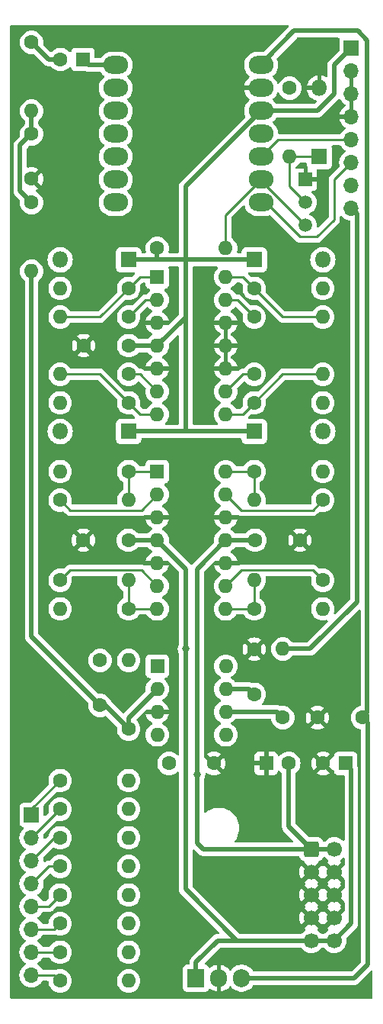
<source format=gbr>
%TF.GenerationSoftware,KiCad,Pcbnew,8.0.7*%
%TF.CreationDate,2025-01-12T12:34:29-05:00*%
%TF.ProjectId,bing-bong-pcb-audio,62696e67-2d62-46f6-9e67-2d7063622d61,rev?*%
%TF.SameCoordinates,Original*%
%TF.FileFunction,Copper,L1,Top*%
%TF.FilePolarity,Positive*%
%FSLAX46Y46*%
G04 Gerber Fmt 4.6, Leading zero omitted, Abs format (unit mm)*
G04 Created by KiCad (PCBNEW 8.0.7) date 2025-01-12 12:34:29*
%MOMM*%
%LPD*%
G01*
G04 APERTURE LIST*
G04 Aperture macros list*
%AMRoundRect*
0 Rectangle with rounded corners*
0 $1 Rounding radius*
0 $2 $3 $4 $5 $6 $7 $8 $9 X,Y pos of 4 corners*
0 Add a 4 corners polygon primitive as box body*
4,1,4,$2,$3,$4,$5,$6,$7,$8,$9,$2,$3,0*
0 Add four circle primitives for the rounded corners*
1,1,$1+$1,$2,$3*
1,1,$1+$1,$4,$5*
1,1,$1+$1,$6,$7*
1,1,$1+$1,$8,$9*
0 Add four rect primitives between the rounded corners*
20,1,$1+$1,$2,$3,$4,$5,0*
20,1,$1+$1,$4,$5,$6,$7,0*
20,1,$1+$1,$6,$7,$8,$9,0*
20,1,$1+$1,$8,$9,$2,$3,0*%
G04 Aperture macros list end*
%TA.AperFunction,ComponentPad*%
%ADD10C,1.600000*%
%TD*%
%TA.AperFunction,ComponentPad*%
%ADD11O,1.600000X1.600000*%
%TD*%
%TA.AperFunction,ComponentPad*%
%ADD12R,1.800000X1.800000*%
%TD*%
%TA.AperFunction,ComponentPad*%
%ADD13O,1.800000X1.800000*%
%TD*%
%TA.AperFunction,ComponentPad*%
%ADD14R,1.700000X1.700000*%
%TD*%
%TA.AperFunction,ComponentPad*%
%ADD15O,1.700000X1.700000*%
%TD*%
%TA.AperFunction,ComponentPad*%
%ADD16R,1.600000X1.600000*%
%TD*%
%TA.AperFunction,ComponentPad*%
%ADD17O,2.748280X1.998980*%
%TD*%
%TA.AperFunction,ComponentPad*%
%ADD18R,1.500000X1.500000*%
%TD*%
%TA.AperFunction,ComponentPad*%
%ADD19C,1.500000*%
%TD*%
%TA.AperFunction,ComponentPad*%
%ADD20RoundRect,0.250000X-0.600000X-0.600000X0.600000X-0.600000X0.600000X0.600000X-0.600000X0.600000X0*%
%TD*%
%TA.AperFunction,ComponentPad*%
%ADD21C,1.700000*%
%TD*%
%TA.AperFunction,ComponentPad*%
%ADD22R,1.905000X2.000000*%
%TD*%
%TA.AperFunction,ComponentPad*%
%ADD23O,1.905000X2.000000*%
%TD*%
%TA.AperFunction,ViaPad*%
%ADD24C,0.800000*%
%TD*%
%TA.AperFunction,Conductor*%
%ADD25C,0.500000*%
%TD*%
%TA.AperFunction,Conductor*%
%ADD26C,0.254000*%
%TD*%
%TA.AperFunction,Conductor*%
%ADD27C,0.250000*%
%TD*%
G04 APERTURE END LIST*
D10*
%TO.P,R21,1*%
%TO.N,Net-(U5C--)*%
X154559000Y-77841000D03*
D11*
%TO.P,R21,2*%
%TO.N,Net-(R21-Pad2)*%
X162179000Y-77841000D03*
%TD*%
D10*
%TO.P,R9,1*%
%TO.N,Net-(U4A--)*%
X132969000Y-91811000D03*
D11*
%TO.P,R9,2*%
%TO.N,Net-(R7-Pad1)*%
X140589000Y-91811000D03*
%TD*%
D12*
%TO.P,D1,1,K*%
%TO.N,Net-(D1-K)*%
X161798000Y-53711000D03*
D13*
%TO.P,D1,2,A*%
%TO.N,GND*%
X161798000Y-46091000D03*
%TD*%
D10*
%TO.P,R12,1*%
%TO.N,POT_1*%
X132969000Y-122926000D03*
D11*
%TO.P,R12,2*%
%TO.N,Net-(U4A--)*%
X140589000Y-122926000D03*
%TD*%
D10*
%TO.P,R13,1*%
%TO.N,CV_2*%
X132969000Y-132451000D03*
D11*
%TO.P,R13,2*%
%TO.N,Net-(U4B--)*%
X140589000Y-132451000D03*
%TD*%
D14*
%TO.P,J3,1,Pin_1*%
%TO.N,POT_1*%
X129794000Y-126736000D03*
D15*
%TO.P,J3,2,Pin_2*%
%TO.N,CV_1*%
X129794000Y-129276000D03*
%TO.P,J3,3,Pin_3*%
%TO.N,POT_2*%
X129794000Y-131816000D03*
%TO.P,J3,4,Pin_4*%
%TO.N,CV_2*%
X129794000Y-134356000D03*
%TO.P,J3,5,Pin_5*%
%TO.N,POT_3*%
X129794000Y-136896000D03*
%TO.P,J3,6,Pin_6*%
%TO.N,CV_3*%
X129794000Y-139436000D03*
%TO.P,J3,7,Pin_7*%
%TO.N,POT_4*%
X129794000Y-141976000D03*
%TO.P,J3,8,Pin_8*%
%TO.N,CV_4*%
X129794000Y-144516000D03*
%TD*%
D10*
%TO.P,R30,1*%
%TO.N,Net-(R27-Pad2)*%
X154559000Y-68316000D03*
D11*
%TO.P,R30,2*%
%TO.N,A4*%
X162179000Y-68316000D03*
%TD*%
D16*
%TO.P,C3,1*%
%TO.N,GND*%
X155893888Y-121021000D03*
D10*
%TO.P,C3,2*%
%TO.N,-12V*%
X158393888Y-121021000D03*
%TD*%
%TO.P,C1,1*%
%TO.N,GND*%
X161584000Y-115941000D03*
%TO.P,C1,2*%
%TO.N,+5V*%
X166584000Y-115941000D03*
%TD*%
D16*
%TO.P,C6,1*%
%TO.N,DAC_OUT*%
X135509000Y-42916000D03*
D10*
%TO.P,C6,2*%
%TO.N,Net-(C6-Pad2)*%
X133009000Y-42916000D03*
%TD*%
%TO.P,R3,1*%
%TO.N,Net-(C6-Pad2)*%
X129794000Y-41011000D03*
D11*
%TO.P,R3,2*%
%TO.N,Net-(C8-Pad1)*%
X129794000Y-48631000D03*
%TD*%
D10*
%TO.P,R2,1*%
%TO.N,+3.3V*%
X143764000Y-63871000D03*
D11*
%TO.P,R2,2*%
%TO.N,D8*%
X151384000Y-63871000D03*
%TD*%
D10*
%TO.P,C7,1*%
%TO.N,Net-(C7-Pad1)*%
X137414000Y-109591000D03*
%TO.P,C7,2*%
%TO.N,Net-(U3--)*%
X137414000Y-114591000D03*
%TD*%
%TO.P,R4,1*%
%TO.N,Net-(C8-Pad1)*%
X129794000Y-58791000D03*
D11*
%TO.P,R4,2*%
%TO.N,Net-(U3--)*%
X129794000Y-66411000D03*
%TD*%
D10*
%TO.P,C11,1*%
%TO.N,+3.3V*%
X140589000Y-74666000D03*
%TO.P,C11,2*%
%TO.N,GND*%
X135589000Y-74666000D03*
%TD*%
%TO.P,R16,1*%
%TO.N,POT_2*%
X132969000Y-129276000D03*
D11*
%TO.P,R16,2*%
%TO.N,Net-(U4B--)*%
X140589000Y-129276000D03*
%TD*%
D10*
%TO.P,C5,1*%
%TO.N,-12V*%
X145074000Y-121021000D03*
%TO.P,C5,2*%
%TO.N,GND*%
X150074000Y-121021000D03*
%TD*%
%TO.P,R1,1*%
%TO.N,TRIG_IN*%
X158496000Y-46091000D03*
D11*
%TO.P,R1,2*%
%TO.N,Net-(D1-K)*%
X158496000Y-53711000D03*
%TD*%
D10*
%TO.P,C4,1*%
%TO.N,GND*%
X154559000Y-108361000D03*
%TO.P,C4,2*%
%TO.N,+12V*%
X154559000Y-113361000D03*
%TD*%
D17*
%TO.P,U1,1,PA02_A0_D0*%
%TO.N,DAC_OUT*%
X139157710Y-43536490D03*
%TO.P,U1,2,PA4_A1_D1*%
%TO.N,A1*%
X139157710Y-46076490D03*
%TO.P,U1,3,PA10_A2_D2*%
%TO.N,A2*%
X139157710Y-48616490D03*
%TO.P,U1,4,PA11_A3_D3*%
%TO.N,A3*%
X139157710Y-51156490D03*
%TO.P,U1,5,PA8_A4_D4_SDA*%
%TO.N,unconnected-(U1-PA8_A4_D4_SDA-Pad5)*%
X139157710Y-53696490D03*
%TO.P,U1,6,PA9_A5_D5_SCL*%
%TO.N,A4*%
X139157710Y-56236490D03*
%TO.P,U1,7,PB08_A6_D6_TX*%
%TO.N,unconnected-(U1-PB08_A6_D6_TX-Pad7)*%
X139157710Y-58776490D03*
%TO.P,U1,8,PB09_A7_D7_RX*%
%TO.N,D7*%
X155322270Y-58776490D03*
%TO.P,U1,9,PA7_A8_D8_SCK*%
%TO.N,D8*%
X155322270Y-56236490D03*
%TO.P,U1,10,PA5_A9_D9_MISO*%
%TO.N,D9*%
X155322270Y-53696490D03*
%TO.P,U1,11,PA6_A10_D10_MOSI*%
%TO.N,unconnected-(U1-PA6_A10_D10_MOSI-Pad11)*%
X155322270Y-51156490D03*
%TO.P,U1,12,3V3*%
%TO.N,+3.3V*%
X155322270Y-48616490D03*
%TO.P,U1,13,GND*%
%TO.N,GND*%
X155322270Y-46076490D03*
%TO.P,U1,14,5V*%
%TO.N,+5V*%
X155322270Y-43536490D03*
%TD*%
D10*
%TO.P,R17,1*%
%TO.N,Net-(R14-Pad2)*%
X140589000Y-103876000D03*
D11*
%TO.P,R17,2*%
%TO.N,Net-(U5B--)*%
X132969000Y-103876000D03*
%TD*%
D18*
%TO.P,Q1,1,E*%
%TO.N,GND*%
X160274000Y-56251000D03*
D19*
%TO.P,Q1,2,B*%
%TO.N,Net-(D1-K)*%
X160274000Y-58791000D03*
%TO.P,Q1,3,C*%
%TO.N,D8*%
X160274000Y-61331000D03*
%TD*%
D10*
%TO.P,R7,1*%
%TO.N,Net-(R7-Pad1)*%
X140589000Y-88636000D03*
D11*
%TO.P,R7,2*%
%TO.N,Net-(U5A--)*%
X132969000Y-88636000D03*
%TD*%
D14*
%TO.P,J2,1,Pin_1*%
%TO.N,+3.3V*%
X165354000Y-41646000D03*
D15*
%TO.P,J2,2,Pin_2*%
%TO.N,GND*%
X165354000Y-44186000D03*
%TO.P,J2,3,Pin_3*%
X165354000Y-46726000D03*
%TO.P,J2,4,Pin_4*%
X165354000Y-49266000D03*
%TO.P,J2,5,Pin_5*%
%TO.N,D9*%
X165354000Y-51806000D03*
%TO.P,J2,6,Pin_6*%
%TO.N,D7*%
X165354000Y-54346000D03*
%TO.P,J2,7,Pin_7*%
%TO.N,TRIG_IN*%
X165354000Y-56886000D03*
%TO.P,J2,8,Pin_8*%
%TO.N,AUDIO_OUT*%
X165354000Y-59426000D03*
%TD*%
D10*
%TO.P,R5,1*%
%TO.N,Net-(U3--)*%
X140589000Y-117211000D03*
D11*
%TO.P,R5,2*%
%TO.N,Net-(C7-Pad1)*%
X140589000Y-109591000D03*
%TD*%
D10*
%TO.P,R8,1*%
%TO.N,Net-(U5A--)*%
X140589000Y-71491000D03*
D11*
%TO.P,R8,2*%
%TO.N,Net-(R10-Pad1)*%
X132969000Y-71491000D03*
%TD*%
D10*
%TO.P,R11,1*%
%TO.N,CV_1*%
X132969000Y-126101000D03*
D11*
%TO.P,R11,2*%
%TO.N,Net-(U4A--)*%
X140589000Y-126101000D03*
%TD*%
D10*
%TO.P,R10,1*%
%TO.N,Net-(R10-Pad1)*%
X140589000Y-68316000D03*
D11*
%TO.P,R10,2*%
%TO.N,A1*%
X132969000Y-68316000D03*
%TD*%
D10*
%TO.P,R6,1*%
%TO.N,Net-(C7-Pad1)*%
X157734000Y-115941000D03*
D11*
%TO.P,R6,2*%
%TO.N,AUDIO_OUT*%
X157734000Y-108321000D03*
%TD*%
D16*
%TO.P,U5,1*%
%TO.N,Net-(R10-Pad1)*%
X143764000Y-67056000D03*
D11*
%TO.P,U5,2,-*%
%TO.N,Net-(U5A--)*%
X143764000Y-69596000D03*
%TO.P,U5,3,+*%
%TO.N,GND*%
X143764000Y-72136000D03*
%TO.P,U5,4,V+*%
%TO.N,+3.3V*%
X143764000Y-74676000D03*
%TO.P,U5,5,+*%
%TO.N,GND*%
X143764000Y-77216000D03*
%TO.P,U5,6,-*%
%TO.N,Net-(U5B--)*%
X143764000Y-79756000D03*
%TO.P,U5,7*%
%TO.N,Net-(R15-Pad2)*%
X143764000Y-82296000D03*
%TO.P,U5,8*%
%TO.N,Net-(R21-Pad2)*%
X151384000Y-82296000D03*
%TO.P,U5,9,-*%
%TO.N,Net-(U5C--)*%
X151384000Y-79756000D03*
%TO.P,U5,10,+*%
%TO.N,GND*%
X151384000Y-77216000D03*
%TO.P,U5,11,V-*%
X151384000Y-74676000D03*
%TO.P,U5,12,+*%
X151384000Y-72136000D03*
%TO.P,U5,13,-*%
%TO.N,Net-(U5D--)*%
X151384000Y-69596000D03*
%TO.P,U5,14*%
%TO.N,Net-(R27-Pad2)*%
X151384000Y-67056000D03*
%TD*%
D12*
%TO.P,D5,1,K*%
%TO.N,+3.3V*%
X154559000Y-65141000D03*
D13*
%TO.P,D5,2,A*%
%TO.N,A4*%
X162179000Y-65141000D03*
%TD*%
D10*
%TO.P,R14,1*%
%TO.N,Net-(U4B--)*%
X132969000Y-100701000D03*
D11*
%TO.P,R14,2*%
%TO.N,Net-(R14-Pad2)*%
X140589000Y-100701000D03*
%TD*%
D10*
%TO.P,R29,1*%
%TO.N,Net-(R26-Pad2)*%
X154559000Y-88636000D03*
D11*
%TO.P,R29,2*%
%TO.N,Net-(U5D--)*%
X162179000Y-88636000D03*
%TD*%
D10*
%TO.P,C10,1*%
%TO.N,GND*%
X159639000Y-96256000D03*
%TO.P,C10,2*%
%TO.N,-12V*%
X154639000Y-96256000D03*
%TD*%
%TO.P,R25,1*%
%TO.N,CV_4*%
X132969000Y-145151000D03*
D11*
%TO.P,R25,2*%
%TO.N,Net-(U4D--)*%
X140589000Y-145151000D03*
%TD*%
D10*
%TO.P,R15,1*%
%TO.N,Net-(U5B--)*%
X140589000Y-77841000D03*
D11*
%TO.P,R15,2*%
%TO.N,Net-(R15-Pad2)*%
X132969000Y-77841000D03*
%TD*%
D12*
%TO.P,D4,1,K*%
%TO.N,+3.3V*%
X154559000Y-84191000D03*
D13*
%TO.P,D4,2,A*%
%TO.N,A3*%
X162179000Y-84191000D03*
%TD*%
D12*
%TO.P,D3,1,K*%
%TO.N,+3.3V*%
X140589000Y-84191000D03*
D13*
%TO.P,D3,2,A*%
%TO.N,A2*%
X132969000Y-84191000D03*
%TD*%
D10*
%TO.P,R27,1*%
%TO.N,Net-(U5D--)*%
X154559000Y-71491000D03*
D11*
%TO.P,R27,2*%
%TO.N,Net-(R27-Pad2)*%
X162179000Y-71491000D03*
%TD*%
D10*
%TO.P,R24,1*%
%TO.N,Net-(R21-Pad2)*%
X154559000Y-81016000D03*
D11*
%TO.P,R24,2*%
%TO.N,A3*%
X162179000Y-81016000D03*
%TD*%
D20*
%TO.P,J1,1,Pin_1*%
%TO.N,-12V*%
X160909000Y-130546000D03*
D21*
%TO.P,J1,2,Pin_2*%
X163449000Y-130546000D03*
%TO.P,J1,3,Pin_3*%
%TO.N,GND*%
X160909000Y-133086000D03*
%TO.P,J1,4,Pin_4*%
X163449000Y-133086000D03*
%TO.P,J1,5,Pin_5*%
X160909000Y-135626000D03*
%TO.P,J1,6,Pin_6*%
X163449000Y-135626000D03*
%TO.P,J1,7,Pin_7*%
X160909000Y-138166000D03*
%TO.P,J1,8,Pin_8*%
X163449000Y-138166000D03*
%TO.P,J1,9,Pin_9*%
%TO.N,+12V*%
X160909000Y-140706000D03*
%TO.P,J1,10,Pin_10*%
X163449000Y-140706000D03*
%TD*%
D10*
%TO.P,R22,1*%
%TO.N,POT_3*%
X132969000Y-135626000D03*
D11*
%TO.P,R22,2*%
%TO.N,Net-(U4C--)*%
X140589000Y-135626000D03*
%TD*%
D10*
%TO.P,R20,1*%
%TO.N,Net-(U4C--)*%
X162179000Y-100701000D03*
D11*
%TO.P,R20,2*%
%TO.N,Net-(R20-Pad2)*%
X154559000Y-100701000D03*
%TD*%
D10*
%TO.P,R23,1*%
%TO.N,Net-(R20-Pad2)*%
X154559000Y-103876000D03*
D11*
%TO.P,R23,2*%
%TO.N,Net-(U5C--)*%
X162179000Y-103876000D03*
%TD*%
D10*
%TO.P,R18,1*%
%TO.N,Net-(R15-Pad2)*%
X140589000Y-81016000D03*
D11*
%TO.P,R18,2*%
%TO.N,A2*%
X132969000Y-81016000D03*
%TD*%
D10*
%TO.P,R26,1*%
%TO.N,Net-(U4D--)*%
X162179000Y-91811000D03*
D11*
%TO.P,R26,2*%
%TO.N,Net-(R26-Pad2)*%
X154559000Y-91811000D03*
%TD*%
D10*
%TO.P,R28,1*%
%TO.N,POT_4*%
X132969000Y-141976000D03*
D11*
%TO.P,R28,2*%
%TO.N,Net-(U4D--)*%
X140589000Y-141976000D03*
%TD*%
D16*
%TO.P,U4,1*%
%TO.N,Net-(R7-Pad1)*%
X143764000Y-88646000D03*
D11*
%TO.P,U4,2,-*%
%TO.N,Net-(U4A--)*%
X143764000Y-91186000D03*
%TO.P,U4,3,+*%
%TO.N,GND*%
X143764000Y-93726000D03*
%TO.P,U4,4,V+*%
%TO.N,+12V*%
X143764000Y-96266000D03*
%TO.P,U4,5,+*%
%TO.N,GND*%
X143764000Y-98806000D03*
%TO.P,U4,6,-*%
%TO.N,Net-(U4B--)*%
X143764000Y-101346000D03*
%TO.P,U4,7*%
%TO.N,Net-(R14-Pad2)*%
X143764000Y-103886000D03*
%TO.P,U4,8*%
%TO.N,Net-(R20-Pad2)*%
X151384000Y-103886000D03*
%TO.P,U4,9,-*%
%TO.N,Net-(U4C--)*%
X151384000Y-101346000D03*
%TO.P,U4,10,+*%
%TO.N,GND*%
X151384000Y-98806000D03*
%TO.P,U4,11,V-*%
%TO.N,-12V*%
X151384000Y-96266000D03*
%TO.P,U4,12,+*%
%TO.N,GND*%
X151384000Y-93726000D03*
%TO.P,U4,13,-*%
%TO.N,Net-(U4D--)*%
X151384000Y-91186000D03*
%TO.P,U4,14*%
%TO.N,Net-(R26-Pad2)*%
X151384000Y-88646000D03*
%TD*%
D10*
%TO.P,C9,1*%
%TO.N,+12V*%
X140549000Y-96256000D03*
%TO.P,C9,2*%
%TO.N,GND*%
X135549000Y-96256000D03*
%TD*%
%TO.P,C8,1*%
%TO.N,Net-(C8-Pad1)*%
X129794000Y-51171000D03*
%TO.P,C8,2*%
%TO.N,GND*%
X129794000Y-56171000D03*
%TD*%
D12*
%TO.P,D2,1,K*%
%TO.N,+3.3V*%
X140589000Y-65141000D03*
D13*
%TO.P,D2,2,A*%
%TO.N,A1*%
X132969000Y-65141000D03*
%TD*%
D22*
%TO.P,U2,1,IN*%
%TO.N,+12V*%
X148082000Y-144856000D03*
D23*
%TO.P,U2,2,GND*%
%TO.N,GND*%
X150622000Y-144856000D03*
%TO.P,U2,3,OUT*%
%TO.N,+5V*%
X153162000Y-144856000D03*
%TD*%
D16*
%TO.P,C2,1*%
%TO.N,+12V*%
X164719000Y-121021000D03*
D10*
%TO.P,C2,2*%
%TO.N,GND*%
X162219000Y-121021000D03*
%TD*%
%TO.P,R19,1*%
%TO.N,CV_3*%
X132969000Y-138801000D03*
D11*
%TO.P,R19,2*%
%TO.N,Net-(U4C--)*%
X140589000Y-138801000D03*
%TD*%
D16*
%TO.P,U3,1,NULL*%
%TO.N,unconnected-(U3-NULL-Pad1)*%
X143774000Y-110236000D03*
D11*
%TO.P,U3,2,-*%
%TO.N,Net-(U3--)*%
X143774000Y-112776000D03*
%TO.P,U3,3,+*%
%TO.N,GND*%
X143774000Y-115316000D03*
%TO.P,U3,4,V-*%
%TO.N,-12V*%
X143774000Y-117856000D03*
%TO.P,U3,5,NULL*%
%TO.N,unconnected-(U3-NULL-Pad5)*%
X151394000Y-117856000D03*
%TO.P,U3,6*%
%TO.N,Net-(C7-Pad1)*%
X151394000Y-115316000D03*
%TO.P,U3,7,V+*%
%TO.N,+12V*%
X151394000Y-112776000D03*
%TO.P,U3,8,NC*%
%TO.N,unconnected-(U3-NC-Pad8)*%
X151394000Y-110236000D03*
%TD*%
D24*
%TO.N,+12V*%
X146939000Y-108321000D03*
%TO.N,-12V*%
X148209000Y-122291000D03*
%TD*%
D25*
%TO.N,+5V*%
X167174000Y-143331000D02*
X167174000Y-116491000D01*
X159004000Y-39741000D02*
X155829000Y-42916000D01*
X166624000Y-115941000D02*
X167132000Y-115433000D01*
X167132000Y-115433000D02*
X167132000Y-40824000D01*
X153162000Y-144856000D02*
X165649000Y-144856000D01*
X155829000Y-42916000D02*
X155829000Y-43551000D01*
X167132000Y-40824000D02*
X166049000Y-39741000D01*
X165649000Y-144856000D02*
X167174000Y-143331000D01*
X167174000Y-116491000D02*
X166624000Y-115941000D01*
X166049000Y-39741000D02*
X159004000Y-39741000D01*
%TO.N,+12V*%
X143754000Y-96256000D02*
X143764000Y-96266000D01*
X151394000Y-112776000D02*
X153974000Y-112776000D01*
X152654000Y-140706000D02*
X160909000Y-140706000D01*
X150495000Y-140706000D02*
X148082000Y-143119000D01*
X146939000Y-99441000D02*
X143764000Y-96266000D01*
X164719000Y-121021000D02*
X165354000Y-121656000D01*
X153974000Y-112776000D02*
X154559000Y-113361000D01*
X163449000Y-140706000D02*
X160909000Y-140706000D01*
X146939000Y-134991000D02*
X152654000Y-140706000D01*
X148082000Y-143119000D02*
X148082000Y-144856000D01*
X146939000Y-108321000D02*
X146939000Y-99441000D01*
X146939000Y-108321000D02*
X146959000Y-108341000D01*
X140549000Y-96256000D02*
X143754000Y-96256000D01*
X165354000Y-138801000D02*
X163449000Y-140706000D01*
X146939000Y-108321000D02*
X146939000Y-134991000D01*
X160909000Y-140706000D02*
X150495000Y-140706000D01*
X165354000Y-121656000D02*
X165354000Y-138801000D01*
%TO.N,-12V*%
X158393888Y-121021000D02*
X158393888Y-128030888D01*
X148241500Y-129878500D02*
X148209000Y-129846000D01*
X160909000Y-130546000D02*
X148909000Y-130546000D01*
X163449000Y-130546000D02*
X160909000Y-130546000D01*
X148909000Y-130546000D02*
X148241500Y-129878500D01*
X154629000Y-96266000D02*
X154639000Y-96256000D01*
X151384000Y-96266000D02*
X154629000Y-96266000D01*
X148209000Y-122291000D02*
X148209000Y-99441000D01*
X158393888Y-128030888D02*
X160909000Y-130546000D01*
X148209000Y-99441000D02*
X151384000Y-96266000D01*
X148209000Y-129846000D02*
X148209000Y-122291000D01*
%TO.N,DAC_OUT*%
X136129490Y-43536490D02*
X135509000Y-42916000D01*
X139157710Y-43536490D02*
X136129490Y-43536490D01*
%TO.N,Net-(C6-Pad2)*%
X131699000Y-42916000D02*
X129794000Y-41011000D01*
X133009000Y-42916000D02*
X131699000Y-42916000D01*
%TO.N,Net-(C7-Pad1)*%
X151394000Y-115316000D02*
X157109000Y-115316000D01*
X157109000Y-115316000D02*
X157734000Y-115941000D01*
%TO.N,Net-(U3--)*%
X129794000Y-106971000D02*
X137414000Y-114591000D01*
X129794000Y-66411000D02*
X129794000Y-106971000D01*
X140589000Y-115961000D02*
X143774000Y-112776000D01*
X137414000Y-114591000D02*
X137969000Y-114591000D01*
X137969000Y-114591000D02*
X140589000Y-117211000D01*
X140589000Y-117211000D02*
X140589000Y-115961000D01*
%TO.N,Net-(C8-Pad1)*%
X129794000Y-51171000D02*
X128524000Y-52441000D01*
X128524000Y-52441000D02*
X128524000Y-57521000D01*
X129794000Y-51171000D02*
X129794000Y-48631000D01*
X128524000Y-57521000D02*
X129794000Y-58791000D01*
%TO.N,+3.3V*%
X161558510Y-48616490D02*
X163449000Y-46726000D01*
X163449000Y-46726000D02*
X163449000Y-43551000D01*
X140589000Y-65141000D02*
X143764000Y-65141000D01*
X140599000Y-74676000D02*
X140589000Y-74666000D01*
X143764000Y-63871000D02*
X143764000Y-65141000D01*
X146939000Y-84191000D02*
X140589000Y-84191000D01*
X143764000Y-65141000D02*
X146939000Y-65141000D01*
X165354000Y-41646000D02*
X163449000Y-43551000D01*
X155322270Y-48616490D02*
X146939000Y-56999760D01*
X146939000Y-71501000D02*
X143764000Y-74676000D01*
X146939000Y-71501000D02*
X146939000Y-84191000D01*
X146939000Y-65141000D02*
X154559000Y-65141000D01*
X146939000Y-65141000D02*
X146939000Y-71501000D01*
X155322270Y-48616490D02*
X161558510Y-48616490D01*
X143764000Y-74676000D02*
X140599000Y-74676000D01*
X146939000Y-56999760D02*
X146939000Y-65141000D01*
X146939000Y-84191000D02*
X154559000Y-84191000D01*
D26*
%TO.N,Net-(D1-K)*%
X161544000Y-53711000D02*
X158496000Y-53711000D01*
X158496000Y-57013000D02*
X160274000Y-58791000D01*
X158496000Y-53711000D02*
X158496000Y-57013000D01*
D27*
%TO.N,POT_1*%
X129794000Y-126101000D02*
X132969000Y-122926000D01*
X129794000Y-126736000D02*
X129794000Y-126101000D01*
%TO.N,Net-(R7-Pad1)*%
X140589000Y-88636000D02*
X143754000Y-88636000D01*
X143754000Y-88636000D02*
X143764000Y-88646000D01*
X140589000Y-91811000D02*
X140589000Y-88636000D01*
D26*
%TO.N,Net-(U5A--)*%
X142484000Y-69596000D02*
X140589000Y-71491000D01*
X143764000Y-69596000D02*
X142484000Y-69596000D01*
%TO.N,Net-(R10-Pad1)*%
X141849000Y-67056000D02*
X140589000Y-68316000D01*
X143764000Y-67056000D02*
X141849000Y-67056000D01*
X132969000Y-71491000D02*
X137414000Y-71491000D01*
X137414000Y-71491000D02*
X140589000Y-68316000D01*
D27*
%TO.N,Net-(U4A--)*%
X134094000Y-92936000D02*
X132969000Y-91811000D01*
X143764000Y-91186000D02*
X142014000Y-92936000D01*
X142014000Y-92936000D02*
X134094000Y-92936000D01*
%TO.N,Net-(U4B--)*%
X134094000Y-99576000D02*
X132969000Y-100701000D01*
X141994000Y-99576000D02*
X134094000Y-99576000D01*
X143764000Y-101346000D02*
X141994000Y-99576000D01*
%TO.N,Net-(R14-Pad2)*%
X143754000Y-103876000D02*
X143764000Y-103886000D01*
X140589000Y-100701000D02*
X140589000Y-103876000D01*
X140589000Y-103876000D02*
X143754000Y-103876000D01*
D26*
%TO.N,Net-(U5B--)*%
X140589000Y-77841000D02*
X141849000Y-77841000D01*
X141849000Y-77841000D02*
X143764000Y-79756000D01*
%TO.N,Net-(R15-Pad2)*%
X141869000Y-82296000D02*
X143764000Y-82296000D01*
X132969000Y-77841000D02*
X137414000Y-77841000D01*
X140589000Y-81016000D02*
X141869000Y-82296000D01*
X137414000Y-77841000D02*
X140589000Y-81016000D01*
D27*
%TO.N,Net-(U4C--)*%
X151384000Y-101346000D02*
X153154000Y-99576000D01*
X153154000Y-99576000D02*
X161054000Y-99576000D01*
X161054000Y-99576000D02*
X162179000Y-100701000D01*
%TO.N,Net-(R20-Pad2)*%
X151394000Y-103876000D02*
X151384000Y-103886000D01*
X154559000Y-100701000D02*
X154559000Y-103876000D01*
X154559000Y-103876000D02*
X151394000Y-103876000D01*
D26*
%TO.N,Net-(U5C--)*%
X154559000Y-77841000D02*
X153299000Y-77841000D01*
X153299000Y-77841000D02*
X151384000Y-79756000D01*
%TO.N,Net-(R21-Pad2)*%
X151384000Y-82296000D02*
X153279000Y-82296000D01*
X153279000Y-82296000D02*
X154559000Y-81016000D01*
X157734000Y-77841000D02*
X154559000Y-81016000D01*
X162179000Y-77841000D02*
X157734000Y-77841000D01*
D27*
%TO.N,Net-(U4D--)*%
X161054000Y-92936000D02*
X162179000Y-91811000D01*
X153134000Y-92936000D02*
X161054000Y-92936000D01*
X151384000Y-91186000D02*
X153134000Y-92936000D01*
%TO.N,Net-(R26-Pad2)*%
X154559000Y-88636000D02*
X151394000Y-88636000D01*
X154559000Y-91811000D02*
X154559000Y-88636000D01*
X151394000Y-88636000D02*
X151384000Y-88646000D01*
D26*
%TO.N,Net-(U5D--)*%
X152664000Y-69596000D02*
X154559000Y-71491000D01*
X151384000Y-69596000D02*
X152664000Y-69596000D01*
%TO.N,Net-(R27-Pad2)*%
X151384000Y-67056000D02*
X153299000Y-67056000D01*
X153299000Y-67056000D02*
X154559000Y-68316000D01*
X157734000Y-71491000D02*
X154559000Y-68316000D01*
X162179000Y-71491000D02*
X157734000Y-71491000D01*
D27*
%TO.N,POT_2*%
X129794000Y-131816000D02*
X132334000Y-129276000D01*
X132334000Y-129276000D02*
X132969000Y-129276000D01*
%TO.N,POT_3*%
X131699000Y-136896000D02*
X132969000Y-135626000D01*
X129794000Y-136896000D02*
X131699000Y-136896000D01*
%TO.N,POT_4*%
X129794000Y-141976000D02*
X132969000Y-141976000D01*
%TO.N,CV_1*%
X129794000Y-129276000D02*
X132969000Y-126101000D01*
%TO.N,CV_2*%
X131699000Y-132451000D02*
X132969000Y-132451000D01*
X129794000Y-134356000D02*
X131699000Y-132451000D01*
%TO.N,CV_3*%
X132334000Y-139436000D02*
X132969000Y-138801000D01*
X129794000Y-139436000D02*
X132334000Y-139436000D01*
%TO.N,CV_4*%
X132334000Y-144516000D02*
X132969000Y-145151000D01*
X129794000Y-144516000D02*
X132334000Y-144516000D01*
D25*
%TO.N,AUDIO_OUT*%
X165989000Y-60061000D02*
X165354000Y-59426000D01*
X157734000Y-108321000D02*
X160779000Y-108321000D01*
X165989000Y-103111000D02*
X165989000Y-60061000D01*
X160779000Y-108321000D02*
X165989000Y-103111000D01*
D26*
%TO.N,D7*%
X155814490Y-58776490D02*
X155322270Y-58776490D01*
X165354000Y-54346000D02*
X163449000Y-56251000D01*
X163449000Y-60696000D02*
X161544000Y-62601000D01*
X163449000Y-56251000D02*
X163449000Y-60696000D01*
X161544000Y-62601000D02*
X159639000Y-62601000D01*
X159639000Y-62601000D02*
X155814490Y-58776490D01*
%TO.N,D9*%
X165354000Y-51806000D02*
X157212760Y-51806000D01*
X157212760Y-51806000D02*
X155322270Y-53696490D01*
%TO.N,D8*%
X151384000Y-63871000D02*
X151384000Y-60174760D01*
X160274000Y-61331000D02*
X155322270Y-56379270D01*
X155322270Y-56379270D02*
X155322270Y-56236490D01*
X151384000Y-60174760D02*
X155322270Y-56236490D01*
%TD*%
%TA.AperFunction,Conductor*%
%TO.N,GND*%
G36*
X158345308Y-39125685D02*
G01*
X158391063Y-39178489D01*
X158401007Y-39247647D01*
X158371982Y-39311203D01*
X158365950Y-39317681D01*
X155683451Y-42000181D01*
X155622128Y-42033666D01*
X155595770Y-42036500D01*
X154829568Y-42036500D01*
X154712970Y-42054967D01*
X154596371Y-42073435D01*
X154371819Y-42146396D01*
X154161450Y-42253586D01*
X153970448Y-42392356D01*
X153970443Y-42392360D01*
X153803490Y-42559313D01*
X153803486Y-42559318D01*
X153664716Y-42750320D01*
X153557526Y-42960689D01*
X153484565Y-43185241D01*
X153461308Y-43332082D01*
X153447630Y-43418438D01*
X153447630Y-43654542D01*
X153473531Y-43818070D01*
X153484565Y-43887738D01*
X153557526Y-44112290D01*
X153624107Y-44242961D01*
X153658265Y-44310000D01*
X153664716Y-44322659D01*
X153803486Y-44513661D01*
X153803490Y-44513666D01*
X153970443Y-44680619D01*
X153970448Y-44680623D01*
X154006038Y-44706481D01*
X154048704Y-44761811D01*
X154054683Y-44831424D01*
X154022077Y-44893219D01*
X154006040Y-44907116D01*
X153970768Y-44932742D01*
X153803875Y-45099635D01*
X153803875Y-45099636D01*
X153665141Y-45290585D01*
X153557989Y-45500881D01*
X153485053Y-45725354D01*
X153485051Y-45725360D01*
X153469035Y-45826490D01*
X154889258Y-45826490D01*
X154856345Y-45883497D01*
X154822270Y-46010664D01*
X154822270Y-46142316D01*
X154856345Y-46269483D01*
X154889258Y-46326490D01*
X153469035Y-46326490D01*
X153485051Y-46427619D01*
X153485053Y-46427625D01*
X153557989Y-46652098D01*
X153665141Y-46862394D01*
X153803875Y-47053343D01*
X153803875Y-47053344D01*
X153970765Y-47220234D01*
X154006040Y-47245863D01*
X154048705Y-47301193D01*
X154054684Y-47370806D01*
X154022078Y-47432601D01*
X154006042Y-47446496D01*
X153970442Y-47472362D01*
X153970440Y-47472364D01*
X153970439Y-47472364D01*
X153803490Y-47639313D01*
X153803486Y-47639318D01*
X153664716Y-47830320D01*
X153557526Y-48040689D01*
X153539043Y-48097575D01*
X153484565Y-48265242D01*
X153447630Y-48498438D01*
X153447630Y-48734542D01*
X153484565Y-48967738D01*
X153557525Y-49192286D01*
X153559552Y-49196265D01*
X153559692Y-49196539D01*
X153572583Y-49265209D01*
X153546302Y-49329948D01*
X153536884Y-49340507D01*
X146356049Y-56521342D01*
X146311687Y-56587737D01*
X146311686Y-56587738D01*
X146273914Y-56644267D01*
X146217343Y-56780842D01*
X146217340Y-56780852D01*
X146188500Y-56925839D01*
X146188500Y-64266500D01*
X146168815Y-64333539D01*
X146116011Y-64379294D01*
X146064500Y-64390500D01*
X145132778Y-64390500D01*
X145065739Y-64370815D01*
X145019984Y-64318011D01*
X145010040Y-64248853D01*
X145013003Y-64234407D01*
X145028507Y-64176541D01*
X145049635Y-64097692D01*
X145069468Y-63871000D01*
X145049635Y-63644308D01*
X144990739Y-63424504D01*
X144894568Y-63218266D01*
X144764047Y-63031861D01*
X144764045Y-63031858D01*
X144603141Y-62870954D01*
X144416734Y-62740432D01*
X144416732Y-62740431D01*
X144210497Y-62644261D01*
X144210488Y-62644258D01*
X143990697Y-62585366D01*
X143990693Y-62585365D01*
X143990692Y-62585365D01*
X143990691Y-62585364D01*
X143990686Y-62585364D01*
X143764002Y-62565532D01*
X143763998Y-62565532D01*
X143537313Y-62585364D01*
X143537302Y-62585366D01*
X143317511Y-62644258D01*
X143317502Y-62644261D01*
X143111267Y-62740431D01*
X143111265Y-62740432D01*
X142924858Y-62870954D01*
X142763954Y-63031858D01*
X142633432Y-63218265D01*
X142633431Y-63218267D01*
X142537261Y-63424502D01*
X142537258Y-63424511D01*
X142478366Y-63644302D01*
X142478364Y-63644313D01*
X142458532Y-63870998D01*
X142458532Y-63871001D01*
X142478364Y-64097686D01*
X142478366Y-64097697D01*
X142514997Y-64234407D01*
X142513334Y-64304257D01*
X142474171Y-64362119D01*
X142409943Y-64389623D01*
X142395222Y-64390500D01*
X142113499Y-64390500D01*
X142046460Y-64370815D01*
X142000705Y-64318011D01*
X141989499Y-64266500D01*
X141989499Y-64193129D01*
X141989498Y-64193123D01*
X141989497Y-64193116D01*
X141983091Y-64133517D01*
X141973233Y-64107087D01*
X141932797Y-63998671D01*
X141932793Y-63998664D01*
X141846547Y-63883455D01*
X141846544Y-63883452D01*
X141731335Y-63797206D01*
X141731328Y-63797202D01*
X141596482Y-63746908D01*
X141596483Y-63746908D01*
X141536883Y-63740501D01*
X141536881Y-63740500D01*
X141536873Y-63740500D01*
X141536864Y-63740500D01*
X139641129Y-63740500D01*
X139641123Y-63740501D01*
X139581516Y-63746908D01*
X139446671Y-63797202D01*
X139446664Y-63797206D01*
X139331455Y-63883452D01*
X139331452Y-63883455D01*
X139245206Y-63998664D01*
X139245202Y-63998671D01*
X139194908Y-64133517D01*
X139188501Y-64193116D01*
X139188501Y-64193123D01*
X139188500Y-64193135D01*
X139188500Y-66088870D01*
X139188501Y-66088876D01*
X139194908Y-66148483D01*
X139245202Y-66283328D01*
X139245206Y-66283335D01*
X139331452Y-66398544D01*
X139331455Y-66398547D01*
X139446664Y-66484793D01*
X139446671Y-66484797D01*
X139581517Y-66535091D01*
X139581516Y-66535091D01*
X139588444Y-66535835D01*
X139641127Y-66541500D01*
X141176718Y-66541499D01*
X141243757Y-66561184D01*
X141289512Y-66613987D01*
X141299456Y-66683146D01*
X141270431Y-66746702D01*
X141264399Y-66753180D01*
X141001590Y-67015989D01*
X140940267Y-67049474D01*
X140881816Y-67048083D01*
X140851930Y-67040075D01*
X140815694Y-67030365D01*
X140815686Y-67030364D01*
X140589002Y-67010532D01*
X140588998Y-67010532D01*
X140362313Y-67030364D01*
X140362302Y-67030366D01*
X140142511Y-67089258D01*
X140142502Y-67089261D01*
X139936267Y-67185431D01*
X139936265Y-67185432D01*
X139749858Y-67315954D01*
X139588954Y-67476858D01*
X139458432Y-67663265D01*
X139458431Y-67663267D01*
X139362261Y-67869502D01*
X139362258Y-67869511D01*
X139303366Y-68089302D01*
X139303364Y-68089313D01*
X139283532Y-68315998D01*
X139283532Y-68316001D01*
X139303364Y-68542686D01*
X139303365Y-68542694D01*
X139310121Y-68567905D01*
X139317636Y-68595954D01*
X139321083Y-68608815D01*
X139319420Y-68678665D01*
X139288989Y-68728590D01*
X137190400Y-70827181D01*
X137129077Y-70860666D01*
X137102719Y-70863500D01*
X134181787Y-70863500D01*
X134114748Y-70843815D01*
X134080212Y-70810623D01*
X134072819Y-70800065D01*
X133969047Y-70651861D01*
X133969045Y-70651858D01*
X133808141Y-70490954D01*
X133621734Y-70360432D01*
X133621732Y-70360431D01*
X133415497Y-70264261D01*
X133415488Y-70264258D01*
X133195697Y-70205366D01*
X133195693Y-70205365D01*
X133195692Y-70205365D01*
X133195691Y-70205364D01*
X133195686Y-70205364D01*
X132969002Y-70185532D01*
X132968998Y-70185532D01*
X132742313Y-70205364D01*
X132742302Y-70205366D01*
X132522511Y-70264258D01*
X132522502Y-70264261D01*
X132316267Y-70360431D01*
X132316265Y-70360432D01*
X132129858Y-70490954D01*
X131968954Y-70651858D01*
X131838432Y-70838265D01*
X131838431Y-70838267D01*
X131742261Y-71044502D01*
X131742258Y-71044511D01*
X131683366Y-71264302D01*
X131683364Y-71264313D01*
X131663532Y-71490998D01*
X131663532Y-71491001D01*
X131683364Y-71717686D01*
X131683366Y-71717697D01*
X131742258Y-71937488D01*
X131742261Y-71937497D01*
X131838431Y-72143732D01*
X131838432Y-72143734D01*
X131968954Y-72330141D01*
X132129858Y-72491045D01*
X132129861Y-72491047D01*
X132316266Y-72621568D01*
X132522504Y-72717739D01*
X132742308Y-72776635D01*
X132904230Y-72790801D01*
X132968998Y-72796468D01*
X132969000Y-72796468D01*
X132969002Y-72796468D01*
X133025673Y-72791509D01*
X133195692Y-72776635D01*
X133415496Y-72717739D01*
X133621734Y-72621568D01*
X133808139Y-72491047D01*
X133969047Y-72330139D01*
X134080212Y-72171376D01*
X134134788Y-72127752D01*
X134181787Y-72118500D01*
X137475804Y-72118500D01*
X137475805Y-72118499D01*
X137597035Y-72094386D01*
X137677784Y-72060937D01*
X137711233Y-72047083D01*
X137814008Y-71978411D01*
X137901411Y-71891008D01*
X140176409Y-69616008D01*
X140237730Y-69582525D01*
X140296180Y-69583915D01*
X140362308Y-69601635D01*
X140524230Y-69615801D01*
X140588998Y-69621468D01*
X140589000Y-69621468D01*
X140589002Y-69621468D01*
X140651385Y-69616010D01*
X140815692Y-69601635D01*
X141035496Y-69542739D01*
X141241734Y-69446568D01*
X141428139Y-69316047D01*
X141589047Y-69155139D01*
X141719568Y-68968734D01*
X141815739Y-68762496D01*
X141874635Y-68542692D01*
X141894468Y-68316000D01*
X141893050Y-68299797D01*
X141885511Y-68213618D01*
X141874635Y-68089308D01*
X141856916Y-68023181D01*
X141858579Y-67953332D01*
X141889006Y-67903411D01*
X142072601Y-67719816D01*
X142133924Y-67686334D01*
X142160281Y-67683500D01*
X142339501Y-67683500D01*
X142406540Y-67703185D01*
X142452295Y-67755989D01*
X142463501Y-67807500D01*
X142463501Y-67903876D01*
X142469908Y-67963483D01*
X142520202Y-68098328D01*
X142520206Y-68098335D01*
X142606452Y-68213544D01*
X142606455Y-68213547D01*
X142721664Y-68299793D01*
X142721671Y-68299797D01*
X142765109Y-68315998D01*
X142856517Y-68350091D01*
X142891596Y-68353862D01*
X142956144Y-68380599D01*
X142995993Y-68437991D01*
X142998488Y-68507816D01*
X142962836Y-68567905D01*
X142949464Y-68578725D01*
X142924858Y-68595954D01*
X142763954Y-68756858D01*
X142652788Y-68915623D01*
X142598212Y-68959248D01*
X142551213Y-68968500D01*
X142422192Y-68968500D01*
X142300973Y-68992612D01*
X142300965Y-68992614D01*
X142245802Y-69015464D01*
X142245801Y-69015464D01*
X142186773Y-69039913D01*
X142186760Y-69039920D01*
X142083992Y-69108588D01*
X142083988Y-69108591D01*
X141001590Y-70190989D01*
X140940267Y-70224474D01*
X140881816Y-70223083D01*
X140851930Y-70215075D01*
X140815694Y-70205365D01*
X140815686Y-70205364D01*
X140589002Y-70185532D01*
X140588998Y-70185532D01*
X140362313Y-70205364D01*
X140362302Y-70205366D01*
X140142511Y-70264258D01*
X140142502Y-70264261D01*
X139936267Y-70360431D01*
X139936265Y-70360432D01*
X139749858Y-70490954D01*
X139588954Y-70651858D01*
X139458432Y-70838265D01*
X139458431Y-70838267D01*
X139362261Y-71044502D01*
X139362258Y-71044511D01*
X139303366Y-71264302D01*
X139303364Y-71264313D01*
X139283532Y-71490998D01*
X139283532Y-71491001D01*
X139303364Y-71717686D01*
X139303366Y-71717697D01*
X139362258Y-71937488D01*
X139362261Y-71937497D01*
X139458431Y-72143732D01*
X139458432Y-72143734D01*
X139588954Y-72330141D01*
X139749858Y-72491045D01*
X139749861Y-72491047D01*
X139936266Y-72621568D01*
X140142504Y-72717739D01*
X140362308Y-72776635D01*
X140524230Y-72790801D01*
X140588998Y-72796468D01*
X140589000Y-72796468D01*
X140589002Y-72796468D01*
X140645673Y-72791509D01*
X140815692Y-72776635D01*
X141035496Y-72717739D01*
X141241734Y-72621568D01*
X141428139Y-72491047D01*
X141589047Y-72330139D01*
X141719568Y-72143734D01*
X141815739Y-71937496D01*
X141874635Y-71717692D01*
X141894468Y-71491000D01*
X141874635Y-71264308D01*
X141856916Y-71198181D01*
X141858579Y-71128332D01*
X141889008Y-71078409D01*
X142564048Y-70403369D01*
X142625369Y-70369886D01*
X142695061Y-70374870D01*
X142750994Y-70416742D01*
X142753301Y-70419927D01*
X142763954Y-70435141D01*
X142924858Y-70596045D01*
X142924861Y-70596047D01*
X143111266Y-70726568D01*
X143169865Y-70753893D01*
X143222305Y-70800065D01*
X143241457Y-70867258D01*
X143221242Y-70934139D01*
X143169867Y-70978657D01*
X143111515Y-71005867D01*
X142925179Y-71136342D01*
X142764342Y-71297179D01*
X142633865Y-71483517D01*
X142537734Y-71689673D01*
X142537730Y-71689682D01*
X142485127Y-71885999D01*
X142485128Y-71886000D01*
X143448314Y-71886000D01*
X143443920Y-71890394D01*
X143391259Y-71981606D01*
X143364000Y-72083339D01*
X143364000Y-72188661D01*
X143391259Y-72290394D01*
X143443920Y-72381606D01*
X143448314Y-72386000D01*
X142485128Y-72386000D01*
X142537730Y-72582317D01*
X142537734Y-72582326D01*
X142633865Y-72788482D01*
X142764342Y-72974820D01*
X142925179Y-73135657D01*
X143111518Y-73266134D01*
X143111520Y-73266135D01*
X143169865Y-73293342D01*
X143222305Y-73339514D01*
X143241457Y-73406707D01*
X143221242Y-73473589D01*
X143169867Y-73518105D01*
X143131776Y-73535868D01*
X143111264Y-73545433D01*
X142924858Y-73675954D01*
X142763954Y-73836858D01*
X142738912Y-73872623D01*
X142684335Y-73916248D01*
X142637337Y-73925500D01*
X141722665Y-73925500D01*
X141655626Y-73905815D01*
X141621090Y-73872623D01*
X141589045Y-73826858D01*
X141428141Y-73665954D01*
X141241734Y-73535432D01*
X141241732Y-73535431D01*
X141035497Y-73439261D01*
X141035488Y-73439258D01*
X140815697Y-73380366D01*
X140815693Y-73380365D01*
X140815692Y-73380365D01*
X140815691Y-73380364D01*
X140815686Y-73380364D01*
X140589002Y-73360532D01*
X140588998Y-73360532D01*
X140362313Y-73380364D01*
X140362302Y-73380366D01*
X140142511Y-73439258D01*
X140142502Y-73439261D01*
X139936267Y-73535431D01*
X139936265Y-73535432D01*
X139749858Y-73665954D01*
X139588954Y-73826858D01*
X139458432Y-74013265D01*
X139458431Y-74013267D01*
X139362261Y-74219502D01*
X139362258Y-74219511D01*
X139303366Y-74439302D01*
X139303364Y-74439313D01*
X139283532Y-74665998D01*
X139283532Y-74666001D01*
X139303364Y-74892686D01*
X139303366Y-74892697D01*
X139362258Y-75112488D01*
X139362261Y-75112497D01*
X139458431Y-75318732D01*
X139458432Y-75318734D01*
X139588954Y-75505141D01*
X139749858Y-75666045D01*
X139749861Y-75666047D01*
X139936266Y-75796568D01*
X140142504Y-75892739D01*
X140362308Y-75951635D01*
X140524230Y-75965801D01*
X140588998Y-75971468D01*
X140589000Y-75971468D01*
X140589002Y-75971468D01*
X140645673Y-75966509D01*
X140815692Y-75951635D01*
X141035496Y-75892739D01*
X141241734Y-75796568D01*
X141428139Y-75666047D01*
X141589047Y-75505139D01*
X141607086Y-75479377D01*
X141661663Y-75435752D01*
X141708661Y-75426500D01*
X142637337Y-75426500D01*
X142704376Y-75446185D01*
X142738912Y-75479377D01*
X142763954Y-75515141D01*
X142924858Y-75676045D01*
X142924861Y-75676047D01*
X143111266Y-75806568D01*
X143169865Y-75833893D01*
X143222305Y-75880065D01*
X143241457Y-75947258D01*
X143221242Y-76014139D01*
X143169867Y-76058657D01*
X143111515Y-76085867D01*
X142925179Y-76216342D01*
X142764342Y-76377179D01*
X142633865Y-76563517D01*
X142537734Y-76769673D01*
X142537730Y-76769682D01*
X142485127Y-76965999D01*
X142485128Y-76966000D01*
X143448314Y-76966000D01*
X143443920Y-76970394D01*
X143391259Y-77061606D01*
X143364000Y-77163339D01*
X143364000Y-77268661D01*
X143391259Y-77370394D01*
X143443920Y-77461606D01*
X143448314Y-77466000D01*
X142444709Y-77466000D01*
X142391306Y-77469176D01*
X142331436Y-77436017D01*
X142249008Y-77353589D01*
X142249007Y-77353588D01*
X142249006Y-77353587D01*
X142146239Y-77284920D01*
X142146226Y-77284913D01*
X142102894Y-77266965D01*
X142032035Y-77237614D01*
X142032027Y-77237612D01*
X141910807Y-77213500D01*
X141910803Y-77213500D01*
X141801787Y-77213500D01*
X141734748Y-77193815D01*
X141700212Y-77160623D01*
X141630880Y-77061606D01*
X141589047Y-77001861D01*
X141589045Y-77001858D01*
X141428141Y-76840954D01*
X141241734Y-76710432D01*
X141241732Y-76710431D01*
X141035497Y-76614261D01*
X141035488Y-76614258D01*
X140815697Y-76555366D01*
X140815693Y-76555365D01*
X140815692Y-76555365D01*
X140815691Y-76555364D01*
X140815686Y-76555364D01*
X140589002Y-76535532D01*
X140588998Y-76535532D01*
X140362313Y-76555364D01*
X140362302Y-76555366D01*
X140142511Y-76614258D01*
X140142502Y-76614261D01*
X139936267Y-76710431D01*
X139936265Y-76710432D01*
X139749858Y-76840954D01*
X139588954Y-77001858D01*
X139458432Y-77188265D01*
X139458431Y-77188267D01*
X139362261Y-77394502D01*
X139362258Y-77394511D01*
X139303366Y-77614302D01*
X139303364Y-77614313D01*
X139283532Y-77840998D01*
X139283532Y-77841001D01*
X139303364Y-78067686D01*
X139303366Y-78067697D01*
X139362258Y-78287488D01*
X139362261Y-78287497D01*
X139458431Y-78493732D01*
X139458432Y-78493734D01*
X139588954Y-78680141D01*
X139749858Y-78841045D01*
X139749861Y-78841047D01*
X139936266Y-78971568D01*
X140142504Y-79067739D01*
X140362308Y-79126635D01*
X140524230Y-79140801D01*
X140588998Y-79146468D01*
X140589000Y-79146468D01*
X140589002Y-79146468D01*
X140645673Y-79141509D01*
X140815692Y-79126635D01*
X141035496Y-79067739D01*
X141241734Y-78971568D01*
X141428139Y-78841047D01*
X141589047Y-78680139D01*
X141591459Y-78676694D01*
X141646034Y-78633069D01*
X141715532Y-78625874D01*
X141777888Y-78657395D01*
X141780716Y-78660135D01*
X142463989Y-79343408D01*
X142497474Y-79404731D01*
X142496083Y-79463182D01*
X142478366Y-79529302D01*
X142478364Y-79529313D01*
X142458532Y-79755998D01*
X142458532Y-79756001D01*
X142478364Y-79982686D01*
X142478366Y-79982697D01*
X142537258Y-80202488D01*
X142537261Y-80202497D01*
X142633431Y-80408732D01*
X142633432Y-80408734D01*
X142763954Y-80595141D01*
X142924858Y-80756045D01*
X142924861Y-80756047D01*
X143111266Y-80886568D01*
X143169275Y-80913618D01*
X143221714Y-80959791D01*
X143240866Y-81026984D01*
X143220650Y-81093865D01*
X143169275Y-81138382D01*
X143111267Y-81165431D01*
X143111265Y-81165432D01*
X142924858Y-81295954D01*
X142763954Y-81456858D01*
X142652788Y-81615623D01*
X142598212Y-81659248D01*
X142551213Y-81668500D01*
X142180281Y-81668500D01*
X142113242Y-81648815D01*
X142092600Y-81632181D01*
X141889010Y-81428591D01*
X141855525Y-81367268D01*
X141856917Y-81308815D01*
X141874633Y-81242699D01*
X141874632Y-81242699D01*
X141874635Y-81242692D01*
X141894468Y-81016000D01*
X141874635Y-80789308D01*
X141815739Y-80569504D01*
X141719568Y-80363266D01*
X141589047Y-80176861D01*
X141589045Y-80176858D01*
X141428141Y-80015954D01*
X141241734Y-79885432D01*
X141241732Y-79885431D01*
X141035497Y-79789261D01*
X141035488Y-79789258D01*
X140815697Y-79730366D01*
X140815693Y-79730365D01*
X140815692Y-79730365D01*
X140815691Y-79730364D01*
X140815686Y-79730364D01*
X140589002Y-79710532D01*
X140588998Y-79710532D01*
X140362313Y-79730364D01*
X140362302Y-79730366D01*
X140296182Y-79748083D01*
X140226332Y-79746420D01*
X140176408Y-79715989D01*
X137814011Y-77353591D01*
X137814007Y-77353588D01*
X137711239Y-77284920D01*
X137711226Y-77284913D01*
X137667894Y-77266965D01*
X137597035Y-77237614D01*
X137597027Y-77237612D01*
X137475807Y-77213500D01*
X137475803Y-77213500D01*
X134181787Y-77213500D01*
X134114748Y-77193815D01*
X134080212Y-77160623D01*
X134010880Y-77061606D01*
X133969047Y-77001861D01*
X133969045Y-77001858D01*
X133808141Y-76840954D01*
X133621734Y-76710432D01*
X133621732Y-76710431D01*
X133415497Y-76614261D01*
X133415488Y-76614258D01*
X133195697Y-76555366D01*
X133195693Y-76555365D01*
X133195692Y-76555365D01*
X133195691Y-76555364D01*
X133195686Y-76555364D01*
X132969002Y-76535532D01*
X132968998Y-76535532D01*
X132742313Y-76555364D01*
X132742302Y-76555366D01*
X132522511Y-76614258D01*
X132522502Y-76614261D01*
X132316267Y-76710431D01*
X132316265Y-76710432D01*
X132129858Y-76840954D01*
X131968954Y-77001858D01*
X131838432Y-77188265D01*
X131838431Y-77188267D01*
X131742261Y-77394502D01*
X131742258Y-77394511D01*
X131683366Y-77614302D01*
X131683364Y-77614313D01*
X131663532Y-77840998D01*
X131663532Y-77841001D01*
X131683364Y-78067686D01*
X131683366Y-78067697D01*
X131742258Y-78287488D01*
X131742261Y-78287497D01*
X131838431Y-78493732D01*
X131838432Y-78493734D01*
X131968954Y-78680141D01*
X132129858Y-78841045D01*
X132129861Y-78841047D01*
X132316266Y-78971568D01*
X132522504Y-79067739D01*
X132742308Y-79126635D01*
X132904230Y-79140801D01*
X132968998Y-79146468D01*
X132969000Y-79146468D01*
X132969002Y-79146468D01*
X133025673Y-79141509D01*
X133195692Y-79126635D01*
X133415496Y-79067739D01*
X133621734Y-78971568D01*
X133808139Y-78841047D01*
X133969047Y-78680139D01*
X134080212Y-78521376D01*
X134134788Y-78477752D01*
X134181787Y-78468500D01*
X137102719Y-78468500D01*
X137169758Y-78488185D01*
X137190400Y-78504819D01*
X139288989Y-80603408D01*
X139322474Y-80664731D01*
X139321083Y-80723182D01*
X139303366Y-80789302D01*
X139303364Y-80789313D01*
X139283532Y-81015998D01*
X139283532Y-81016001D01*
X139303364Y-81242686D01*
X139303366Y-81242697D01*
X139362258Y-81462488D01*
X139362261Y-81462497D01*
X139458431Y-81668732D01*
X139458432Y-81668734D01*
X139588954Y-81855141D01*
X139749858Y-82016045D01*
X139749861Y-82016047D01*
X139936266Y-82146568D01*
X140142504Y-82242739D01*
X140362308Y-82301635D01*
X140524230Y-82315801D01*
X140588998Y-82321468D01*
X140589000Y-82321468D01*
X140589002Y-82321468D01*
X140620421Y-82318719D01*
X140815692Y-82301635D01*
X140881815Y-82283917D01*
X140951665Y-82285578D01*
X141001591Y-82316010D01*
X141264400Y-82578819D01*
X141297885Y-82640142D01*
X141292901Y-82709834D01*
X141251029Y-82765767D01*
X141185565Y-82790184D01*
X141176719Y-82790500D01*
X139641129Y-82790500D01*
X139641123Y-82790501D01*
X139581516Y-82796908D01*
X139446671Y-82847202D01*
X139446664Y-82847206D01*
X139331455Y-82933452D01*
X139331452Y-82933455D01*
X139245206Y-83048664D01*
X139245202Y-83048671D01*
X139194908Y-83183517D01*
X139190038Y-83228819D01*
X139188501Y-83243123D01*
X139188500Y-83243135D01*
X139188500Y-85138870D01*
X139188501Y-85138876D01*
X139194908Y-85198483D01*
X139245202Y-85333328D01*
X139245206Y-85333335D01*
X139331452Y-85448544D01*
X139331455Y-85448547D01*
X139446664Y-85534793D01*
X139446671Y-85534797D01*
X139581517Y-85585091D01*
X139581516Y-85585091D01*
X139588444Y-85585835D01*
X139641127Y-85591500D01*
X141536872Y-85591499D01*
X141596483Y-85585091D01*
X141731331Y-85534796D01*
X141846546Y-85448546D01*
X141932796Y-85333331D01*
X141983091Y-85198483D01*
X141989500Y-85138873D01*
X141989500Y-85065500D01*
X142009185Y-84998461D01*
X142061989Y-84952706D01*
X142113500Y-84941500D01*
X146865082Y-84941500D01*
X153034501Y-84941500D01*
X153101540Y-84961185D01*
X153147295Y-85013989D01*
X153158501Y-85065500D01*
X153158501Y-85138876D01*
X153164908Y-85198483D01*
X153215202Y-85333328D01*
X153215206Y-85333335D01*
X153301452Y-85448544D01*
X153301455Y-85448547D01*
X153416664Y-85534793D01*
X153416671Y-85534797D01*
X153551517Y-85585091D01*
X153551516Y-85585091D01*
X153558444Y-85585835D01*
X153611127Y-85591500D01*
X155506872Y-85591499D01*
X155566483Y-85585091D01*
X155701331Y-85534796D01*
X155816546Y-85448546D01*
X155902796Y-85333331D01*
X155953091Y-85198483D01*
X155959500Y-85138873D01*
X155959499Y-84190993D01*
X160773700Y-84190993D01*
X160773700Y-84191006D01*
X160792864Y-84422297D01*
X160792866Y-84422308D01*
X160849842Y-84647300D01*
X160943075Y-84859848D01*
X161070016Y-85054147D01*
X161070019Y-85054151D01*
X161070021Y-85054153D01*
X161227216Y-85224913D01*
X161227219Y-85224915D01*
X161227222Y-85224918D01*
X161410365Y-85367464D01*
X161410371Y-85367468D01*
X161410374Y-85367470D01*
X161614497Y-85477936D01*
X161728487Y-85517068D01*
X161834015Y-85553297D01*
X161834017Y-85553297D01*
X161834019Y-85553298D01*
X162062951Y-85591500D01*
X162062952Y-85591500D01*
X162295048Y-85591500D01*
X162295049Y-85591500D01*
X162523981Y-85553298D01*
X162743503Y-85477936D01*
X162947626Y-85367470D01*
X163130784Y-85224913D01*
X163287979Y-85054153D01*
X163414924Y-84859849D01*
X163508157Y-84647300D01*
X163565134Y-84422305D01*
X163584300Y-84191000D01*
X163584300Y-84190993D01*
X163565135Y-83959702D01*
X163565133Y-83959691D01*
X163508157Y-83734699D01*
X163414924Y-83522151D01*
X163287983Y-83327852D01*
X163287980Y-83327849D01*
X163287979Y-83327847D01*
X163130784Y-83157087D01*
X163130779Y-83157083D01*
X163130777Y-83157081D01*
X162947634Y-83014535D01*
X162947628Y-83014531D01*
X162743504Y-82904064D01*
X162743495Y-82904061D01*
X162523984Y-82828702D01*
X162333450Y-82796908D01*
X162295049Y-82790500D01*
X162062951Y-82790500D01*
X162024550Y-82796908D01*
X161834015Y-82828702D01*
X161614504Y-82904061D01*
X161614495Y-82904064D01*
X161410371Y-83014531D01*
X161410365Y-83014535D01*
X161227222Y-83157081D01*
X161227219Y-83157084D01*
X161227216Y-83157086D01*
X161227216Y-83157087D01*
X161202886Y-83183517D01*
X161070016Y-83327852D01*
X160943075Y-83522151D01*
X160849842Y-83734699D01*
X160792866Y-83959691D01*
X160792864Y-83959702D01*
X160773700Y-84190993D01*
X155959499Y-84190993D01*
X155959499Y-83243128D01*
X155953091Y-83183517D01*
X155943233Y-83157087D01*
X155902797Y-83048671D01*
X155902793Y-83048664D01*
X155816547Y-82933455D01*
X155816544Y-82933452D01*
X155701335Y-82847206D01*
X155701328Y-82847202D01*
X155566482Y-82796908D01*
X155566483Y-82796908D01*
X155506883Y-82790501D01*
X155506881Y-82790500D01*
X155506873Y-82790500D01*
X155506865Y-82790500D01*
X153971281Y-82790500D01*
X153904242Y-82770815D01*
X153858487Y-82718011D01*
X153848543Y-82648853D01*
X153877568Y-82585297D01*
X153883589Y-82578829D01*
X154146410Y-82316007D01*
X154207729Y-82282525D01*
X154266180Y-82283915D01*
X154332308Y-82301635D01*
X154494230Y-82315801D01*
X154558998Y-82321468D01*
X154559000Y-82321468D01*
X154559002Y-82321468D01*
X154621385Y-82316010D01*
X154785692Y-82301635D01*
X155005496Y-82242739D01*
X155211734Y-82146568D01*
X155398139Y-82016047D01*
X155559047Y-81855139D01*
X155689568Y-81668734D01*
X155785739Y-81462496D01*
X155844635Y-81242692D01*
X155864468Y-81016000D01*
X155864468Y-81015998D01*
X160873532Y-81015998D01*
X160873532Y-81016001D01*
X160893364Y-81242686D01*
X160893366Y-81242697D01*
X160952258Y-81462488D01*
X160952261Y-81462497D01*
X161048431Y-81668732D01*
X161048432Y-81668734D01*
X161178954Y-81855141D01*
X161339858Y-82016045D01*
X161339861Y-82016047D01*
X161526266Y-82146568D01*
X161732504Y-82242739D01*
X161952308Y-82301635D01*
X162114230Y-82315801D01*
X162178998Y-82321468D01*
X162179000Y-82321468D01*
X162179002Y-82321468D01*
X162241385Y-82316010D01*
X162405692Y-82301635D01*
X162625496Y-82242739D01*
X162831734Y-82146568D01*
X163018139Y-82016047D01*
X163179047Y-81855139D01*
X163309568Y-81668734D01*
X163405739Y-81462496D01*
X163464635Y-81242692D01*
X163484468Y-81016000D01*
X163464635Y-80789308D01*
X163405739Y-80569504D01*
X163309568Y-80363266D01*
X163179047Y-80176861D01*
X163179045Y-80176858D01*
X163018141Y-80015954D01*
X162831734Y-79885432D01*
X162831732Y-79885431D01*
X162625497Y-79789261D01*
X162625488Y-79789258D01*
X162405697Y-79730366D01*
X162405693Y-79730365D01*
X162405692Y-79730365D01*
X162405691Y-79730364D01*
X162405686Y-79730364D01*
X162179002Y-79710532D01*
X162178998Y-79710532D01*
X161952313Y-79730364D01*
X161952302Y-79730366D01*
X161732511Y-79789258D01*
X161732502Y-79789261D01*
X161526267Y-79885431D01*
X161526265Y-79885432D01*
X161339858Y-80015954D01*
X161178954Y-80176858D01*
X161048432Y-80363265D01*
X161048431Y-80363267D01*
X160952261Y-80569502D01*
X160952258Y-80569511D01*
X160893366Y-80789302D01*
X160893364Y-80789313D01*
X160873532Y-81015998D01*
X155864468Y-81015998D01*
X155844635Y-80789308D01*
X155826916Y-80723181D01*
X155828579Y-80653332D01*
X155859008Y-80603409D01*
X157957600Y-78504819D01*
X158018923Y-78471334D01*
X158045281Y-78468500D01*
X160966213Y-78468500D01*
X161033252Y-78488185D01*
X161067788Y-78521377D01*
X161178954Y-78680141D01*
X161339858Y-78841045D01*
X161339861Y-78841047D01*
X161526266Y-78971568D01*
X161732504Y-79067739D01*
X161952308Y-79126635D01*
X162114230Y-79140801D01*
X162178998Y-79146468D01*
X162179000Y-79146468D01*
X162179002Y-79146468D01*
X162235673Y-79141509D01*
X162405692Y-79126635D01*
X162625496Y-79067739D01*
X162831734Y-78971568D01*
X163018139Y-78841047D01*
X163179047Y-78680139D01*
X163309568Y-78493734D01*
X163405739Y-78287496D01*
X163464635Y-78067692D01*
X163484468Y-77841000D01*
X163464635Y-77614308D01*
X163405739Y-77394504D01*
X163309568Y-77188266D01*
X163179047Y-77001861D01*
X163179045Y-77001858D01*
X163018141Y-76840954D01*
X162831734Y-76710432D01*
X162831732Y-76710431D01*
X162625497Y-76614261D01*
X162625488Y-76614258D01*
X162405697Y-76555366D01*
X162405693Y-76555365D01*
X162405692Y-76555365D01*
X162405691Y-76555364D01*
X162405686Y-76555364D01*
X162179002Y-76535532D01*
X162178998Y-76535532D01*
X161952313Y-76555364D01*
X161952302Y-76555366D01*
X161732511Y-76614258D01*
X161732502Y-76614261D01*
X161526267Y-76710431D01*
X161526265Y-76710432D01*
X161339858Y-76840954D01*
X161178954Y-77001858D01*
X161067788Y-77160623D01*
X161013212Y-77204248D01*
X160966213Y-77213500D01*
X157672195Y-77213500D01*
X157550970Y-77237613D01*
X157550960Y-77237616D01*
X157436773Y-77284913D01*
X157436760Y-77284920D01*
X157333992Y-77353588D01*
X157333988Y-77353591D01*
X154971590Y-79715989D01*
X154910267Y-79749474D01*
X154851816Y-79748083D01*
X154821930Y-79740075D01*
X154785694Y-79730365D01*
X154785686Y-79730364D01*
X154559002Y-79710532D01*
X154558998Y-79710532D01*
X154332313Y-79730364D01*
X154332302Y-79730366D01*
X154112511Y-79789258D01*
X154112502Y-79789261D01*
X153906267Y-79885431D01*
X153906265Y-79885432D01*
X153719858Y-80015954D01*
X153558954Y-80176858D01*
X153428432Y-80363265D01*
X153428431Y-80363267D01*
X153332261Y-80569502D01*
X153332258Y-80569511D01*
X153273366Y-80789302D01*
X153273364Y-80789313D01*
X153253532Y-81015998D01*
X153253532Y-81016001D01*
X153273364Y-81242686D01*
X153273366Y-81242697D01*
X153291083Y-81308817D01*
X153289420Y-81378667D01*
X153258989Y-81428591D01*
X153055400Y-81632181D01*
X152994077Y-81665666D01*
X152967719Y-81668500D01*
X152596787Y-81668500D01*
X152529748Y-81648815D01*
X152495212Y-81615623D01*
X152384045Y-81456858D01*
X152223141Y-81295954D01*
X152036734Y-81165432D01*
X152036728Y-81165429D01*
X151978725Y-81138382D01*
X151926285Y-81092210D01*
X151907133Y-81025017D01*
X151927348Y-80958135D01*
X151978725Y-80913618D01*
X152036734Y-80886568D01*
X152223139Y-80756047D01*
X152384047Y-80595139D01*
X152514568Y-80408734D01*
X152610739Y-80202496D01*
X152669635Y-79982692D01*
X152689468Y-79756000D01*
X152688775Y-79748083D01*
X152669635Y-79529313D01*
X152669635Y-79529308D01*
X152651916Y-79463181D01*
X152653579Y-79393332D01*
X152684008Y-79343409D01*
X153367285Y-78660132D01*
X153428606Y-78626649D01*
X153498298Y-78631633D01*
X153554231Y-78673505D01*
X153556539Y-78676692D01*
X153558954Y-78680141D01*
X153719858Y-78841045D01*
X153719861Y-78841047D01*
X153906266Y-78971568D01*
X154112504Y-79067739D01*
X154332308Y-79126635D01*
X154494230Y-79140801D01*
X154558998Y-79146468D01*
X154559000Y-79146468D01*
X154559002Y-79146468D01*
X154615673Y-79141509D01*
X154785692Y-79126635D01*
X155005496Y-79067739D01*
X155211734Y-78971568D01*
X155398139Y-78841047D01*
X155559047Y-78680139D01*
X155689568Y-78493734D01*
X155785739Y-78287496D01*
X155844635Y-78067692D01*
X155864468Y-77841000D01*
X155844635Y-77614308D01*
X155785739Y-77394504D01*
X155689568Y-77188266D01*
X155559047Y-77001861D01*
X155559045Y-77001858D01*
X155398141Y-76840954D01*
X155211734Y-76710432D01*
X155211732Y-76710431D01*
X155005497Y-76614261D01*
X155005488Y-76614258D01*
X154785697Y-76555366D01*
X154785693Y-76555365D01*
X154785692Y-76555365D01*
X154785691Y-76555364D01*
X154785686Y-76555364D01*
X154559002Y-76535532D01*
X154558998Y-76535532D01*
X154332313Y-76555364D01*
X154332302Y-76555366D01*
X154112511Y-76614258D01*
X154112502Y-76614261D01*
X153906267Y-76710431D01*
X153906265Y-76710432D01*
X153719858Y-76840954D01*
X153558954Y-77001858D01*
X153447788Y-77160623D01*
X153393212Y-77204248D01*
X153346213Y-77213500D01*
X153237192Y-77213500D01*
X153115972Y-77237612D01*
X153115964Y-77237614D01*
X153045106Y-77266965D01*
X153001770Y-77284915D01*
X153001760Y-77284920D01*
X152898992Y-77353588D01*
X152816564Y-77436016D01*
X152755240Y-77469500D01*
X152706300Y-77466000D01*
X151699686Y-77466000D01*
X151704080Y-77461606D01*
X151756741Y-77370394D01*
X151784000Y-77268661D01*
X151784000Y-77163339D01*
X151756741Y-77061606D01*
X151704080Y-76970394D01*
X151699686Y-76966000D01*
X152662872Y-76966000D01*
X152662872Y-76965999D01*
X152610269Y-76769682D01*
X152610265Y-76769673D01*
X152514134Y-76563517D01*
X152383657Y-76377179D01*
X152222820Y-76216342D01*
X152036481Y-76085865D01*
X152036479Y-76085864D01*
X151977543Y-76058382D01*
X151925103Y-76012210D01*
X151905951Y-75945017D01*
X151926166Y-75878136D01*
X151977543Y-75833618D01*
X152036479Y-75806135D01*
X152036481Y-75806134D01*
X152222820Y-75675657D01*
X152383657Y-75514820D01*
X152514134Y-75328482D01*
X152610265Y-75122326D01*
X152610269Y-75122317D01*
X152662872Y-74926000D01*
X151699686Y-74926000D01*
X151704080Y-74921606D01*
X151756741Y-74830394D01*
X151784000Y-74728661D01*
X151784000Y-74623339D01*
X151756741Y-74521606D01*
X151704080Y-74430394D01*
X151699686Y-74426000D01*
X152662872Y-74426000D01*
X152662872Y-74425999D01*
X152610269Y-74229682D01*
X152610265Y-74229673D01*
X152514134Y-74023517D01*
X152383657Y-73837179D01*
X152222820Y-73676342D01*
X152036481Y-73545865D01*
X152036479Y-73545864D01*
X151977543Y-73518382D01*
X151925103Y-73472210D01*
X151905951Y-73405017D01*
X151926166Y-73338136D01*
X151977543Y-73293618D01*
X152036479Y-73266135D01*
X152036481Y-73266134D01*
X152222820Y-73135657D01*
X152383657Y-72974820D01*
X152514134Y-72788482D01*
X152610265Y-72582326D01*
X152610269Y-72582317D01*
X152662872Y-72386000D01*
X151699686Y-72386000D01*
X151704080Y-72381606D01*
X151756741Y-72290394D01*
X151784000Y-72188661D01*
X151784000Y-72083339D01*
X151756741Y-71981606D01*
X151704080Y-71890394D01*
X151699686Y-71886000D01*
X152662872Y-71886000D01*
X152662872Y-71885999D01*
X152610269Y-71689682D01*
X152610265Y-71689673D01*
X152514134Y-71483517D01*
X152383657Y-71297179D01*
X152222820Y-71136342D01*
X152036482Y-71005865D01*
X151978133Y-70978657D01*
X151925694Y-70932484D01*
X151906542Y-70865291D01*
X151926758Y-70798410D01*
X151978129Y-70753895D01*
X152036734Y-70726568D01*
X152223139Y-70596047D01*
X152223141Y-70596045D01*
X152384041Y-70435146D01*
X152384043Y-70435143D01*
X152384047Y-70435139D01*
X152394695Y-70419930D01*
X152449270Y-70376305D01*
X152518768Y-70369110D01*
X152581123Y-70400630D01*
X152583952Y-70403371D01*
X153258989Y-71078408D01*
X153292474Y-71139731D01*
X153291083Y-71198182D01*
X153273366Y-71264302D01*
X153273364Y-71264313D01*
X153253532Y-71490998D01*
X153253532Y-71491001D01*
X153273364Y-71717686D01*
X153273366Y-71717697D01*
X153332258Y-71937488D01*
X153332261Y-71937497D01*
X153428431Y-72143732D01*
X153428432Y-72143734D01*
X153558954Y-72330141D01*
X153719858Y-72491045D01*
X153719861Y-72491047D01*
X153906266Y-72621568D01*
X154112504Y-72717739D01*
X154332308Y-72776635D01*
X154494230Y-72790801D01*
X154558998Y-72796468D01*
X154559000Y-72796468D01*
X154559002Y-72796468D01*
X154615673Y-72791509D01*
X154785692Y-72776635D01*
X155005496Y-72717739D01*
X155211734Y-72621568D01*
X155398139Y-72491047D01*
X155559047Y-72330139D01*
X155689568Y-72143734D01*
X155785739Y-71937496D01*
X155844635Y-71717692D01*
X155864468Y-71491000D01*
X155844635Y-71264308D01*
X155785739Y-71044504D01*
X155689568Y-70838266D01*
X155559047Y-70651861D01*
X155559045Y-70651858D01*
X155398141Y-70490954D01*
X155211734Y-70360432D01*
X155211732Y-70360431D01*
X155005497Y-70264261D01*
X155005488Y-70264258D01*
X154785697Y-70205366D01*
X154785693Y-70205365D01*
X154785692Y-70205365D01*
X154785691Y-70205364D01*
X154785686Y-70205364D01*
X154559002Y-70185532D01*
X154558998Y-70185532D01*
X154332313Y-70205364D01*
X154332302Y-70205366D01*
X154266182Y-70223083D01*
X154196332Y-70221420D01*
X154146408Y-70190989D01*
X153064011Y-69108591D01*
X153064007Y-69108588D01*
X152961239Y-69039920D01*
X152961226Y-69039913D01*
X152917894Y-69021965D01*
X152847035Y-68992614D01*
X152847027Y-68992612D01*
X152725807Y-68968500D01*
X152725803Y-68968500D01*
X152596787Y-68968500D01*
X152529748Y-68948815D01*
X152495212Y-68915623D01*
X152384045Y-68756858D01*
X152223141Y-68595954D01*
X152036734Y-68465432D01*
X152036728Y-68465429D01*
X151978725Y-68438382D01*
X151926285Y-68392210D01*
X151907133Y-68325017D01*
X151927348Y-68258135D01*
X151978725Y-68213618D01*
X152036734Y-68186568D01*
X152223139Y-68056047D01*
X152384047Y-67895139D01*
X152495212Y-67736376D01*
X152549788Y-67692752D01*
X152596787Y-67683500D01*
X152987719Y-67683500D01*
X153054758Y-67703185D01*
X153075400Y-67719819D01*
X153258989Y-67903408D01*
X153292474Y-67964731D01*
X153291083Y-68023182D01*
X153273366Y-68089302D01*
X153273364Y-68089313D01*
X153253532Y-68315998D01*
X153253532Y-68316001D01*
X153273364Y-68542686D01*
X153273366Y-68542697D01*
X153332258Y-68762488D01*
X153332261Y-68762497D01*
X153428431Y-68968732D01*
X153428432Y-68968734D01*
X153558954Y-69155141D01*
X153719858Y-69316045D01*
X153719861Y-69316047D01*
X153906266Y-69446568D01*
X154112504Y-69542739D01*
X154332308Y-69601635D01*
X154494230Y-69615801D01*
X154558998Y-69621468D01*
X154559000Y-69621468D01*
X154559002Y-69621468D01*
X154590421Y-69618719D01*
X154785692Y-69601635D01*
X154851815Y-69583917D01*
X154921665Y-69585578D01*
X154971591Y-69616010D01*
X157246589Y-71891008D01*
X157293069Y-71937488D01*
X157333993Y-71978412D01*
X157436760Y-72047079D01*
X157436773Y-72047086D01*
X157524297Y-72083339D01*
X157550965Y-72094385D01*
X157550969Y-72094385D01*
X157550970Y-72094386D01*
X157672194Y-72118500D01*
X157672197Y-72118500D01*
X160966213Y-72118500D01*
X161033252Y-72138185D01*
X161067788Y-72171377D01*
X161178954Y-72330141D01*
X161339858Y-72491045D01*
X161339861Y-72491047D01*
X161526266Y-72621568D01*
X161732504Y-72717739D01*
X161952308Y-72776635D01*
X162114230Y-72790801D01*
X162178998Y-72796468D01*
X162179000Y-72796468D01*
X162179002Y-72796468D01*
X162235673Y-72791509D01*
X162405692Y-72776635D01*
X162625496Y-72717739D01*
X162831734Y-72621568D01*
X163018139Y-72491047D01*
X163179047Y-72330139D01*
X163309568Y-72143734D01*
X163405739Y-71937496D01*
X163464635Y-71717692D01*
X163484468Y-71491000D01*
X163464635Y-71264308D01*
X163405739Y-71044504D01*
X163309568Y-70838266D01*
X163179047Y-70651861D01*
X163179045Y-70651858D01*
X163018141Y-70490954D01*
X162831734Y-70360432D01*
X162831732Y-70360431D01*
X162625497Y-70264261D01*
X162625488Y-70264258D01*
X162405697Y-70205366D01*
X162405693Y-70205365D01*
X162405692Y-70205365D01*
X162405691Y-70205364D01*
X162405686Y-70205364D01*
X162179002Y-70185532D01*
X162178998Y-70185532D01*
X161952313Y-70205364D01*
X161952302Y-70205366D01*
X161732511Y-70264258D01*
X161732502Y-70264261D01*
X161526267Y-70360431D01*
X161526265Y-70360432D01*
X161339858Y-70490954D01*
X161178954Y-70651858D01*
X161107511Y-70753892D01*
X161075181Y-70800065D01*
X161067788Y-70810623D01*
X161013212Y-70854248D01*
X160966213Y-70863500D01*
X158045281Y-70863500D01*
X157978242Y-70843815D01*
X157957600Y-70827181D01*
X155859010Y-68728591D01*
X155825525Y-68667268D01*
X155826917Y-68608815D01*
X155844633Y-68542699D01*
X155844632Y-68542699D01*
X155844635Y-68542692D01*
X155864468Y-68316000D01*
X155864468Y-68315998D01*
X160873532Y-68315998D01*
X160873532Y-68316001D01*
X160893364Y-68542686D01*
X160893366Y-68542697D01*
X160952258Y-68762488D01*
X160952261Y-68762497D01*
X161048431Y-68968732D01*
X161048432Y-68968734D01*
X161178954Y-69155141D01*
X161339858Y-69316045D01*
X161339861Y-69316047D01*
X161526266Y-69446568D01*
X161732504Y-69542739D01*
X161952308Y-69601635D01*
X162114230Y-69615801D01*
X162178998Y-69621468D01*
X162179000Y-69621468D01*
X162179002Y-69621468D01*
X162241385Y-69616010D01*
X162405692Y-69601635D01*
X162625496Y-69542739D01*
X162831734Y-69446568D01*
X163018139Y-69316047D01*
X163179047Y-69155139D01*
X163309568Y-68968734D01*
X163405739Y-68762496D01*
X163464635Y-68542692D01*
X163484468Y-68316000D01*
X163483050Y-68299797D01*
X163475511Y-68213618D01*
X163464635Y-68089308D01*
X163405739Y-67869504D01*
X163309568Y-67663266D01*
X163196991Y-67502488D01*
X163179045Y-67476858D01*
X163018141Y-67315954D01*
X162831734Y-67185432D01*
X162831732Y-67185431D01*
X162625497Y-67089261D01*
X162625488Y-67089258D01*
X162405697Y-67030366D01*
X162405693Y-67030365D01*
X162405692Y-67030365D01*
X162405691Y-67030364D01*
X162405686Y-67030364D01*
X162179002Y-67010532D01*
X162178998Y-67010532D01*
X161952313Y-67030364D01*
X161952302Y-67030366D01*
X161732511Y-67089258D01*
X161732502Y-67089261D01*
X161526267Y-67185431D01*
X161526265Y-67185432D01*
X161339858Y-67315954D01*
X161178954Y-67476858D01*
X161048432Y-67663265D01*
X161048431Y-67663267D01*
X160952261Y-67869502D01*
X160952258Y-67869511D01*
X160893366Y-68089302D01*
X160893364Y-68089313D01*
X160873532Y-68315998D01*
X155864468Y-68315998D01*
X155863050Y-68299797D01*
X155855511Y-68213618D01*
X155844635Y-68089308D01*
X155785739Y-67869504D01*
X155689568Y-67663266D01*
X155576991Y-67502488D01*
X155559045Y-67476858D01*
X155398141Y-67315954D01*
X155211734Y-67185432D01*
X155211732Y-67185431D01*
X155005497Y-67089261D01*
X155005488Y-67089258D01*
X154785697Y-67030366D01*
X154785693Y-67030365D01*
X154785692Y-67030365D01*
X154785691Y-67030364D01*
X154785686Y-67030364D01*
X154559002Y-67010532D01*
X154558998Y-67010532D01*
X154332313Y-67030364D01*
X154332302Y-67030366D01*
X154266182Y-67048083D01*
X154196332Y-67046420D01*
X154146408Y-67015989D01*
X153883600Y-66753180D01*
X153850115Y-66691857D01*
X153855099Y-66622165D01*
X153896971Y-66566232D01*
X153962435Y-66541815D01*
X153971281Y-66541499D01*
X155506871Y-66541499D01*
X155506872Y-66541499D01*
X155566483Y-66535091D01*
X155701331Y-66484796D01*
X155816546Y-66398546D01*
X155902796Y-66283331D01*
X155953091Y-66148483D01*
X155959500Y-66088873D01*
X155959499Y-65140993D01*
X160773700Y-65140993D01*
X160773700Y-65141006D01*
X160792864Y-65372297D01*
X160792866Y-65372308D01*
X160849842Y-65597300D01*
X160943075Y-65809848D01*
X161070016Y-66004147D01*
X161070019Y-66004151D01*
X161070021Y-66004153D01*
X161227216Y-66174913D01*
X161227219Y-66174915D01*
X161227222Y-66174918D01*
X161410365Y-66317464D01*
X161410371Y-66317468D01*
X161410374Y-66317470D01*
X161614497Y-66427936D01*
X161728487Y-66467068D01*
X161834015Y-66503297D01*
X161834017Y-66503297D01*
X161834019Y-66503298D01*
X162062951Y-66541500D01*
X162062952Y-66541500D01*
X162295048Y-66541500D01*
X162295049Y-66541500D01*
X162523981Y-66503298D01*
X162743503Y-66427936D01*
X162947626Y-66317470D01*
X163130784Y-66174913D01*
X163287979Y-66004153D01*
X163414924Y-65809849D01*
X163508157Y-65597300D01*
X163565134Y-65372305D01*
X163572747Y-65280431D01*
X163584300Y-65141006D01*
X163584300Y-65140993D01*
X163565135Y-64909702D01*
X163565133Y-64909691D01*
X163508157Y-64684699D01*
X163414924Y-64472151D01*
X163287983Y-64277852D01*
X163287980Y-64277849D01*
X163287979Y-64277847D01*
X163130784Y-64107087D01*
X163130779Y-64107083D01*
X163130777Y-64107081D01*
X162947634Y-63964535D01*
X162947628Y-63964531D01*
X162743504Y-63854064D01*
X162743495Y-63854061D01*
X162523984Y-63778702D01*
X162333450Y-63746908D01*
X162295049Y-63740500D01*
X162062951Y-63740500D01*
X162024550Y-63746908D01*
X161834015Y-63778702D01*
X161614504Y-63854061D01*
X161614495Y-63854064D01*
X161410371Y-63964531D01*
X161410365Y-63964535D01*
X161227222Y-64107081D01*
X161227219Y-64107084D01*
X161227216Y-64107086D01*
X161227216Y-64107087D01*
X161202886Y-64133517D01*
X161070016Y-64277852D01*
X160943075Y-64472151D01*
X160849842Y-64684699D01*
X160792866Y-64909691D01*
X160792864Y-64909702D01*
X160773700Y-65140993D01*
X155959499Y-65140993D01*
X155959499Y-64193128D01*
X155953091Y-64133517D01*
X155943233Y-64107087D01*
X155902797Y-63998671D01*
X155902793Y-63998664D01*
X155816547Y-63883455D01*
X155816544Y-63883452D01*
X155701335Y-63797206D01*
X155701328Y-63797202D01*
X155566482Y-63746908D01*
X155566483Y-63746908D01*
X155506883Y-63740501D01*
X155506881Y-63740500D01*
X155506873Y-63740500D01*
X155506864Y-63740500D01*
X153611129Y-63740500D01*
X153611123Y-63740501D01*
X153551516Y-63746908D01*
X153416671Y-63797202D01*
X153416664Y-63797206D01*
X153301455Y-63883452D01*
X153301452Y-63883455D01*
X153215206Y-63998664D01*
X153215202Y-63998671D01*
X153164908Y-64133517D01*
X153158501Y-64193116D01*
X153158501Y-64193123D01*
X153158500Y-64193135D01*
X153158500Y-64266500D01*
X153138815Y-64333539D01*
X153086011Y-64379294D01*
X153034500Y-64390500D01*
X152752778Y-64390500D01*
X152685739Y-64370815D01*
X152639984Y-64318011D01*
X152630040Y-64248853D01*
X152633003Y-64234407D01*
X152648507Y-64176541D01*
X152669635Y-64097692D01*
X152689468Y-63871000D01*
X152669635Y-63644308D01*
X152610739Y-63424504D01*
X152514568Y-63218266D01*
X152384047Y-63031861D01*
X152384045Y-63031858D01*
X152223141Y-62870954D01*
X152064377Y-62759787D01*
X152020752Y-62705210D01*
X152011500Y-62658212D01*
X152011500Y-60486040D01*
X152031185Y-60419001D01*
X152047814Y-60398364D01*
X153300744Y-59145433D01*
X153362065Y-59111950D01*
X153431757Y-59116934D01*
X153487690Y-59158806D01*
X153506354Y-59194798D01*
X153541240Y-59302167D01*
X153557526Y-59352288D01*
X153664716Y-59562659D01*
X153803486Y-59753661D01*
X153803490Y-59753666D01*
X153970443Y-59920619D01*
X153970448Y-59920623D01*
X154137051Y-60041666D01*
X154161454Y-60059396D01*
X154285177Y-60122436D01*
X154371819Y-60166583D01*
X154371821Y-60166583D01*
X154371824Y-60166585D01*
X154596372Y-60239545D01*
X154829568Y-60276480D01*
X154829569Y-60276480D01*
X155814971Y-60276480D01*
X155814972Y-60276480D01*
X156048168Y-60239545D01*
X156233998Y-60179164D01*
X156303837Y-60177170D01*
X156359996Y-60209415D01*
X159151589Y-63001008D01*
X159238992Y-63088411D01*
X159238994Y-63088413D01*
X159238997Y-63088414D01*
X159341767Y-63157083D01*
X159375215Y-63170937D01*
X159455965Y-63204386D01*
X159577192Y-63228499D01*
X159577196Y-63228500D01*
X159577197Y-63228500D01*
X161605804Y-63228500D01*
X161605805Y-63228499D01*
X161727035Y-63204386D01*
X161807784Y-63170937D01*
X161841233Y-63157083D01*
X161944008Y-63088411D01*
X162031411Y-63001008D01*
X163936411Y-61096008D01*
X163977998Y-61033768D01*
X164005083Y-60993233D01*
X164041857Y-60904453D01*
X164052386Y-60879034D01*
X164076500Y-60757803D01*
X164076500Y-60634197D01*
X164076500Y-60349344D01*
X164096185Y-60282305D01*
X164148989Y-60236550D01*
X164218147Y-60226606D01*
X164281703Y-60255631D01*
X164302074Y-60278220D01*
X164315505Y-60297401D01*
X164482599Y-60464495D01*
X164567757Y-60524123D01*
X164676165Y-60600032D01*
X164676167Y-60600033D01*
X164676170Y-60600035D01*
X164890337Y-60699903D01*
X164890343Y-60699904D01*
X164890344Y-60699905D01*
X164903246Y-60703362D01*
X165118592Y-60761063D01*
X165125304Y-60761650D01*
X165190374Y-60787100D01*
X165231354Y-60843690D01*
X165238500Y-60885178D01*
X165238500Y-102748770D01*
X165218815Y-102815809D01*
X165202181Y-102836451D01*
X163619356Y-104419275D01*
X163558033Y-104452760D01*
X163488341Y-104447776D01*
X163432408Y-104405904D01*
X163407991Y-104340440D01*
X163411899Y-104299504D01*
X163464635Y-104102692D01*
X163484468Y-103876000D01*
X163464635Y-103649308D01*
X163408420Y-103439511D01*
X163405741Y-103429511D01*
X163405738Y-103429502D01*
X163309568Y-103223266D01*
X163179047Y-103036861D01*
X163179045Y-103036858D01*
X163018141Y-102875954D01*
X162831734Y-102745432D01*
X162831732Y-102745431D01*
X162625497Y-102649261D01*
X162625488Y-102649258D01*
X162405697Y-102590366D01*
X162405693Y-102590365D01*
X162405692Y-102590365D01*
X162405691Y-102590364D01*
X162405686Y-102590364D01*
X162179002Y-102570532D01*
X162178998Y-102570532D01*
X161952313Y-102590364D01*
X161952302Y-102590366D01*
X161732511Y-102649258D01*
X161732502Y-102649261D01*
X161526267Y-102745431D01*
X161526265Y-102745432D01*
X161339858Y-102875954D01*
X161178954Y-103036858D01*
X161048432Y-103223265D01*
X161048431Y-103223267D01*
X160952261Y-103429502D01*
X160952258Y-103429511D01*
X160893366Y-103649302D01*
X160893364Y-103649313D01*
X160873532Y-103875998D01*
X160873532Y-103876001D01*
X160893364Y-104102686D01*
X160893366Y-104102697D01*
X160952258Y-104322488D01*
X160952261Y-104322497D01*
X161048431Y-104528732D01*
X161048432Y-104528734D01*
X161178954Y-104715141D01*
X161339858Y-104876045D01*
X161339861Y-104876047D01*
X161526266Y-105006568D01*
X161732504Y-105102739D01*
X161952308Y-105161635D01*
X162114230Y-105175801D01*
X162178998Y-105181468D01*
X162179000Y-105181468D01*
X162179002Y-105181468D01*
X162235673Y-105176509D01*
X162405692Y-105161635D01*
X162602502Y-105108900D01*
X162672350Y-105110563D01*
X162730213Y-105149725D01*
X162757717Y-105213954D01*
X162746131Y-105282856D01*
X162722275Y-105316356D01*
X160504451Y-107534181D01*
X160443128Y-107567666D01*
X160416770Y-107570500D01*
X158860663Y-107570500D01*
X158793624Y-107550815D01*
X158759088Y-107517623D01*
X158734045Y-107481858D01*
X158573141Y-107320954D01*
X158386734Y-107190432D01*
X158386732Y-107190431D01*
X158180497Y-107094261D01*
X158180488Y-107094258D01*
X157960697Y-107035366D01*
X157960693Y-107035365D01*
X157960692Y-107035365D01*
X157960691Y-107035364D01*
X157960686Y-107035364D01*
X157734002Y-107015532D01*
X157733998Y-107015532D01*
X157507313Y-107035364D01*
X157507302Y-107035366D01*
X157287511Y-107094258D01*
X157287502Y-107094261D01*
X157081267Y-107190431D01*
X157081265Y-107190432D01*
X156894858Y-107320954D01*
X156733954Y-107481858D01*
X156603432Y-107668265D01*
X156603431Y-107668267D01*
X156507261Y-107874502D01*
X156507258Y-107874511D01*
X156448366Y-108094302D01*
X156448364Y-108094313D01*
X156428532Y-108320998D01*
X156428532Y-108321001D01*
X156448364Y-108547686D01*
X156448366Y-108547697D01*
X156507258Y-108767488D01*
X156507261Y-108767497D01*
X156603431Y-108973732D01*
X156603432Y-108973734D01*
X156733954Y-109160141D01*
X156894858Y-109321045D01*
X156894861Y-109321047D01*
X157081266Y-109451568D01*
X157287504Y-109547739D01*
X157507308Y-109606635D01*
X157669230Y-109620801D01*
X157733998Y-109626468D01*
X157734000Y-109626468D01*
X157734002Y-109626468D01*
X157790673Y-109621509D01*
X157960692Y-109606635D01*
X158180496Y-109547739D01*
X158386734Y-109451568D01*
X158573139Y-109321047D01*
X158734047Y-109160139D01*
X158759088Y-109124377D01*
X158813665Y-109080752D01*
X158860663Y-109071500D01*
X160852920Y-109071500D01*
X160950462Y-109052096D01*
X160997913Y-109042658D01*
X161134495Y-108986084D01*
X161206060Y-108938266D01*
X161257416Y-108903952D01*
X166169819Y-103991547D01*
X166231142Y-103958063D01*
X166300834Y-103963047D01*
X166356767Y-104004919D01*
X166381184Y-104070383D01*
X166381500Y-104079229D01*
X166381500Y-114553733D01*
X166361815Y-114620772D01*
X166309011Y-114666527D01*
X166289594Y-114673508D01*
X166137509Y-114714259D01*
X166137502Y-114714261D01*
X165931267Y-114810431D01*
X165931265Y-114810432D01*
X165744858Y-114940954D01*
X165583954Y-115101858D01*
X165453432Y-115288265D01*
X165453431Y-115288267D01*
X165357261Y-115494502D01*
X165357258Y-115494511D01*
X165298366Y-115714302D01*
X165298364Y-115714313D01*
X165278532Y-115940998D01*
X165278532Y-115941001D01*
X165298364Y-116167686D01*
X165298366Y-116167697D01*
X165357258Y-116387488D01*
X165357261Y-116387497D01*
X165453431Y-116593732D01*
X165453432Y-116593734D01*
X165583954Y-116780141D01*
X165744858Y-116941045D01*
X165744861Y-116941047D01*
X165931266Y-117071568D01*
X166137504Y-117167739D01*
X166331595Y-117219745D01*
X166391253Y-117256109D01*
X166421783Y-117318955D01*
X166423500Y-117339519D01*
X166423500Y-142968770D01*
X166403815Y-143035809D01*
X166387181Y-143056451D01*
X165374451Y-144069181D01*
X165313128Y-144102666D01*
X165286770Y-144105500D01*
X154510033Y-144105500D01*
X154442994Y-144085815D01*
X154408305Y-144050377D01*
X154407581Y-144050904D01*
X154362990Y-143989530D01*
X154270286Y-143861934D01*
X154108566Y-143700214D01*
X153923538Y-143565783D01*
X153719755Y-143461950D01*
X153502248Y-143391278D01*
X153316812Y-143361908D01*
X153276354Y-143355500D01*
X153047646Y-143355500D01*
X153007188Y-143361908D01*
X152821753Y-143391278D01*
X152821750Y-143391278D01*
X152604244Y-143461950D01*
X152400461Y-143565783D01*
X152334550Y-143613671D01*
X152215434Y-143700214D01*
X152215432Y-143700216D01*
X152215431Y-143700216D01*
X152053716Y-143861931D01*
X152053709Y-143861940D01*
X151992007Y-143946864D01*
X151936677Y-143989530D01*
X151867063Y-143995508D01*
X151805269Y-143962901D01*
X151791372Y-143946863D01*
X151729907Y-143862263D01*
X151729902Y-143862257D01*
X151568242Y-143700597D01*
X151383276Y-143566211D01*
X151179568Y-143462417D01*
X150962124Y-143391765D01*
X150872000Y-143377490D01*
X150872000Y-144365252D01*
X150834292Y-144343482D01*
X150694409Y-144306000D01*
X150549591Y-144306000D01*
X150409708Y-144343482D01*
X150372000Y-144365252D01*
X150372000Y-143377490D01*
X150371999Y-143377490D01*
X150281875Y-143391765D01*
X150064431Y-143462417D01*
X149860719Y-143566213D01*
X149677939Y-143699010D01*
X149612132Y-143722490D01*
X149544079Y-143706664D01*
X149495384Y-143656558D01*
X149488875Y-143642033D01*
X149478296Y-143613669D01*
X149478295Y-143613667D01*
X149478293Y-143613664D01*
X149392047Y-143498455D01*
X149392044Y-143498452D01*
X149276835Y-143412206D01*
X149276828Y-143412202D01*
X149146852Y-143363725D01*
X149090918Y-143321854D01*
X149066501Y-143256390D01*
X149081352Y-143188117D01*
X149102501Y-143159865D01*
X150769548Y-141492819D01*
X150830871Y-141459334D01*
X150857229Y-141456500D01*
X152580082Y-141456500D01*
X152580083Y-141456500D01*
X152727918Y-141456500D01*
X159721299Y-141456500D01*
X159788338Y-141476185D01*
X159822873Y-141509376D01*
X159836967Y-141529504D01*
X159870505Y-141577401D01*
X160037599Y-141744495D01*
X160044473Y-141749308D01*
X160231165Y-141880032D01*
X160231167Y-141880033D01*
X160231170Y-141880035D01*
X160445337Y-141979903D01*
X160673592Y-142041063D01*
X160861918Y-142057539D01*
X160908999Y-142061659D01*
X160909000Y-142061659D01*
X160909001Y-142061659D01*
X160948234Y-142058226D01*
X161144408Y-142041063D01*
X161372663Y-141979903D01*
X161586830Y-141880035D01*
X161780401Y-141744495D01*
X161947495Y-141577401D01*
X161993049Y-141512344D01*
X161995127Y-141509376D01*
X162049704Y-141465751D01*
X162096701Y-141456500D01*
X162261299Y-141456500D01*
X162328338Y-141476185D01*
X162362873Y-141509376D01*
X162376967Y-141529504D01*
X162410505Y-141577401D01*
X162577599Y-141744495D01*
X162584473Y-141749308D01*
X162771165Y-141880032D01*
X162771167Y-141880033D01*
X162771170Y-141880035D01*
X162985337Y-141979903D01*
X163213592Y-142041063D01*
X163401918Y-142057539D01*
X163448999Y-142061659D01*
X163449000Y-142061659D01*
X163449001Y-142061659D01*
X163488234Y-142058226D01*
X163684408Y-142041063D01*
X163912663Y-141979903D01*
X164126830Y-141880035D01*
X164320401Y-141744495D01*
X164487495Y-141577401D01*
X164623035Y-141383830D01*
X164722903Y-141169663D01*
X164784063Y-140941408D01*
X164804659Y-140706000D01*
X164802690Y-140683500D01*
X164786022Y-140492986D01*
X164799788Y-140424486D01*
X164821866Y-140394500D01*
X165936952Y-139279416D01*
X165958285Y-139247488D01*
X165990192Y-139199735D01*
X165990193Y-139199733D01*
X166019084Y-139156495D01*
X166075658Y-139019913D01*
X166104500Y-138874918D01*
X166104500Y-121582082D01*
X166104500Y-121582079D01*
X166089535Y-121506849D01*
X166075659Y-121437088D01*
X166049756Y-121374553D01*
X166028938Y-121324295D01*
X166019499Y-121276842D01*
X166019499Y-120173129D01*
X166019498Y-120173123D01*
X166019497Y-120173116D01*
X166014299Y-120124757D01*
X166013091Y-120113516D01*
X165962797Y-119978671D01*
X165962793Y-119978664D01*
X165876547Y-119863455D01*
X165876544Y-119863452D01*
X165761335Y-119777206D01*
X165761328Y-119777202D01*
X165626482Y-119726908D01*
X165626483Y-119726908D01*
X165566883Y-119720501D01*
X165566881Y-119720500D01*
X165566873Y-119720500D01*
X165566864Y-119720500D01*
X163871129Y-119720500D01*
X163871123Y-119720501D01*
X163811516Y-119726908D01*
X163676671Y-119777202D01*
X163676664Y-119777206D01*
X163561455Y-119863452D01*
X163561452Y-119863455D01*
X163475206Y-119978664D01*
X163475202Y-119978671D01*
X163424908Y-120113517D01*
X163419359Y-120165135D01*
X163418501Y-120173123D01*
X163418322Y-120176452D01*
X163416847Y-120176372D01*
X163398815Y-120237784D01*
X163346011Y-120283539D01*
X163302522Y-120291029D01*
X162619000Y-120974551D01*
X162619000Y-120968339D01*
X162591741Y-120866606D01*
X162539080Y-120775394D01*
X162464606Y-120700920D01*
X162373394Y-120648259D01*
X162271661Y-120621000D01*
X162265445Y-120621000D01*
X162944472Y-119941974D01*
X162871478Y-119890863D01*
X162665331Y-119794735D01*
X162665317Y-119794730D01*
X162445610Y-119735860D01*
X162445599Y-119735858D01*
X162219002Y-119716034D01*
X162218998Y-119716034D01*
X161992400Y-119735858D01*
X161992389Y-119735860D01*
X161772682Y-119794730D01*
X161772673Y-119794734D01*
X161566516Y-119890866D01*
X161566512Y-119890868D01*
X161493526Y-119941973D01*
X161493526Y-119941974D01*
X162172553Y-120621000D01*
X162166339Y-120621000D01*
X162064606Y-120648259D01*
X161973394Y-120700920D01*
X161898920Y-120775394D01*
X161846259Y-120866606D01*
X161819000Y-120968339D01*
X161819000Y-120974552D01*
X161139974Y-120295526D01*
X161139973Y-120295526D01*
X161088868Y-120368512D01*
X161088866Y-120368516D01*
X160992734Y-120574673D01*
X160992730Y-120574682D01*
X160933860Y-120794389D01*
X160933858Y-120794400D01*
X160914034Y-121020997D01*
X160914034Y-121021002D01*
X160933858Y-121247599D01*
X160933860Y-121247610D01*
X160992730Y-121467317D01*
X160992735Y-121467331D01*
X161088863Y-121673478D01*
X161139974Y-121746472D01*
X161819000Y-121067446D01*
X161819000Y-121073661D01*
X161846259Y-121175394D01*
X161898920Y-121266606D01*
X161973394Y-121341080D01*
X162064606Y-121393741D01*
X162166339Y-121421000D01*
X162172553Y-121421000D01*
X161493526Y-122100025D01*
X161566513Y-122151132D01*
X161566521Y-122151136D01*
X161772668Y-122247264D01*
X161772682Y-122247269D01*
X161992389Y-122306139D01*
X161992400Y-122306141D01*
X162218998Y-122325966D01*
X162219002Y-122325966D01*
X162445599Y-122306141D01*
X162445610Y-122306139D01*
X162665317Y-122247269D01*
X162665331Y-122247264D01*
X162871478Y-122151136D01*
X162944471Y-122100024D01*
X162265447Y-121421000D01*
X162271661Y-121421000D01*
X162373394Y-121393741D01*
X162464606Y-121341080D01*
X162539080Y-121266606D01*
X162591741Y-121175394D01*
X162619000Y-121073661D01*
X162619000Y-121067447D01*
X163303197Y-121751644D01*
X163352192Y-121761491D01*
X163402375Y-121810106D01*
X163417049Y-121865632D01*
X163418099Y-121865576D01*
X163418146Y-121865571D01*
X163418146Y-121865573D01*
X163418324Y-121865564D01*
X163418501Y-121868876D01*
X163424908Y-121928483D01*
X163475202Y-122063328D01*
X163475206Y-122063335D01*
X163561452Y-122178544D01*
X163561455Y-122178547D01*
X163676664Y-122264793D01*
X163676671Y-122264797D01*
X163699378Y-122273266D01*
X163811517Y-122315091D01*
X163871127Y-122321500D01*
X164479500Y-122321499D01*
X164546539Y-122341183D01*
X164592294Y-122393987D01*
X164603500Y-122445499D01*
X164603500Y-129491241D01*
X164583815Y-129558280D01*
X164531011Y-129604035D01*
X164461853Y-129613979D01*
X164398297Y-129584954D01*
X164391819Y-129578923D01*
X164371176Y-129558280D01*
X164320401Y-129507505D01*
X164320397Y-129507502D01*
X164320396Y-129507501D01*
X164126834Y-129371967D01*
X164126830Y-129371965D01*
X164081223Y-129350698D01*
X163912663Y-129272097D01*
X163912659Y-129272096D01*
X163912655Y-129272094D01*
X163684413Y-129210938D01*
X163684403Y-129210936D01*
X163449001Y-129190341D01*
X163448999Y-129190341D01*
X163213596Y-129210936D01*
X163213586Y-129210938D01*
X162985344Y-129272094D01*
X162985335Y-129272098D01*
X162771171Y-129371964D01*
X162771169Y-129371965D01*
X162577597Y-129507505D01*
X162410503Y-129674599D01*
X162409349Y-129675975D01*
X162408688Y-129676414D01*
X162406676Y-129678427D01*
X162406271Y-129678022D01*
X162351173Y-129714671D01*
X162281312Y-129715772D01*
X162221946Y-129678928D01*
X162196663Y-129635265D01*
X162193814Y-129626666D01*
X162101712Y-129477344D01*
X161977656Y-129353288D01*
X161852353Y-129276001D01*
X161828336Y-129261187D01*
X161828331Y-129261185D01*
X161826862Y-129260698D01*
X161661797Y-129206001D01*
X161661795Y-129206000D01*
X161559016Y-129195500D01*
X161559009Y-129195500D01*
X160671230Y-129195500D01*
X160604191Y-129175815D01*
X160583549Y-129159181D01*
X159180707Y-127756339D01*
X159147222Y-127695016D01*
X159144388Y-127668658D01*
X159144388Y-122147662D01*
X159164073Y-122080623D01*
X159197267Y-122046086D01*
X159203575Y-122041669D01*
X159233027Y-122021047D01*
X159393935Y-121860139D01*
X159524456Y-121673734D01*
X159620627Y-121467496D01*
X159679523Y-121247692D01*
X159699356Y-121021000D01*
X159679523Y-120794308D01*
X159620627Y-120574504D01*
X159524456Y-120368266D01*
X159393935Y-120181861D01*
X159393933Y-120181858D01*
X159233029Y-120020954D01*
X159046622Y-119890432D01*
X159046620Y-119890431D01*
X158840385Y-119794261D01*
X158840376Y-119794258D01*
X158620585Y-119735366D01*
X158620581Y-119735365D01*
X158620580Y-119735365D01*
X158620579Y-119735364D01*
X158620574Y-119735364D01*
X158393890Y-119715532D01*
X158393886Y-119715532D01*
X158167201Y-119735364D01*
X158167190Y-119735366D01*
X157947399Y-119794258D01*
X157947390Y-119794261D01*
X157741155Y-119890431D01*
X157741153Y-119890432D01*
X157554750Y-120020951D01*
X157397194Y-120178507D01*
X157335871Y-120211991D01*
X157266179Y-120207007D01*
X157210246Y-120165135D01*
X157188835Y-120119334D01*
X157187485Y-120113622D01*
X157137242Y-119978913D01*
X157137238Y-119978906D01*
X157051078Y-119863812D01*
X157051075Y-119863809D01*
X156935981Y-119777649D01*
X156935974Y-119777645D01*
X156801267Y-119727403D01*
X156801260Y-119727401D01*
X156741732Y-119721000D01*
X156143888Y-119721000D01*
X156143888Y-120705314D01*
X156139494Y-120700920D01*
X156048282Y-120648259D01*
X155946549Y-120621000D01*
X155841227Y-120621000D01*
X155739494Y-120648259D01*
X155648282Y-120700920D01*
X155643888Y-120705314D01*
X155643888Y-119721000D01*
X155046043Y-119721000D01*
X154986515Y-119727401D01*
X154986508Y-119727403D01*
X154851801Y-119777645D01*
X154851794Y-119777649D01*
X154736700Y-119863809D01*
X154736697Y-119863812D01*
X154650537Y-119978906D01*
X154650533Y-119978913D01*
X154600291Y-120113620D01*
X154600289Y-120113627D01*
X154593888Y-120173155D01*
X154593888Y-120771000D01*
X155578202Y-120771000D01*
X155573808Y-120775394D01*
X155521147Y-120866606D01*
X155493888Y-120968339D01*
X155493888Y-121073661D01*
X155521147Y-121175394D01*
X155573808Y-121266606D01*
X155578202Y-121271000D01*
X154593888Y-121271000D01*
X154593888Y-121868844D01*
X154600289Y-121928372D01*
X154600291Y-121928379D01*
X154650533Y-122063086D01*
X154650537Y-122063093D01*
X154736697Y-122178187D01*
X154736700Y-122178190D01*
X154851794Y-122264350D01*
X154851801Y-122264354D01*
X154986508Y-122314596D01*
X154986515Y-122314598D01*
X155046043Y-122320999D01*
X155046060Y-122321000D01*
X155643888Y-122321000D01*
X155643888Y-121336686D01*
X155648282Y-121341080D01*
X155739494Y-121393741D01*
X155841227Y-121421000D01*
X155946549Y-121421000D01*
X156048282Y-121393741D01*
X156139494Y-121341080D01*
X156143888Y-121336686D01*
X156143888Y-122321000D01*
X156741716Y-122321000D01*
X156741732Y-122320999D01*
X156801260Y-122314598D01*
X156801267Y-122314596D01*
X156935974Y-122264354D01*
X156935981Y-122264350D01*
X157051075Y-122178190D01*
X157051078Y-122178187D01*
X157137238Y-122063093D01*
X157137242Y-122063086D01*
X157187483Y-121928381D01*
X157188834Y-121922667D01*
X157223404Y-121861948D01*
X157285312Y-121829558D01*
X157354905Y-121835781D01*
X157397194Y-121863493D01*
X157554747Y-122021046D01*
X157590509Y-122046086D01*
X157634135Y-122100662D01*
X157643388Y-122147662D01*
X157643388Y-128104806D01*
X157643388Y-128104808D01*
X157643387Y-128104808D01*
X157672228Y-128249795D01*
X157672231Y-128249805D01*
X157728802Y-128386380D01*
X157761700Y-128435615D01*
X157761701Y-128435618D01*
X157810934Y-128509302D01*
X157810940Y-128509309D01*
X158885451Y-129583819D01*
X158918936Y-129645142D01*
X158913952Y-129714834D01*
X158872080Y-129770767D01*
X158806616Y-129795184D01*
X158797770Y-129795500D01*
X152486274Y-129795500D01*
X152419235Y-129775815D01*
X152373480Y-129723011D01*
X152363536Y-129653853D01*
X152392561Y-129590297D01*
X152393047Y-129589740D01*
X152402533Y-129578923D01*
X152411273Y-129568957D01*
X152575172Y-129323665D01*
X152705652Y-129059077D01*
X152800481Y-128779722D01*
X152858034Y-128490380D01*
X152863656Y-128404600D01*
X152877329Y-128196007D01*
X152877329Y-128195992D01*
X152858035Y-127901636D01*
X152858034Y-127901620D01*
X152800481Y-127612278D01*
X152705652Y-127332923D01*
X152575172Y-127068336D01*
X152411273Y-126823043D01*
X152368655Y-126774447D01*
X152216758Y-126601241D01*
X151994955Y-126406725D01*
X151749667Y-126242829D01*
X151749660Y-126242825D01*
X151485080Y-126112349D01*
X151205730Y-126017521D01*
X151205724Y-126017519D01*
X151205722Y-126017519D01*
X150916380Y-125959966D01*
X150916373Y-125959965D01*
X150916363Y-125959964D01*
X150622007Y-125940671D01*
X150621993Y-125940671D01*
X150327636Y-125959964D01*
X150327624Y-125959965D01*
X150327620Y-125959966D01*
X150327612Y-125959967D01*
X150327609Y-125959968D01*
X150038283Y-126017518D01*
X150038269Y-126017521D01*
X149758919Y-126112349D01*
X149494334Y-126242828D01*
X149249041Y-126406728D01*
X149165259Y-126480203D01*
X149101877Y-126509606D01*
X149032660Y-126500074D01*
X148979585Y-126454634D01*
X148959502Y-126387713D01*
X148959500Y-126386975D01*
X148959500Y-122825321D01*
X148976113Y-122763321D01*
X149013068Y-122699313D01*
X149036179Y-122659284D01*
X149094674Y-122479256D01*
X149114460Y-122291000D01*
X149102639Y-122178536D01*
X149115208Y-122109811D01*
X149162940Y-122058787D01*
X149230680Y-122041669D01*
X149296922Y-122063891D01*
X149297084Y-122064004D01*
X149421517Y-122151134D01*
X149627673Y-122247265D01*
X149627682Y-122247269D01*
X149847389Y-122306139D01*
X149847400Y-122306141D01*
X150073998Y-122325966D01*
X150074002Y-122325966D01*
X150300599Y-122306141D01*
X150300610Y-122306139D01*
X150520317Y-122247269D01*
X150520331Y-122247264D01*
X150726478Y-122151136D01*
X150799471Y-122100024D01*
X150120446Y-121421000D01*
X150126661Y-121421000D01*
X150228394Y-121393741D01*
X150319606Y-121341080D01*
X150394080Y-121266606D01*
X150446741Y-121175394D01*
X150474000Y-121073661D01*
X150474000Y-121067447D01*
X151153024Y-121746471D01*
X151204136Y-121673478D01*
X151300264Y-121467331D01*
X151300269Y-121467317D01*
X151359139Y-121247610D01*
X151359141Y-121247599D01*
X151378966Y-121021002D01*
X151378966Y-121020997D01*
X151359141Y-120794400D01*
X151359139Y-120794389D01*
X151300269Y-120574682D01*
X151300264Y-120574668D01*
X151204136Y-120368521D01*
X151204132Y-120368513D01*
X151153025Y-120295526D01*
X150474000Y-120974551D01*
X150474000Y-120968339D01*
X150446741Y-120866606D01*
X150394080Y-120775394D01*
X150319606Y-120700920D01*
X150228394Y-120648259D01*
X150126661Y-120621000D01*
X150120445Y-120621000D01*
X150799472Y-119941974D01*
X150726478Y-119890863D01*
X150520331Y-119794735D01*
X150520317Y-119794730D01*
X150300610Y-119735860D01*
X150300599Y-119735858D01*
X150074002Y-119716034D01*
X150073998Y-119716034D01*
X149847400Y-119735858D01*
X149847389Y-119735860D01*
X149627682Y-119794730D01*
X149627673Y-119794734D01*
X149421516Y-119890866D01*
X149421512Y-119890868D01*
X149348526Y-119941973D01*
X149348526Y-119941974D01*
X150027553Y-120621000D01*
X150021339Y-120621000D01*
X149919606Y-120648259D01*
X149828394Y-120700920D01*
X149753920Y-120775394D01*
X149701259Y-120866606D01*
X149674000Y-120968339D01*
X149674000Y-120974553D01*
X148995819Y-120296371D01*
X148962334Y-120235048D01*
X148959500Y-120208690D01*
X148959500Y-110235998D01*
X150088532Y-110235998D01*
X150088532Y-110236001D01*
X150108364Y-110462686D01*
X150108366Y-110462697D01*
X150167258Y-110682488D01*
X150167261Y-110682497D01*
X150263431Y-110888732D01*
X150263432Y-110888734D01*
X150393954Y-111075141D01*
X150554858Y-111236045D01*
X150554861Y-111236047D01*
X150741266Y-111366568D01*
X150799275Y-111393618D01*
X150851714Y-111439791D01*
X150870866Y-111506984D01*
X150850650Y-111573865D01*
X150799275Y-111618382D01*
X150741267Y-111645431D01*
X150741265Y-111645432D01*
X150554858Y-111775954D01*
X150393954Y-111936858D01*
X150263432Y-112123265D01*
X150263431Y-112123267D01*
X150167261Y-112329502D01*
X150167258Y-112329511D01*
X150108366Y-112549302D01*
X150108364Y-112549313D01*
X150088532Y-112775998D01*
X150088532Y-112776001D01*
X150108364Y-113002686D01*
X150108366Y-113002697D01*
X150167258Y-113222488D01*
X150167261Y-113222497D01*
X150263431Y-113428732D01*
X150263432Y-113428734D01*
X150393954Y-113615141D01*
X150554858Y-113776045D01*
X150554861Y-113776047D01*
X150741266Y-113906568D01*
X150799275Y-113933618D01*
X150851714Y-113979791D01*
X150870866Y-114046984D01*
X150850650Y-114113865D01*
X150799275Y-114158382D01*
X150741267Y-114185431D01*
X150741265Y-114185432D01*
X150554858Y-114315954D01*
X150393954Y-114476858D01*
X150263432Y-114663265D01*
X150263431Y-114663267D01*
X150167261Y-114869502D01*
X150167258Y-114869511D01*
X150108366Y-115089302D01*
X150108364Y-115089313D01*
X150088532Y-115315998D01*
X150088532Y-115316001D01*
X150108364Y-115542686D01*
X150108366Y-115542697D01*
X150167258Y-115762488D01*
X150167261Y-115762497D01*
X150263431Y-115968732D01*
X150263432Y-115968734D01*
X150393954Y-116155141D01*
X150554858Y-116316045D01*
X150554861Y-116316047D01*
X150741266Y-116446568D01*
X150798681Y-116473341D01*
X150799275Y-116473618D01*
X150851714Y-116519791D01*
X150870866Y-116586984D01*
X150850650Y-116653865D01*
X150799275Y-116698382D01*
X150741267Y-116725431D01*
X150741265Y-116725432D01*
X150554858Y-116855954D01*
X150393954Y-117016858D01*
X150263432Y-117203265D01*
X150263431Y-117203267D01*
X150167261Y-117409502D01*
X150167258Y-117409511D01*
X150108366Y-117629302D01*
X150108364Y-117629313D01*
X150088532Y-117855998D01*
X150088532Y-117856001D01*
X150108364Y-118082686D01*
X150108366Y-118082697D01*
X150167258Y-118302488D01*
X150167261Y-118302497D01*
X150263431Y-118508732D01*
X150263432Y-118508734D01*
X150393954Y-118695141D01*
X150554858Y-118856045D01*
X150554861Y-118856047D01*
X150741266Y-118986568D01*
X150947504Y-119082739D01*
X151167308Y-119141635D01*
X151329230Y-119155801D01*
X151393998Y-119161468D01*
X151394000Y-119161468D01*
X151394002Y-119161468D01*
X151450673Y-119156509D01*
X151620692Y-119141635D01*
X151840496Y-119082739D01*
X152046734Y-118986568D01*
X152233139Y-118856047D01*
X152394047Y-118695139D01*
X152524568Y-118508734D01*
X152620739Y-118302496D01*
X152679635Y-118082692D01*
X152699468Y-117856000D01*
X152679635Y-117629308D01*
X152620739Y-117409504D01*
X152524568Y-117203266D01*
X152413146Y-117044137D01*
X152394045Y-117016858D01*
X152233141Y-116855954D01*
X152046734Y-116725432D01*
X152046728Y-116725429D01*
X151988725Y-116698382D01*
X151936285Y-116652210D01*
X151917133Y-116585017D01*
X151937348Y-116518135D01*
X151988725Y-116473618D01*
X151989319Y-116473341D01*
X152046734Y-116446568D01*
X152233139Y-116316047D01*
X152394047Y-116155139D01*
X152419088Y-116119377D01*
X152473665Y-116075752D01*
X152520663Y-116066500D01*
X156326474Y-116066500D01*
X156393513Y-116086185D01*
X156439268Y-116138989D01*
X156446597Y-116162561D01*
X156446964Y-116162463D01*
X156507258Y-116387488D01*
X156507261Y-116387497D01*
X156603431Y-116593732D01*
X156603432Y-116593734D01*
X156733954Y-116780141D01*
X156894858Y-116941045D01*
X156894861Y-116941047D01*
X157081266Y-117071568D01*
X157287504Y-117167739D01*
X157507308Y-117226635D01*
X157669230Y-117240801D01*
X157733998Y-117246468D01*
X157734000Y-117246468D01*
X157734002Y-117246468D01*
X157790673Y-117241509D01*
X157960692Y-117226635D01*
X158180496Y-117167739D01*
X158386734Y-117071568D01*
X158573139Y-116941047D01*
X158734047Y-116780139D01*
X158864568Y-116593734D01*
X158960739Y-116387496D01*
X159019635Y-116167692D01*
X159039468Y-115941000D01*
X159039468Y-115940997D01*
X160279034Y-115940997D01*
X160279034Y-115941002D01*
X160298858Y-116167599D01*
X160298860Y-116167610D01*
X160357730Y-116387317D01*
X160357735Y-116387331D01*
X160453863Y-116593478D01*
X160504974Y-116666472D01*
X161184000Y-115987446D01*
X161184000Y-115993661D01*
X161211259Y-116095394D01*
X161263920Y-116186606D01*
X161338394Y-116261080D01*
X161429606Y-116313741D01*
X161531339Y-116341000D01*
X161537553Y-116341000D01*
X160858526Y-117020025D01*
X160931513Y-117071132D01*
X160931521Y-117071136D01*
X161137668Y-117167264D01*
X161137682Y-117167269D01*
X161357389Y-117226139D01*
X161357400Y-117226141D01*
X161583998Y-117245966D01*
X161584002Y-117245966D01*
X161810599Y-117226141D01*
X161810610Y-117226139D01*
X162030317Y-117167269D01*
X162030331Y-117167264D01*
X162236478Y-117071136D01*
X162309471Y-117020024D01*
X161630447Y-116341000D01*
X161636661Y-116341000D01*
X161738394Y-116313741D01*
X161829606Y-116261080D01*
X161904080Y-116186606D01*
X161956741Y-116095394D01*
X161984000Y-115993661D01*
X161984000Y-115987447D01*
X162663024Y-116666471D01*
X162714136Y-116593478D01*
X162810264Y-116387331D01*
X162810269Y-116387317D01*
X162869139Y-116167610D01*
X162869141Y-116167599D01*
X162888966Y-115941002D01*
X162888966Y-115940997D01*
X162869141Y-115714400D01*
X162869139Y-115714389D01*
X162810269Y-115494682D01*
X162810264Y-115494668D01*
X162714136Y-115288521D01*
X162714132Y-115288513D01*
X162663025Y-115215526D01*
X161984000Y-115894551D01*
X161984000Y-115888339D01*
X161956741Y-115786606D01*
X161904080Y-115695394D01*
X161829606Y-115620920D01*
X161738394Y-115568259D01*
X161636661Y-115541000D01*
X161630445Y-115541000D01*
X162309472Y-114861974D01*
X162236478Y-114810863D01*
X162030331Y-114714735D01*
X162030317Y-114714730D01*
X161810610Y-114655860D01*
X161810599Y-114655858D01*
X161584002Y-114636034D01*
X161583998Y-114636034D01*
X161357400Y-114655858D01*
X161357389Y-114655860D01*
X161137682Y-114714730D01*
X161137673Y-114714734D01*
X160931516Y-114810866D01*
X160931512Y-114810868D01*
X160858526Y-114861973D01*
X160858526Y-114861974D01*
X161537553Y-115541000D01*
X161531339Y-115541000D01*
X161429606Y-115568259D01*
X161338394Y-115620920D01*
X161263920Y-115695394D01*
X161211259Y-115786606D01*
X161184000Y-115888339D01*
X161184000Y-115894552D01*
X160504974Y-115215526D01*
X160504973Y-115215526D01*
X160453868Y-115288512D01*
X160453866Y-115288516D01*
X160357734Y-115494673D01*
X160357730Y-115494682D01*
X160298860Y-115714389D01*
X160298858Y-115714400D01*
X160279034Y-115940997D01*
X159039468Y-115940997D01*
X159019635Y-115714308D01*
X158960739Y-115494504D01*
X158864568Y-115288266D01*
X158734047Y-115101861D01*
X158734045Y-115101858D01*
X158573141Y-114940954D01*
X158386734Y-114810432D01*
X158386732Y-114810431D01*
X158180497Y-114714261D01*
X158180488Y-114714258D01*
X157960697Y-114655366D01*
X157960693Y-114655365D01*
X157960692Y-114655365D01*
X157960691Y-114655364D01*
X157960686Y-114655364D01*
X157734002Y-114635532D01*
X157733998Y-114635532D01*
X157511056Y-114655037D01*
X157452797Y-114646070D01*
X157327917Y-114594343D01*
X157327907Y-114594340D01*
X157182920Y-114565500D01*
X157182918Y-114565500D01*
X155493049Y-114565500D01*
X155426010Y-114545815D01*
X155380255Y-114493011D01*
X155370311Y-114423853D01*
X155399336Y-114360297D01*
X155405368Y-114353819D01*
X155559045Y-114200141D01*
X155559047Y-114200139D01*
X155689568Y-114013734D01*
X155785739Y-113807496D01*
X155844635Y-113587692D01*
X155864468Y-113361000D01*
X155859600Y-113305364D01*
X155856006Y-113264282D01*
X155844635Y-113134308D01*
X155785739Y-112914504D01*
X155689568Y-112708266D01*
X155559047Y-112521861D01*
X155559045Y-112521858D01*
X155398141Y-112360954D01*
X155211734Y-112230432D01*
X155211732Y-112230431D01*
X155005497Y-112134261D01*
X155005488Y-112134258D01*
X154785697Y-112075366D01*
X154785693Y-112075365D01*
X154785692Y-112075365D01*
X154785691Y-112075364D01*
X154785686Y-112075364D01*
X154559002Y-112055532D01*
X154558999Y-112055532D01*
X154332307Y-112075365D01*
X154332306Y-112075365D01*
X154319134Y-112078894D01*
X154249284Y-112077226D01*
X154239599Y-112073679D01*
X154192913Y-112054342D01*
X154192906Y-112054340D01*
X154047920Y-112025500D01*
X154047918Y-112025500D01*
X152520663Y-112025500D01*
X152453624Y-112005815D01*
X152419088Y-111972623D01*
X152394045Y-111936858D01*
X152233141Y-111775954D01*
X152046734Y-111645432D01*
X152046728Y-111645429D01*
X151988725Y-111618382D01*
X151936285Y-111572210D01*
X151917133Y-111505017D01*
X151937348Y-111438135D01*
X151988725Y-111393618D01*
X152046734Y-111366568D01*
X152233139Y-111236047D01*
X152394047Y-111075139D01*
X152524568Y-110888734D01*
X152620739Y-110682496D01*
X152679635Y-110462692D01*
X152699468Y-110236000D01*
X152679635Y-110009308D01*
X152620739Y-109789504D01*
X152524568Y-109583266D01*
X152394047Y-109396861D01*
X152394045Y-109396858D01*
X152233141Y-109235954D01*
X152046734Y-109105432D01*
X152046732Y-109105431D01*
X151840497Y-109009261D01*
X151840488Y-109009258D01*
X151620697Y-108950366D01*
X151620693Y-108950365D01*
X151620692Y-108950365D01*
X151620691Y-108950364D01*
X151620686Y-108950364D01*
X151394002Y-108930532D01*
X151393998Y-108930532D01*
X151167313Y-108950364D01*
X151167302Y-108950366D01*
X150947511Y-109009258D01*
X150947502Y-109009261D01*
X150741267Y-109105431D01*
X150741265Y-109105432D01*
X150554858Y-109235954D01*
X150393954Y-109396858D01*
X150263432Y-109583265D01*
X150263431Y-109583267D01*
X150167261Y-109789502D01*
X150167258Y-109789511D01*
X150108366Y-110009302D01*
X150108364Y-110009313D01*
X150088532Y-110235998D01*
X148959500Y-110235998D01*
X148959500Y-108360997D01*
X153254034Y-108360997D01*
X153254034Y-108361002D01*
X153273858Y-108587599D01*
X153273860Y-108587610D01*
X153332730Y-108807317D01*
X153332735Y-108807331D01*
X153428863Y-109013478D01*
X153479974Y-109086472D01*
X154159000Y-108407446D01*
X154159000Y-108413661D01*
X154186259Y-108515394D01*
X154238920Y-108606606D01*
X154313394Y-108681080D01*
X154404606Y-108733741D01*
X154506339Y-108761000D01*
X154512553Y-108761000D01*
X153833526Y-109440025D01*
X153906513Y-109491132D01*
X153906521Y-109491136D01*
X154112668Y-109587264D01*
X154112682Y-109587269D01*
X154332389Y-109646139D01*
X154332400Y-109646141D01*
X154558998Y-109665966D01*
X154559002Y-109665966D01*
X154785599Y-109646141D01*
X154785610Y-109646139D01*
X155005317Y-109587269D01*
X155005331Y-109587264D01*
X155211478Y-109491136D01*
X155284471Y-109440024D01*
X154605447Y-108761000D01*
X154611661Y-108761000D01*
X154713394Y-108733741D01*
X154804606Y-108681080D01*
X154879080Y-108606606D01*
X154931741Y-108515394D01*
X154959000Y-108413661D01*
X154959000Y-108407447D01*
X155638024Y-109086471D01*
X155689136Y-109013478D01*
X155785264Y-108807331D01*
X155785269Y-108807317D01*
X155844139Y-108587610D01*
X155844141Y-108587599D01*
X155863966Y-108361002D01*
X155863966Y-108360997D01*
X155844141Y-108134400D01*
X155844139Y-108134389D01*
X155785269Y-107914682D01*
X155785264Y-107914668D01*
X155689136Y-107708521D01*
X155689132Y-107708513D01*
X155638025Y-107635526D01*
X154959000Y-108314551D01*
X154959000Y-108308339D01*
X154931741Y-108206606D01*
X154879080Y-108115394D01*
X154804606Y-108040920D01*
X154713394Y-107988259D01*
X154611661Y-107961000D01*
X154605445Y-107961000D01*
X155284472Y-107281974D01*
X155211478Y-107230863D01*
X155005331Y-107134735D01*
X155005317Y-107134730D01*
X154785610Y-107075860D01*
X154785599Y-107075858D01*
X154559002Y-107056034D01*
X154558998Y-107056034D01*
X154332400Y-107075858D01*
X154332389Y-107075860D01*
X154112682Y-107134730D01*
X154112673Y-107134734D01*
X153906516Y-107230866D01*
X153906512Y-107230868D01*
X153833526Y-107281973D01*
X153833526Y-107281974D01*
X154512553Y-107961000D01*
X154506339Y-107961000D01*
X154404606Y-107988259D01*
X154313394Y-108040920D01*
X154238920Y-108115394D01*
X154186259Y-108206606D01*
X154159000Y-108308339D01*
X154159000Y-108314552D01*
X153479974Y-107635526D01*
X153479973Y-107635526D01*
X153428868Y-107708512D01*
X153428866Y-107708516D01*
X153332734Y-107914673D01*
X153332730Y-107914682D01*
X153273860Y-108134389D01*
X153273858Y-108134400D01*
X153254034Y-108360997D01*
X148959500Y-108360997D01*
X148959500Y-99803229D01*
X148979185Y-99736190D01*
X148995814Y-99715553D01*
X150119049Y-98592318D01*
X150180371Y-98558834D01*
X150206729Y-98556000D01*
X151068314Y-98556000D01*
X151063920Y-98560394D01*
X151011259Y-98651606D01*
X150984000Y-98753339D01*
X150984000Y-98858661D01*
X151011259Y-98960394D01*
X151063920Y-99051606D01*
X151068314Y-99056000D01*
X150105128Y-99056000D01*
X150157730Y-99252317D01*
X150157734Y-99252326D01*
X150253865Y-99458482D01*
X150384342Y-99644820D01*
X150545179Y-99805657D01*
X150731518Y-99936134D01*
X150731520Y-99936135D01*
X150789865Y-99963342D01*
X150842305Y-100009514D01*
X150861457Y-100076707D01*
X150841242Y-100143589D01*
X150789867Y-100188105D01*
X150755066Y-100204334D01*
X150731264Y-100215433D01*
X150544858Y-100345954D01*
X150383954Y-100506858D01*
X150253432Y-100693265D01*
X150253431Y-100693267D01*
X150157261Y-100899502D01*
X150157258Y-100899511D01*
X150098366Y-101119302D01*
X150098364Y-101119313D01*
X150078532Y-101345998D01*
X150078532Y-101346001D01*
X150098364Y-101572686D01*
X150098366Y-101572697D01*
X150157258Y-101792488D01*
X150157261Y-101792497D01*
X150253431Y-101998732D01*
X150253432Y-101998734D01*
X150383954Y-102185141D01*
X150544858Y-102346045D01*
X150544861Y-102346047D01*
X150731266Y-102476568D01*
X150789275Y-102503618D01*
X150841714Y-102549791D01*
X150860866Y-102616984D01*
X150840650Y-102683865D01*
X150789275Y-102728382D01*
X150731267Y-102755431D01*
X150731265Y-102755432D01*
X150544858Y-102885954D01*
X150383954Y-103046858D01*
X150253432Y-103233265D01*
X150253431Y-103233267D01*
X150157261Y-103439502D01*
X150157258Y-103439511D01*
X150098366Y-103659302D01*
X150098364Y-103659313D01*
X150078532Y-103885998D01*
X150078532Y-103886001D01*
X150098364Y-104112686D01*
X150098366Y-104112697D01*
X150157258Y-104332488D01*
X150157261Y-104332497D01*
X150253431Y-104538732D01*
X150253432Y-104538734D01*
X150383954Y-104725141D01*
X150544858Y-104886045D01*
X150544861Y-104886047D01*
X150731266Y-105016568D01*
X150937504Y-105112739D01*
X151157308Y-105171635D01*
X151319230Y-105185801D01*
X151383998Y-105191468D01*
X151384000Y-105191468D01*
X151384002Y-105191468D01*
X151440673Y-105186509D01*
X151610692Y-105171635D01*
X151830496Y-105112739D01*
X152036734Y-105016568D01*
X152223139Y-104886047D01*
X152384047Y-104725139D01*
X152503615Y-104554377D01*
X152558191Y-104510752D01*
X152605190Y-104501500D01*
X153344812Y-104501500D01*
X153411851Y-104521185D01*
X153446387Y-104554377D01*
X153558954Y-104715141D01*
X153719858Y-104876045D01*
X153719861Y-104876047D01*
X153906266Y-105006568D01*
X154112504Y-105102739D01*
X154332308Y-105161635D01*
X154494230Y-105175801D01*
X154558998Y-105181468D01*
X154559000Y-105181468D01*
X154559002Y-105181468D01*
X154615673Y-105176509D01*
X154785692Y-105161635D01*
X155005496Y-105102739D01*
X155211734Y-105006568D01*
X155398139Y-104876047D01*
X155559047Y-104715139D01*
X155689568Y-104528734D01*
X155785739Y-104322496D01*
X155844635Y-104102692D01*
X155864468Y-103876000D01*
X155844635Y-103649308D01*
X155788420Y-103439511D01*
X155785741Y-103429511D01*
X155785738Y-103429502D01*
X155689568Y-103223266D01*
X155559047Y-103036861D01*
X155559045Y-103036858D01*
X155398140Y-102875953D01*
X155237377Y-102763386D01*
X155193752Y-102708809D01*
X155184500Y-102661811D01*
X155184500Y-101915188D01*
X155204185Y-101848149D01*
X155237377Y-101813613D01*
X155285836Y-101779681D01*
X155398139Y-101701047D01*
X155559047Y-101540139D01*
X155689568Y-101353734D01*
X155785739Y-101147496D01*
X155844635Y-100927692D01*
X155864468Y-100701000D01*
X155864467Y-100700994D01*
X155854121Y-100582737D01*
X155844635Y-100474308D01*
X155826318Y-100405948D01*
X155813362Y-100357593D01*
X155815025Y-100287743D01*
X155854188Y-100229881D01*
X155918417Y-100202377D01*
X155933137Y-100201500D01*
X160743548Y-100201500D01*
X160810587Y-100221185D01*
X160831229Y-100237819D01*
X160879586Y-100286176D01*
X160913071Y-100347499D01*
X160911681Y-100405948D01*
X160893365Y-100474307D01*
X160893364Y-100474313D01*
X160873532Y-100700999D01*
X160873532Y-100701001D01*
X160893364Y-100927686D01*
X160893366Y-100927697D01*
X160952258Y-101147488D01*
X160952261Y-101147497D01*
X161048431Y-101353732D01*
X161048432Y-101353734D01*
X161178954Y-101540141D01*
X161339858Y-101701045D01*
X161339861Y-101701047D01*
X161526266Y-101831568D01*
X161732504Y-101927739D01*
X161952308Y-101986635D01*
X162114230Y-102000801D01*
X162178998Y-102006468D01*
X162179000Y-102006468D01*
X162179002Y-102006468D01*
X162235673Y-102001509D01*
X162405692Y-101986635D01*
X162625496Y-101927739D01*
X162831734Y-101831568D01*
X163018139Y-101701047D01*
X163179047Y-101540139D01*
X163309568Y-101353734D01*
X163405739Y-101147496D01*
X163464635Y-100927692D01*
X163484468Y-100701000D01*
X163484467Y-100700994D01*
X163474121Y-100582737D01*
X163464635Y-100474308D01*
X163405739Y-100254504D01*
X163309568Y-100048266D01*
X163179047Y-99861861D01*
X163179045Y-99861858D01*
X163018141Y-99700954D01*
X162831734Y-99570432D01*
X162831732Y-99570431D01*
X162625497Y-99474261D01*
X162625488Y-99474258D01*
X162405697Y-99415366D01*
X162405693Y-99415365D01*
X162405692Y-99415365D01*
X162405691Y-99415364D01*
X162405686Y-99415364D01*
X162179002Y-99395532D01*
X162178999Y-99395532D01*
X161952313Y-99415364D01*
X161952307Y-99415365D01*
X161883948Y-99433681D01*
X161814098Y-99432016D01*
X161764176Y-99401586D01*
X161544198Y-99181608D01*
X161544178Y-99181586D01*
X161452733Y-99090141D01*
X161401509Y-99055915D01*
X161378411Y-99040481D01*
X161350286Y-99021688D01*
X161350283Y-99021686D01*
X161350280Y-99021685D01*
X161269792Y-98988347D01*
X161236453Y-98974537D01*
X161226427Y-98972543D01*
X161176029Y-98962518D01*
X161115610Y-98950500D01*
X161115607Y-98950500D01*
X161115606Y-98950500D01*
X153215607Y-98950500D01*
X153092393Y-98950500D01*
X153092389Y-98950500D01*
X153031971Y-98962518D01*
X152994259Y-98970019D01*
X152971550Y-98974536D01*
X152971548Y-98974537D01*
X152938207Y-98988347D01*
X152857719Y-99021684D01*
X152857707Y-99021691D01*
X152808072Y-99054857D01*
X152741394Y-99075735D01*
X152674014Y-99057250D01*
X152672631Y-99056000D01*
X151699686Y-99056000D01*
X151704080Y-99051606D01*
X151756741Y-98960394D01*
X151784000Y-98858661D01*
X151784000Y-98753339D01*
X151756741Y-98651606D01*
X151704080Y-98560394D01*
X151699686Y-98556000D01*
X152662872Y-98556000D01*
X152662872Y-98555999D01*
X152610269Y-98359682D01*
X152610265Y-98359673D01*
X152514134Y-98153517D01*
X152383657Y-97967179D01*
X152222820Y-97806342D01*
X152036482Y-97675865D01*
X151978133Y-97648657D01*
X151925694Y-97602484D01*
X151906542Y-97535291D01*
X151926758Y-97468410D01*
X151978129Y-97423895D01*
X152036734Y-97396568D01*
X152223139Y-97266047D01*
X152384047Y-97105139D01*
X152409088Y-97069377D01*
X152463665Y-97025752D01*
X152510663Y-97016500D01*
X153519339Y-97016500D01*
X153586378Y-97036185D01*
X153620914Y-97069377D01*
X153638954Y-97095141D01*
X153799858Y-97256045D01*
X153799861Y-97256047D01*
X153986266Y-97386568D01*
X154192504Y-97482739D01*
X154412308Y-97541635D01*
X154574230Y-97555801D01*
X154638998Y-97561468D01*
X154639000Y-97561468D01*
X154639002Y-97561468D01*
X154695673Y-97556509D01*
X154865692Y-97541635D01*
X155085496Y-97482739D01*
X155291734Y-97386568D01*
X155478139Y-97256047D01*
X155639047Y-97095139D01*
X155769568Y-96908734D01*
X155865739Y-96702496D01*
X155924635Y-96482692D01*
X155944468Y-96256000D01*
X155944468Y-96255997D01*
X158334034Y-96255997D01*
X158334034Y-96256002D01*
X158353858Y-96482599D01*
X158353860Y-96482610D01*
X158412730Y-96702317D01*
X158412735Y-96702331D01*
X158508863Y-96908478D01*
X158559974Y-96981472D01*
X159239000Y-96302446D01*
X159239000Y-96308661D01*
X159266259Y-96410394D01*
X159318920Y-96501606D01*
X159393394Y-96576080D01*
X159484606Y-96628741D01*
X159586339Y-96656000D01*
X159592553Y-96656000D01*
X158913526Y-97335025D01*
X158986513Y-97386132D01*
X158986521Y-97386136D01*
X159192668Y-97482264D01*
X159192682Y-97482269D01*
X159412389Y-97541139D01*
X159412400Y-97541141D01*
X159638998Y-97560966D01*
X159639002Y-97560966D01*
X159865599Y-97541141D01*
X159865610Y-97541139D01*
X160085317Y-97482269D01*
X160085331Y-97482264D01*
X160291478Y-97386136D01*
X160364471Y-97335024D01*
X159685447Y-96656000D01*
X159691661Y-96656000D01*
X159793394Y-96628741D01*
X159884606Y-96576080D01*
X159959080Y-96501606D01*
X160011741Y-96410394D01*
X160039000Y-96308661D01*
X160039000Y-96302447D01*
X160718024Y-96981471D01*
X160769136Y-96908478D01*
X160865264Y-96702331D01*
X160865269Y-96702317D01*
X160924139Y-96482610D01*
X160924141Y-96482599D01*
X160943966Y-96256002D01*
X160943966Y-96255997D01*
X160924141Y-96029400D01*
X160924139Y-96029389D01*
X160865269Y-95809682D01*
X160865264Y-95809668D01*
X160769136Y-95603521D01*
X160769132Y-95603513D01*
X160718025Y-95530526D01*
X160039000Y-96209551D01*
X160039000Y-96203339D01*
X160011741Y-96101606D01*
X159959080Y-96010394D01*
X159884606Y-95935920D01*
X159793394Y-95883259D01*
X159691661Y-95856000D01*
X159685445Y-95856000D01*
X160364472Y-95176974D01*
X160291478Y-95125863D01*
X160085331Y-95029735D01*
X160085317Y-95029730D01*
X159865610Y-94970860D01*
X159865599Y-94970858D01*
X159639002Y-94951034D01*
X159638998Y-94951034D01*
X159412400Y-94970858D01*
X159412389Y-94970860D01*
X159192682Y-95029730D01*
X159192673Y-95029734D01*
X158986516Y-95125866D01*
X158986512Y-95125868D01*
X158913526Y-95176973D01*
X158913526Y-95176974D01*
X159592553Y-95856000D01*
X159586339Y-95856000D01*
X159484606Y-95883259D01*
X159393394Y-95935920D01*
X159318920Y-96010394D01*
X159266259Y-96101606D01*
X159239000Y-96203339D01*
X159239000Y-96209552D01*
X158559974Y-95530526D01*
X158559973Y-95530526D01*
X158508868Y-95603512D01*
X158508866Y-95603516D01*
X158412734Y-95809673D01*
X158412730Y-95809682D01*
X158353860Y-96029389D01*
X158353858Y-96029400D01*
X158334034Y-96255997D01*
X155944468Y-96255997D01*
X155924635Y-96029308D01*
X155868420Y-95819511D01*
X155865741Y-95809511D01*
X155865738Y-95809502D01*
X155769568Y-95603266D01*
X155639047Y-95416861D01*
X155639045Y-95416858D01*
X155478141Y-95255954D01*
X155291734Y-95125432D01*
X155291732Y-95125431D01*
X155085497Y-95029261D01*
X155085488Y-95029258D01*
X154865697Y-94970366D01*
X154865693Y-94970365D01*
X154865692Y-94970365D01*
X154865691Y-94970364D01*
X154865686Y-94970364D01*
X154639002Y-94950532D01*
X154638998Y-94950532D01*
X154412313Y-94970364D01*
X154412302Y-94970366D01*
X154192511Y-95029258D01*
X154192502Y-95029261D01*
X153986267Y-95125431D01*
X153986265Y-95125432D01*
X153799858Y-95255954D01*
X153638954Y-95416858D01*
X153606910Y-95462623D01*
X153552333Y-95506248D01*
X153505335Y-95515500D01*
X152510663Y-95515500D01*
X152443624Y-95495815D01*
X152409088Y-95462623D01*
X152384045Y-95426858D01*
X152223141Y-95265954D01*
X152036734Y-95135432D01*
X152036732Y-95135431D01*
X152015287Y-95125431D01*
X151978132Y-95108105D01*
X151925694Y-95061934D01*
X151906542Y-94994740D01*
X151926758Y-94927859D01*
X151978134Y-94883341D01*
X152036484Y-94856132D01*
X152222820Y-94725657D01*
X152383657Y-94564820D01*
X152514134Y-94378482D01*
X152610265Y-94172326D01*
X152610269Y-94172317D01*
X152662872Y-93976000D01*
X151699686Y-93976000D01*
X151704080Y-93971606D01*
X151756741Y-93880394D01*
X151784000Y-93778661D01*
X151784000Y-93673339D01*
X151756741Y-93571606D01*
X151704080Y-93480394D01*
X151699686Y-93476000D01*
X152677545Y-93476000D01*
X152700597Y-93459167D01*
X152770343Y-93455010D01*
X152811484Y-93472784D01*
X152812190Y-93473256D01*
X152812239Y-93473289D01*
X152812241Y-93473291D01*
X152837710Y-93490309D01*
X152837712Y-93490310D01*
X152837715Y-93490312D01*
X152904396Y-93517931D01*
X152904398Y-93517933D01*
X152934129Y-93530247D01*
X152951548Y-93537463D01*
X153072394Y-93561500D01*
X153072396Y-93561500D01*
X161115607Y-93561500D01*
X161176029Y-93549481D01*
X161236452Y-93537463D01*
X161236455Y-93537461D01*
X161236458Y-93537461D01*
X161269787Y-93523654D01*
X161269786Y-93523654D01*
X161269792Y-93523652D01*
X161350286Y-93490312D01*
X161401509Y-93456084D01*
X161403117Y-93455010D01*
X161414271Y-93447556D01*
X161452733Y-93421858D01*
X161539858Y-93334733D01*
X161539859Y-93334731D01*
X161546925Y-93327665D01*
X161546928Y-93327661D01*
X161764178Y-93110410D01*
X161825499Y-93076927D01*
X161883946Y-93078317D01*
X161952308Y-93096635D01*
X162109780Y-93110412D01*
X162178998Y-93116468D01*
X162179000Y-93116468D01*
X162179002Y-93116468D01*
X162248220Y-93110412D01*
X162405692Y-93096635D01*
X162625496Y-93037739D01*
X162831734Y-92941568D01*
X163018139Y-92811047D01*
X163179047Y-92650139D01*
X163309568Y-92463734D01*
X163405739Y-92257496D01*
X163464635Y-92037692D01*
X163484468Y-91811000D01*
X163464635Y-91584308D01*
X163405739Y-91364504D01*
X163309568Y-91158266D01*
X163179047Y-90971861D01*
X163179045Y-90971858D01*
X163018141Y-90810954D01*
X162831734Y-90680432D01*
X162831732Y-90680431D01*
X162625497Y-90584261D01*
X162625488Y-90584258D01*
X162405697Y-90525366D01*
X162405693Y-90525365D01*
X162405692Y-90525365D01*
X162405691Y-90525364D01*
X162405686Y-90525364D01*
X162179002Y-90505532D01*
X162178998Y-90505532D01*
X161952313Y-90525364D01*
X161952302Y-90525366D01*
X161732511Y-90584258D01*
X161732502Y-90584261D01*
X161526267Y-90680431D01*
X161526265Y-90680432D01*
X161339858Y-90810954D01*
X161178954Y-90971858D01*
X161048432Y-91158265D01*
X161048431Y-91158267D01*
X160952261Y-91364502D01*
X160952258Y-91364511D01*
X160893366Y-91584302D01*
X160893364Y-91584313D01*
X160873532Y-91810998D01*
X160873532Y-91811000D01*
X160892266Y-92025141D01*
X160893365Y-92037692D01*
X160898074Y-92055268D01*
X160911680Y-92106048D01*
X160910017Y-92175898D01*
X160879588Y-92225819D01*
X160831230Y-92274179D01*
X160769908Y-92307666D01*
X160743547Y-92310500D01*
X155933137Y-92310500D01*
X155866098Y-92290815D01*
X155820343Y-92238011D01*
X155810399Y-92168853D01*
X155813362Y-92154407D01*
X155827263Y-92102524D01*
X155844635Y-92037692D01*
X155864468Y-91811000D01*
X155844635Y-91584308D01*
X155785739Y-91364504D01*
X155689568Y-91158266D01*
X155559047Y-90971861D01*
X155559045Y-90971858D01*
X155398140Y-90810953D01*
X155237377Y-90698386D01*
X155193752Y-90643809D01*
X155184500Y-90596811D01*
X155184500Y-89850188D01*
X155204185Y-89783149D01*
X155237377Y-89748613D01*
X155383857Y-89646047D01*
X155398139Y-89636047D01*
X155559047Y-89475139D01*
X155689568Y-89288734D01*
X155785739Y-89082496D01*
X155844635Y-88862692D01*
X155864468Y-88636000D01*
X155864468Y-88635998D01*
X160873532Y-88635998D01*
X160873532Y-88636001D01*
X160893364Y-88862686D01*
X160893366Y-88862697D01*
X160952258Y-89082488D01*
X160952261Y-89082497D01*
X161048431Y-89288732D01*
X161048432Y-89288734D01*
X161178954Y-89475141D01*
X161339858Y-89636045D01*
X161339861Y-89636047D01*
X161526266Y-89766568D01*
X161732504Y-89862739D01*
X161952308Y-89921635D01*
X162114230Y-89935801D01*
X162178998Y-89941468D01*
X162179000Y-89941468D01*
X162179002Y-89941468D01*
X162235673Y-89936509D01*
X162405692Y-89921635D01*
X162625496Y-89862739D01*
X162831734Y-89766568D01*
X163018139Y-89636047D01*
X163179047Y-89475139D01*
X163309568Y-89288734D01*
X163405739Y-89082496D01*
X163464635Y-88862692D01*
X163484468Y-88636000D01*
X163464635Y-88409308D01*
X163408420Y-88199511D01*
X163405741Y-88189511D01*
X163405738Y-88189502D01*
X163309568Y-87983266D01*
X163179934Y-87798128D01*
X163179045Y-87796858D01*
X163018141Y-87635954D01*
X162831734Y-87505432D01*
X162831732Y-87505431D01*
X162625497Y-87409261D01*
X162625488Y-87409258D01*
X162405697Y-87350366D01*
X162405693Y-87350365D01*
X162405692Y-87350365D01*
X162405691Y-87350364D01*
X162405686Y-87350364D01*
X162179002Y-87330532D01*
X162178998Y-87330532D01*
X161952313Y-87350364D01*
X161952302Y-87350366D01*
X161732511Y-87409258D01*
X161732502Y-87409261D01*
X161526267Y-87505431D01*
X161526265Y-87505432D01*
X161339858Y-87635954D01*
X161178954Y-87796858D01*
X161048432Y-87983265D01*
X161048431Y-87983267D01*
X160952261Y-88189502D01*
X160952258Y-88189511D01*
X160893366Y-88409302D01*
X160893364Y-88409313D01*
X160873532Y-88635998D01*
X155864468Y-88635998D01*
X155844635Y-88409308D01*
X155788420Y-88199511D01*
X155785741Y-88189511D01*
X155785738Y-88189502D01*
X155689568Y-87983266D01*
X155559934Y-87798128D01*
X155559045Y-87796858D01*
X155398141Y-87635954D01*
X155211734Y-87505432D01*
X155211732Y-87505431D01*
X155005497Y-87409261D01*
X155005488Y-87409258D01*
X154785697Y-87350366D01*
X154785693Y-87350365D01*
X154785692Y-87350365D01*
X154785691Y-87350364D01*
X154785686Y-87350364D01*
X154559002Y-87330532D01*
X154558998Y-87330532D01*
X154332313Y-87350364D01*
X154332302Y-87350366D01*
X154112511Y-87409258D01*
X154112502Y-87409261D01*
X153906267Y-87505431D01*
X153906265Y-87505432D01*
X153719858Y-87635954D01*
X153558954Y-87796858D01*
X153446387Y-87957623D01*
X153391811Y-88001248D01*
X153344812Y-88010500D01*
X152591186Y-88010500D01*
X152524147Y-87990815D01*
X152489611Y-87957623D01*
X152384045Y-87806858D01*
X152223141Y-87645954D01*
X152036734Y-87515432D01*
X152036732Y-87515431D01*
X151830497Y-87419261D01*
X151830488Y-87419258D01*
X151610697Y-87360366D01*
X151610693Y-87360365D01*
X151610692Y-87360365D01*
X151610691Y-87360364D01*
X151610686Y-87360364D01*
X151384002Y-87340532D01*
X151383998Y-87340532D01*
X151157313Y-87360364D01*
X151157302Y-87360366D01*
X150937511Y-87419258D01*
X150937502Y-87419261D01*
X150731267Y-87515431D01*
X150731265Y-87515432D01*
X150544858Y-87645954D01*
X150383954Y-87806858D01*
X150253432Y-87993265D01*
X150253431Y-87993267D01*
X150157261Y-88199502D01*
X150157258Y-88199511D01*
X150098366Y-88419302D01*
X150098364Y-88419313D01*
X150078532Y-88645998D01*
X150078532Y-88646001D01*
X150098364Y-88872686D01*
X150098366Y-88872697D01*
X150157258Y-89092488D01*
X150157261Y-89092497D01*
X150253431Y-89298732D01*
X150253432Y-89298734D01*
X150383954Y-89485141D01*
X150544858Y-89646045D01*
X150544861Y-89646047D01*
X150731266Y-89776568D01*
X150789275Y-89803618D01*
X150841714Y-89849791D01*
X150860866Y-89916984D01*
X150840650Y-89983865D01*
X150789275Y-90028382D01*
X150731267Y-90055431D01*
X150731265Y-90055432D01*
X150544858Y-90185954D01*
X150383954Y-90346858D01*
X150253432Y-90533265D01*
X150253431Y-90533267D01*
X150157261Y-90739502D01*
X150157258Y-90739511D01*
X150098366Y-90959302D01*
X150098364Y-90959313D01*
X150078532Y-91185998D01*
X150078532Y-91186001D01*
X150098364Y-91412686D01*
X150098366Y-91412697D01*
X150157258Y-91632488D01*
X150157261Y-91632497D01*
X150253431Y-91838732D01*
X150253432Y-91838734D01*
X150383954Y-92025141D01*
X150544858Y-92186045D01*
X150544861Y-92186047D01*
X150731266Y-92316568D01*
X150789865Y-92343893D01*
X150842305Y-92390065D01*
X150861457Y-92457258D01*
X150841242Y-92524139D01*
X150789867Y-92568657D01*
X150731515Y-92595867D01*
X150545179Y-92726342D01*
X150384342Y-92887179D01*
X150253865Y-93073517D01*
X150157734Y-93279673D01*
X150157730Y-93279682D01*
X150105127Y-93475999D01*
X150105128Y-93476000D01*
X151068314Y-93476000D01*
X151063920Y-93480394D01*
X151011259Y-93571606D01*
X150984000Y-93673339D01*
X150984000Y-93778661D01*
X151011259Y-93880394D01*
X151063920Y-93971606D01*
X151068314Y-93976000D01*
X150105128Y-93976000D01*
X150157730Y-94172317D01*
X150157734Y-94172326D01*
X150253865Y-94378482D01*
X150384342Y-94564820D01*
X150545179Y-94725657D01*
X150731518Y-94856134D01*
X150731520Y-94856135D01*
X150789865Y-94883342D01*
X150842305Y-94929514D01*
X150861457Y-94996707D01*
X150841242Y-95063589D01*
X150789867Y-95108105D01*
X150751776Y-95125868D01*
X150731264Y-95135433D01*
X150544858Y-95265954D01*
X150383954Y-95426858D01*
X150253432Y-95613265D01*
X150253431Y-95613267D01*
X150157261Y-95819502D01*
X150157258Y-95819511D01*
X150098366Y-96039302D01*
X150098364Y-96039313D01*
X150078532Y-96265998D01*
X150078532Y-96266003D01*
X150093129Y-96432861D01*
X150079362Y-96501360D01*
X150057282Y-96531348D01*
X147661680Y-98926950D01*
X147600357Y-98960435D01*
X147530665Y-98955451D01*
X147486318Y-98926950D01*
X145090716Y-96531348D01*
X145057231Y-96470025D01*
X145054869Y-96432861D01*
X145069468Y-96266000D01*
X145049635Y-96039308D01*
X144990739Y-95819504D01*
X144894568Y-95613266D01*
X144764047Y-95426861D01*
X144764045Y-95426858D01*
X144603141Y-95265954D01*
X144416734Y-95135432D01*
X144416732Y-95135431D01*
X144395287Y-95125431D01*
X144358132Y-95108105D01*
X144305694Y-95061934D01*
X144286542Y-94994740D01*
X144306758Y-94927859D01*
X144358134Y-94883341D01*
X144416484Y-94856132D01*
X144602820Y-94725657D01*
X144763657Y-94564820D01*
X144894134Y-94378482D01*
X144990265Y-94172326D01*
X144990269Y-94172317D01*
X145042872Y-93976000D01*
X144079686Y-93976000D01*
X144084080Y-93971606D01*
X144136741Y-93880394D01*
X144164000Y-93778661D01*
X144164000Y-93673339D01*
X144136741Y-93571606D01*
X144084080Y-93480394D01*
X144079686Y-93476000D01*
X145042872Y-93476000D01*
X145042872Y-93475999D01*
X144990269Y-93279682D01*
X144990265Y-93279673D01*
X144894134Y-93073517D01*
X144763657Y-92887179D01*
X144602820Y-92726342D01*
X144416482Y-92595865D01*
X144358133Y-92568657D01*
X144305694Y-92522484D01*
X144286542Y-92455291D01*
X144306758Y-92388410D01*
X144358129Y-92343895D01*
X144416734Y-92316568D01*
X144603139Y-92186047D01*
X144764047Y-92025139D01*
X144894568Y-91838734D01*
X144990739Y-91632496D01*
X145049635Y-91412692D01*
X145069468Y-91186000D01*
X145067041Y-91158265D01*
X145049635Y-90959313D01*
X145049635Y-90959308D01*
X144990739Y-90739504D01*
X144894568Y-90533266D01*
X144764047Y-90346861D01*
X144764045Y-90346858D01*
X144603143Y-90185956D01*
X144578536Y-90168726D01*
X144534912Y-90114149D01*
X144527719Y-90044650D01*
X144559241Y-89982296D01*
X144619471Y-89946882D01*
X144636404Y-89943861D01*
X144671483Y-89940091D01*
X144806331Y-89889796D01*
X144921546Y-89803546D01*
X145007796Y-89688331D01*
X145058091Y-89553483D01*
X145064500Y-89493873D01*
X145064499Y-87798128D01*
X145058091Y-87738517D01*
X145023567Y-87645954D01*
X145007797Y-87603671D01*
X145007793Y-87603664D01*
X144921547Y-87488455D01*
X144921544Y-87488452D01*
X144806335Y-87402206D01*
X144806328Y-87402202D01*
X144671482Y-87351908D01*
X144671483Y-87351908D01*
X144611883Y-87345501D01*
X144611881Y-87345500D01*
X144611873Y-87345500D01*
X144611864Y-87345500D01*
X142916129Y-87345500D01*
X142916123Y-87345501D01*
X142856516Y-87351908D01*
X142721671Y-87402202D01*
X142721664Y-87402206D01*
X142606455Y-87488452D01*
X142606452Y-87488455D01*
X142520206Y-87603664D01*
X142520202Y-87603671D01*
X142469908Y-87738517D01*
X142463636Y-87796858D01*
X142463501Y-87798123D01*
X142463500Y-87798135D01*
X142463500Y-87886500D01*
X142443815Y-87953539D01*
X142391011Y-87999294D01*
X142339500Y-88010500D01*
X141803188Y-88010500D01*
X141736149Y-87990815D01*
X141701613Y-87957623D01*
X141589045Y-87796858D01*
X141428141Y-87635954D01*
X141241734Y-87505432D01*
X141241732Y-87505431D01*
X141035497Y-87409261D01*
X141035488Y-87409258D01*
X140815697Y-87350366D01*
X140815693Y-87350365D01*
X140815692Y-87350365D01*
X140815691Y-87350364D01*
X140815686Y-87350364D01*
X140589002Y-87330532D01*
X140588998Y-87330532D01*
X140362313Y-87350364D01*
X140362302Y-87350366D01*
X140142511Y-87409258D01*
X140142502Y-87409261D01*
X139936267Y-87505431D01*
X139936265Y-87505432D01*
X139749858Y-87635954D01*
X139588954Y-87796858D01*
X139458432Y-87983265D01*
X139458431Y-87983267D01*
X139362261Y-88189502D01*
X139362258Y-88189511D01*
X139303366Y-88409302D01*
X139303364Y-88409313D01*
X139283532Y-88635998D01*
X139283532Y-88636001D01*
X139303364Y-88862686D01*
X139303366Y-88862697D01*
X139362258Y-89082488D01*
X139362261Y-89082497D01*
X139458431Y-89288732D01*
X139458432Y-89288734D01*
X139588954Y-89475141D01*
X139749858Y-89636045D01*
X139910623Y-89748613D01*
X139954248Y-89803189D01*
X139963500Y-89850188D01*
X139963500Y-90596811D01*
X139943815Y-90663850D01*
X139910623Y-90698386D01*
X139749859Y-90810953D01*
X139588954Y-90971858D01*
X139458432Y-91158265D01*
X139458431Y-91158267D01*
X139362261Y-91364502D01*
X139362258Y-91364511D01*
X139303366Y-91584302D01*
X139303364Y-91584313D01*
X139283532Y-91810998D01*
X139283532Y-91811001D01*
X139303364Y-92037686D01*
X139303366Y-92037697D01*
X139334638Y-92154407D01*
X139332975Y-92224257D01*
X139293812Y-92282119D01*
X139229583Y-92309623D01*
X139214863Y-92310500D01*
X134404452Y-92310500D01*
X134337413Y-92290815D01*
X134316771Y-92274181D01*
X134268412Y-92225822D01*
X134234927Y-92164499D01*
X134236318Y-92106048D01*
X134254635Y-92037692D01*
X134274468Y-91811000D01*
X134254635Y-91584308D01*
X134195739Y-91364504D01*
X134099568Y-91158266D01*
X133969047Y-90971861D01*
X133969045Y-90971858D01*
X133808141Y-90810954D01*
X133621734Y-90680432D01*
X133621732Y-90680431D01*
X133415497Y-90584261D01*
X133415488Y-90584258D01*
X133195697Y-90525366D01*
X133195693Y-90525365D01*
X133195692Y-90525365D01*
X133195691Y-90525364D01*
X133195686Y-90525364D01*
X132969002Y-90505532D01*
X132968998Y-90505532D01*
X132742313Y-90525364D01*
X132742302Y-90525366D01*
X132522511Y-90584258D01*
X132522502Y-90584261D01*
X132316267Y-90680431D01*
X132316265Y-90680432D01*
X132129858Y-90810954D01*
X131968954Y-90971858D01*
X131838432Y-91158265D01*
X131838431Y-91158267D01*
X131742261Y-91364502D01*
X131742258Y-91364511D01*
X131683366Y-91584302D01*
X131683364Y-91584313D01*
X131663532Y-91810998D01*
X131663532Y-91811001D01*
X131683364Y-92037686D01*
X131683366Y-92037697D01*
X131742258Y-92257488D01*
X131742261Y-92257497D01*
X131838431Y-92463732D01*
X131838432Y-92463734D01*
X131968954Y-92650141D01*
X132129858Y-92811045D01*
X132129861Y-92811047D01*
X132316266Y-92941568D01*
X132522504Y-93037739D01*
X132742308Y-93096635D01*
X132899780Y-93110412D01*
X132968998Y-93116468D01*
X132969000Y-93116468D01*
X132969002Y-93116468D01*
X133038220Y-93110412D01*
X133195692Y-93096635D01*
X133264048Y-93078319D01*
X133333896Y-93079980D01*
X133383822Y-93110412D01*
X133605016Y-93331606D01*
X133605045Y-93331637D01*
X133695263Y-93421855D01*
X133695267Y-93421858D01*
X133797707Y-93490307D01*
X133797711Y-93490309D01*
X133797714Y-93490311D01*
X133911548Y-93537463D01*
X133971971Y-93549481D01*
X134032393Y-93561500D01*
X142075607Y-93561500D01*
X142136029Y-93549481D01*
X142196452Y-93537463D01*
X142196455Y-93537461D01*
X142196458Y-93537461D01*
X142229787Y-93523654D01*
X142229786Y-93523654D01*
X142229792Y-93523652D01*
X142310286Y-93490312D01*
X142336557Y-93472756D01*
X142403233Y-93451876D01*
X142470614Y-93470358D01*
X142476858Y-93476000D01*
X143448314Y-93476000D01*
X143443920Y-93480394D01*
X143391259Y-93571606D01*
X143364000Y-93673339D01*
X143364000Y-93778661D01*
X143391259Y-93880394D01*
X143443920Y-93971606D01*
X143448314Y-93976000D01*
X142485128Y-93976000D01*
X142537730Y-94172317D01*
X142537734Y-94172326D01*
X142633865Y-94378482D01*
X142764342Y-94564820D01*
X142925179Y-94725657D01*
X143111518Y-94856134D01*
X143111520Y-94856135D01*
X143169865Y-94883342D01*
X143222305Y-94929514D01*
X143241457Y-94996707D01*
X143221242Y-95063589D01*
X143169867Y-95108105D01*
X143131776Y-95125868D01*
X143111264Y-95135433D01*
X142924858Y-95265954D01*
X142763954Y-95426858D01*
X142745914Y-95452623D01*
X142691337Y-95496248D01*
X142644339Y-95505500D01*
X141675663Y-95505500D01*
X141608624Y-95485815D01*
X141574088Y-95452623D01*
X141549045Y-95416858D01*
X141388141Y-95255954D01*
X141201734Y-95125432D01*
X141201732Y-95125431D01*
X140995497Y-95029261D01*
X140995488Y-95029258D01*
X140775697Y-94970366D01*
X140775693Y-94970365D01*
X140775692Y-94970365D01*
X140775691Y-94970364D01*
X140775686Y-94970364D01*
X140549002Y-94950532D01*
X140548998Y-94950532D01*
X140322313Y-94970364D01*
X140322302Y-94970366D01*
X140102511Y-95029258D01*
X140102502Y-95029261D01*
X139896267Y-95125431D01*
X139896265Y-95125432D01*
X139709858Y-95255954D01*
X139548954Y-95416858D01*
X139418432Y-95603265D01*
X139418431Y-95603267D01*
X139322261Y-95809502D01*
X139322258Y-95809511D01*
X139263366Y-96029302D01*
X139263364Y-96029313D01*
X139243532Y-96255998D01*
X139243532Y-96256001D01*
X139263364Y-96482686D01*
X139263366Y-96482697D01*
X139322258Y-96702488D01*
X139322261Y-96702497D01*
X139418431Y-96908732D01*
X139418432Y-96908734D01*
X139548954Y-97095141D01*
X139709858Y-97256045D01*
X139709861Y-97256047D01*
X139896266Y-97386568D01*
X140102504Y-97482739D01*
X140322308Y-97541635D01*
X140484230Y-97555801D01*
X140548998Y-97561468D01*
X140549000Y-97561468D01*
X140549002Y-97561468D01*
X140605673Y-97556509D01*
X140775692Y-97541635D01*
X140995496Y-97482739D01*
X141201734Y-97386568D01*
X141388139Y-97256047D01*
X141549047Y-97095139D01*
X141574088Y-97059377D01*
X141628665Y-97015752D01*
X141675663Y-97006500D01*
X142630335Y-97006500D01*
X142697374Y-97026185D01*
X142731910Y-97059377D01*
X142763954Y-97105141D01*
X142924858Y-97266045D01*
X142924861Y-97266047D01*
X143111266Y-97396568D01*
X143169865Y-97423893D01*
X143222305Y-97470065D01*
X143241457Y-97537258D01*
X143221242Y-97604139D01*
X143169867Y-97648657D01*
X143111515Y-97675867D01*
X142925179Y-97806342D01*
X142764342Y-97967179D01*
X142633865Y-98153517D01*
X142537734Y-98359673D01*
X142537730Y-98359682D01*
X142485127Y-98555999D01*
X142485128Y-98556000D01*
X143448314Y-98556000D01*
X143443920Y-98560394D01*
X143391259Y-98651606D01*
X143364000Y-98753339D01*
X143364000Y-98858661D01*
X143391259Y-98960394D01*
X143443920Y-99051606D01*
X143448314Y-99056000D01*
X142467809Y-99056000D01*
X142450763Y-99068446D01*
X142381017Y-99072599D01*
X142339929Y-99054859D01*
X142290286Y-99021688D01*
X142290283Y-99021686D01*
X142290282Y-99021686D01*
X142290280Y-99021685D01*
X142209792Y-98988347D01*
X142176453Y-98974537D01*
X142166427Y-98972543D01*
X142116029Y-98962518D01*
X142055610Y-98950500D01*
X142055607Y-98950500D01*
X142055606Y-98950500D01*
X134155606Y-98950500D01*
X134032393Y-98950500D01*
X134032389Y-98950500D01*
X133971971Y-98962518D01*
X133928743Y-98971116D01*
X133911546Y-98974537D01*
X133797716Y-99021687D01*
X133797707Y-99021692D01*
X133695268Y-99090140D01*
X133659329Y-99126080D01*
X133608142Y-99177267D01*
X133608139Y-99177270D01*
X133383822Y-99401586D01*
X133322499Y-99435071D01*
X133264049Y-99433680D01*
X133195699Y-99415367D01*
X133195702Y-99415367D01*
X133195692Y-99415365D01*
X133195689Y-99415364D01*
X133195686Y-99415364D01*
X132969001Y-99395532D01*
X132968998Y-99395532D01*
X132742313Y-99415364D01*
X132742302Y-99415366D01*
X132522511Y-99474258D01*
X132522502Y-99474261D01*
X132316267Y-99570431D01*
X132316265Y-99570432D01*
X132129858Y-99700954D01*
X131968954Y-99861858D01*
X131838432Y-100048265D01*
X131838431Y-100048267D01*
X131742261Y-100254502D01*
X131742258Y-100254511D01*
X131683366Y-100474302D01*
X131683364Y-100474313D01*
X131663532Y-100700998D01*
X131663532Y-100701001D01*
X131683364Y-100927686D01*
X131683366Y-100927697D01*
X131742258Y-101147488D01*
X131742261Y-101147497D01*
X131838431Y-101353732D01*
X131838432Y-101353734D01*
X131968954Y-101540141D01*
X132129858Y-101701045D01*
X132129861Y-101701047D01*
X132316266Y-101831568D01*
X132522504Y-101927739D01*
X132742308Y-101986635D01*
X132904230Y-102000801D01*
X132968998Y-102006468D01*
X132969000Y-102006468D01*
X132969002Y-102006468D01*
X133025673Y-102001509D01*
X133195692Y-101986635D01*
X133415496Y-101927739D01*
X133621734Y-101831568D01*
X133808139Y-101701047D01*
X133969047Y-101540139D01*
X134099568Y-101353734D01*
X134195739Y-101147496D01*
X134254635Y-100927692D01*
X134274468Y-100701000D01*
X134274467Y-100700994D01*
X134264121Y-100582737D01*
X134254635Y-100474308D01*
X134236319Y-100405950D01*
X134237982Y-100336101D01*
X134268414Y-100286176D01*
X134316773Y-100237818D01*
X134378096Y-100204334D01*
X134404453Y-100201500D01*
X139214863Y-100201500D01*
X139281902Y-100221185D01*
X139327657Y-100273989D01*
X139337601Y-100343147D01*
X139334638Y-100357593D01*
X139303366Y-100474302D01*
X139303364Y-100474313D01*
X139283532Y-100700998D01*
X139283532Y-100701001D01*
X139303364Y-100927686D01*
X139303366Y-100927697D01*
X139362258Y-101147488D01*
X139362261Y-101147497D01*
X139458431Y-101353732D01*
X139458432Y-101353734D01*
X139588954Y-101540141D01*
X139749858Y-101701045D01*
X139910623Y-101813613D01*
X139954248Y-101868189D01*
X139963500Y-101915188D01*
X139963500Y-102661811D01*
X139943815Y-102728850D01*
X139910623Y-102763386D01*
X139749859Y-102875953D01*
X139588954Y-103036858D01*
X139458432Y-103223265D01*
X139458431Y-103223267D01*
X139362261Y-103429502D01*
X139362258Y-103429511D01*
X139303366Y-103649302D01*
X139303364Y-103649313D01*
X139283532Y-103875998D01*
X139283532Y-103876001D01*
X139303364Y-104102686D01*
X139303366Y-104102697D01*
X139362258Y-104322488D01*
X139362261Y-104322497D01*
X139458431Y-104528732D01*
X139458432Y-104528734D01*
X139588954Y-104715141D01*
X139749858Y-104876045D01*
X139749861Y-104876047D01*
X139936266Y-105006568D01*
X140142504Y-105102739D01*
X140362308Y-105161635D01*
X140524230Y-105175801D01*
X140588998Y-105181468D01*
X140589000Y-105181468D01*
X140589002Y-105181468D01*
X140645673Y-105176509D01*
X140815692Y-105161635D01*
X141035496Y-105102739D01*
X141241734Y-105006568D01*
X141428139Y-104876047D01*
X141589047Y-104715139D01*
X141701613Y-104554377D01*
X141756189Y-104510752D01*
X141803188Y-104501500D01*
X142542810Y-104501500D01*
X142609849Y-104521185D01*
X142644385Y-104554377D01*
X142763954Y-104725141D01*
X142924858Y-104886045D01*
X142924861Y-104886047D01*
X143111266Y-105016568D01*
X143317504Y-105112739D01*
X143537308Y-105171635D01*
X143699230Y-105185801D01*
X143763998Y-105191468D01*
X143764000Y-105191468D01*
X143764002Y-105191468D01*
X143820673Y-105186509D01*
X143990692Y-105171635D01*
X144210496Y-105112739D01*
X144416734Y-105016568D01*
X144603139Y-104886047D01*
X144764047Y-104725139D01*
X144894568Y-104538734D01*
X144990739Y-104332496D01*
X145049635Y-104112692D01*
X145069468Y-103886000D01*
X145049635Y-103659308D01*
X144990739Y-103439504D01*
X144894568Y-103233266D01*
X144764047Y-103046861D01*
X144764045Y-103046858D01*
X144603141Y-102885954D01*
X144416734Y-102755432D01*
X144416728Y-102755429D01*
X144358725Y-102728382D01*
X144306285Y-102682210D01*
X144287133Y-102615017D01*
X144307348Y-102548135D01*
X144358725Y-102503618D01*
X144416734Y-102476568D01*
X144603139Y-102346047D01*
X144764047Y-102185139D01*
X144894568Y-101998734D01*
X144990739Y-101792496D01*
X145049635Y-101572692D01*
X145069468Y-101346000D01*
X145049635Y-101119308D01*
X144990739Y-100899504D01*
X144894568Y-100693266D01*
X144764047Y-100506861D01*
X144764045Y-100506858D01*
X144603141Y-100345954D01*
X144416734Y-100215432D01*
X144416732Y-100215431D01*
X144392934Y-100204334D01*
X144358132Y-100188105D01*
X144305694Y-100141934D01*
X144286542Y-100074740D01*
X144306758Y-100007859D01*
X144358134Y-99963341D01*
X144416484Y-99936132D01*
X144602820Y-99805657D01*
X144763657Y-99644820D01*
X144894134Y-99458482D01*
X144990265Y-99252326D01*
X144990269Y-99252317D01*
X145042872Y-99056000D01*
X144079686Y-99056000D01*
X144084080Y-99051606D01*
X144136741Y-98960394D01*
X144164000Y-98858661D01*
X144164000Y-98753339D01*
X144136741Y-98651606D01*
X144084080Y-98560394D01*
X144079686Y-98556000D01*
X144941270Y-98556000D01*
X145008309Y-98575685D01*
X145028951Y-98592319D01*
X146152181Y-99715549D01*
X146185666Y-99776872D01*
X146188500Y-99803230D01*
X146188500Y-107786677D01*
X146171887Y-107848677D01*
X146111821Y-107952714D01*
X146065813Y-108094313D01*
X146053326Y-108132744D01*
X146033540Y-108321000D01*
X146053326Y-108509256D01*
X146053327Y-108509259D01*
X146111818Y-108689277D01*
X146111821Y-108689284D01*
X146171887Y-108793321D01*
X146188500Y-108855321D01*
X146188500Y-119996951D01*
X146168815Y-120063990D01*
X146116011Y-120109745D01*
X146046853Y-120119689D01*
X145983297Y-120090664D01*
X145976819Y-120084632D01*
X145913141Y-120020954D01*
X145726734Y-119890432D01*
X145726732Y-119890431D01*
X145520497Y-119794261D01*
X145520488Y-119794258D01*
X145300697Y-119735366D01*
X145300693Y-119735365D01*
X145300692Y-119735365D01*
X145300691Y-119735364D01*
X145300686Y-119735364D01*
X145074002Y-119715532D01*
X145073998Y-119715532D01*
X144847313Y-119735364D01*
X144847302Y-119735366D01*
X144627511Y-119794258D01*
X144627502Y-119794261D01*
X144421267Y-119890431D01*
X144421265Y-119890432D01*
X144234858Y-120020954D01*
X144073954Y-120181858D01*
X143943432Y-120368265D01*
X143943431Y-120368267D01*
X143847261Y-120574502D01*
X143847258Y-120574511D01*
X143788366Y-120794302D01*
X143788364Y-120794313D01*
X143768532Y-121020998D01*
X143768532Y-121021001D01*
X143788364Y-121247686D01*
X143788366Y-121247697D01*
X143847258Y-121467488D01*
X143847261Y-121467497D01*
X143943431Y-121673732D01*
X143943432Y-121673734D01*
X144073954Y-121860141D01*
X144234858Y-122021045D01*
X144269140Y-122045049D01*
X144421266Y-122151568D01*
X144627504Y-122247739D01*
X144847308Y-122306635D01*
X145009230Y-122320801D01*
X145073998Y-122326468D01*
X145074000Y-122326468D01*
X145074002Y-122326468D01*
X145136511Y-122320999D01*
X145300692Y-122306635D01*
X145520496Y-122247739D01*
X145726734Y-122151568D01*
X145913139Y-122021047D01*
X145913141Y-122021045D01*
X145976819Y-121957368D01*
X146038142Y-121923883D01*
X146107834Y-121928867D01*
X146163767Y-121970739D01*
X146188184Y-122036203D01*
X146188500Y-122045049D01*
X146188500Y-135064918D01*
X146188500Y-135064920D01*
X146188499Y-135064920D01*
X146217340Y-135209907D01*
X146217343Y-135209917D01*
X146273913Y-135346490D01*
X146273914Y-135346492D01*
X146273915Y-135346494D01*
X146273916Y-135346495D01*
X146305989Y-135394495D01*
X146356048Y-135469416D01*
X148589148Y-137702516D01*
X150630452Y-139743819D01*
X150663937Y-139805142D01*
X150658953Y-139874834D01*
X150617081Y-139930767D01*
X150551617Y-139955184D01*
X150542771Y-139955500D01*
X150421080Y-139955500D01*
X150276092Y-139984340D01*
X150276082Y-139984343D01*
X150139511Y-140040912D01*
X150139498Y-140040919D01*
X150016584Y-140123048D01*
X150016580Y-140123051D01*
X147499050Y-142640580D01*
X147499044Y-142640588D01*
X147449812Y-142714268D01*
X147449813Y-142714269D01*
X147416921Y-142763496D01*
X147416914Y-142763508D01*
X147360342Y-142900086D01*
X147360340Y-142900092D01*
X147331500Y-143045079D01*
X147331500Y-143231500D01*
X147311815Y-143298539D01*
X147259011Y-143344294D01*
X147207501Y-143355500D01*
X147081630Y-143355500D01*
X147081623Y-143355501D01*
X147022016Y-143361908D01*
X146887171Y-143412202D01*
X146887164Y-143412206D01*
X146771955Y-143498452D01*
X146771952Y-143498455D01*
X146685706Y-143613664D01*
X146685702Y-143613671D01*
X146635408Y-143748517D01*
X146629001Y-143808116D01*
X146629000Y-143808135D01*
X146629000Y-145903870D01*
X146629001Y-145903876D01*
X146635408Y-145963483D01*
X146685702Y-146098328D01*
X146685706Y-146098335D01*
X146771952Y-146213544D01*
X146771955Y-146213547D01*
X146887164Y-146299793D01*
X146887171Y-146299797D01*
X147022017Y-146350091D01*
X147022016Y-146350091D01*
X147028944Y-146350835D01*
X147081627Y-146356500D01*
X149082372Y-146356499D01*
X149141983Y-146350091D01*
X149276831Y-146299796D01*
X149392046Y-146213546D01*
X149478296Y-146098331D01*
X149488872Y-146069974D01*
X149530740Y-146014041D01*
X149596204Y-145989622D01*
X149664477Y-146004472D01*
X149677940Y-146012988D01*
X149860723Y-146145788D01*
X150064429Y-146249582D01*
X150281871Y-146320234D01*
X150372000Y-146334509D01*
X150372000Y-145346747D01*
X150409708Y-145368518D01*
X150549591Y-145406000D01*
X150694409Y-145406000D01*
X150834292Y-145368518D01*
X150872000Y-145346747D01*
X150872000Y-146334508D01*
X150962128Y-146320234D01*
X151179570Y-146249582D01*
X151383276Y-146145788D01*
X151568242Y-146011402D01*
X151729905Y-145849739D01*
X151791371Y-145765137D01*
X151846701Y-145722470D01*
X151916314Y-145716491D01*
X151978109Y-145749096D01*
X151992007Y-145765134D01*
X152053714Y-145850066D01*
X152215434Y-146011786D01*
X152400462Y-146146217D01*
X152532599Y-146213544D01*
X152604244Y-146250049D01*
X152821751Y-146320721D01*
X152821752Y-146320721D01*
X152821755Y-146320722D01*
X153047646Y-146356500D01*
X153047647Y-146356500D01*
X153276353Y-146356500D01*
X153276354Y-146356500D01*
X153502245Y-146320722D01*
X153502248Y-146320721D01*
X153502249Y-146320721D01*
X153719755Y-146250049D01*
X153719755Y-146250048D01*
X153719758Y-146250048D01*
X153923538Y-146146217D01*
X154108566Y-146011786D01*
X154270286Y-145850066D01*
X154404717Y-145665038D01*
X154404717Y-145665037D01*
X154407581Y-145661096D01*
X154408591Y-145661830D01*
X154456123Y-145618832D01*
X154510033Y-145606500D01*
X165722920Y-145606500D01*
X165820462Y-145587096D01*
X165867913Y-145577658D01*
X166004495Y-145521084D01*
X166068899Y-145478051D01*
X166127416Y-145438952D01*
X167512319Y-144054047D01*
X167573642Y-144020563D01*
X167643333Y-144025547D01*
X167699267Y-144067418D01*
X167723684Y-144132883D01*
X167724000Y-144141729D01*
X167724000Y-146982000D01*
X167704315Y-147049039D01*
X167651511Y-147094794D01*
X167600000Y-147106000D01*
X127548000Y-147106000D01*
X127480961Y-147086315D01*
X127435206Y-147033511D01*
X127424000Y-146982000D01*
X127424000Y-129275999D01*
X128438341Y-129275999D01*
X128438341Y-129276000D01*
X128458936Y-129511403D01*
X128458938Y-129511413D01*
X128520094Y-129739655D01*
X128520096Y-129739659D01*
X128520097Y-129739663D01*
X128567012Y-129840272D01*
X128619965Y-129953830D01*
X128619967Y-129953834D01*
X128755501Y-130147395D01*
X128755506Y-130147402D01*
X128922597Y-130314493D01*
X128922603Y-130314498D01*
X129108158Y-130444425D01*
X129151783Y-130499002D01*
X129158977Y-130568500D01*
X129127454Y-130630855D01*
X129108158Y-130647575D01*
X128922597Y-130777505D01*
X128755505Y-130944597D01*
X128619965Y-131138169D01*
X128619964Y-131138171D01*
X128520098Y-131352335D01*
X128520094Y-131352344D01*
X128458938Y-131580586D01*
X128458936Y-131580596D01*
X128438341Y-131815999D01*
X128438341Y-131816000D01*
X128458936Y-132051403D01*
X128458938Y-132051413D01*
X128520094Y-132279655D01*
X128520096Y-132279659D01*
X128520097Y-132279663D01*
X128600389Y-132451850D01*
X128619965Y-132493830D01*
X128619967Y-132493834D01*
X128684503Y-132586000D01*
X128748702Y-132677686D01*
X128755501Y-132687395D01*
X128755506Y-132687402D01*
X128922597Y-132854493D01*
X128922603Y-132854498D01*
X129108158Y-132984425D01*
X129151783Y-133039002D01*
X129158977Y-133108500D01*
X129127454Y-133170855D01*
X129108158Y-133187575D01*
X128922597Y-133317505D01*
X128755505Y-133484597D01*
X128619965Y-133678169D01*
X128619964Y-133678171D01*
X128520098Y-133892335D01*
X128520094Y-133892344D01*
X128458938Y-134120586D01*
X128458936Y-134120596D01*
X128438341Y-134355999D01*
X128438341Y-134356000D01*
X128458936Y-134591403D01*
X128458938Y-134591413D01*
X128520094Y-134819655D01*
X128520096Y-134819659D01*
X128520097Y-134819663D01*
X128591724Y-134973267D01*
X128619965Y-135033830D01*
X128619967Y-135033834D01*
X128755501Y-135227395D01*
X128755506Y-135227402D01*
X128922597Y-135394493D01*
X128922603Y-135394498D01*
X129108158Y-135524425D01*
X129151783Y-135579002D01*
X129158977Y-135648500D01*
X129127454Y-135710855D01*
X129108158Y-135727575D01*
X128922597Y-135857505D01*
X128755505Y-136024597D01*
X128619965Y-136218169D01*
X128619964Y-136218171D01*
X128520098Y-136432335D01*
X128520094Y-136432344D01*
X128458938Y-136660586D01*
X128458936Y-136660596D01*
X128438341Y-136895999D01*
X128438341Y-136896000D01*
X128458936Y-137131403D01*
X128458938Y-137131413D01*
X128520094Y-137359655D01*
X128520096Y-137359659D01*
X128520097Y-137359663D01*
X128592702Y-137515364D01*
X128619965Y-137573830D01*
X128619967Y-137573834D01*
X128708363Y-137700075D01*
X128755501Y-137767396D01*
X128755506Y-137767402D01*
X128922597Y-137934493D01*
X128922603Y-137934498D01*
X129108158Y-138064425D01*
X129151783Y-138119002D01*
X129158977Y-138188500D01*
X129127454Y-138250855D01*
X129108158Y-138267575D01*
X128922597Y-138397505D01*
X128755505Y-138564597D01*
X128619965Y-138758169D01*
X128619964Y-138758171D01*
X128520098Y-138972335D01*
X128520094Y-138972344D01*
X128458938Y-139200586D01*
X128458936Y-139200596D01*
X128438341Y-139435999D01*
X128438341Y-139436000D01*
X128458936Y-139671403D01*
X128458938Y-139671413D01*
X128520094Y-139899655D01*
X128520096Y-139899659D01*
X128520097Y-139899663D01*
X128595563Y-140061500D01*
X128619965Y-140113830D01*
X128619967Y-140113834D01*
X128728281Y-140268521D01*
X128755501Y-140307396D01*
X128755506Y-140307402D01*
X128922597Y-140474493D01*
X128922603Y-140474498D01*
X129108158Y-140604425D01*
X129151783Y-140659002D01*
X129158977Y-140728500D01*
X129127454Y-140790855D01*
X129108158Y-140807575D01*
X128922597Y-140937505D01*
X128755505Y-141104597D01*
X128619965Y-141298169D01*
X128619964Y-141298171D01*
X128520098Y-141512335D01*
X128520094Y-141512344D01*
X128458938Y-141740586D01*
X128458936Y-141740596D01*
X128438341Y-141975999D01*
X128438341Y-141976000D01*
X128458936Y-142211403D01*
X128458938Y-142211413D01*
X128520094Y-142439655D01*
X128520096Y-142439659D01*
X128520097Y-142439663D01*
X128595563Y-142601500D01*
X128619965Y-142653830D01*
X128619967Y-142653834D01*
X128696754Y-142763496D01*
X128755501Y-142847396D01*
X128755506Y-142847402D01*
X128922597Y-143014493D01*
X128922603Y-143014498D01*
X129108158Y-143144425D01*
X129151783Y-143199002D01*
X129158977Y-143268500D01*
X129127454Y-143330855D01*
X129108158Y-143347575D01*
X128922597Y-143477505D01*
X128755505Y-143644597D01*
X128619965Y-143838169D01*
X128619964Y-143838171D01*
X128520098Y-144052335D01*
X128520094Y-144052344D01*
X128458938Y-144280586D01*
X128458936Y-144280596D01*
X128438341Y-144515999D01*
X128438341Y-144516000D01*
X128458936Y-144751403D01*
X128458938Y-144751413D01*
X128520094Y-144979655D01*
X128520096Y-144979659D01*
X128520097Y-144979663D01*
X128604742Y-145161185D01*
X128619965Y-145193830D01*
X128619967Y-145193834D01*
X128691582Y-145296110D01*
X128755505Y-145387401D01*
X128922599Y-145554495D01*
X128984011Y-145597496D01*
X129116165Y-145690032D01*
X129116167Y-145690033D01*
X129116170Y-145690035D01*
X129330337Y-145789903D01*
X129558592Y-145851063D01*
X129746918Y-145867539D01*
X129793999Y-145871659D01*
X129794000Y-145871659D01*
X129794001Y-145871659D01*
X129833234Y-145868226D01*
X130029408Y-145851063D01*
X130257663Y-145789903D01*
X130471830Y-145690035D01*
X130665401Y-145554495D01*
X130832495Y-145387401D01*
X130967652Y-145194377D01*
X131022229Y-145150752D01*
X131069227Y-145141500D01*
X131549076Y-145141500D01*
X131616115Y-145161185D01*
X131661870Y-145213989D01*
X131672604Y-145254693D01*
X131683364Y-145377686D01*
X131683366Y-145377697D01*
X131742258Y-145597488D01*
X131742261Y-145597497D01*
X131838431Y-145803732D01*
X131838432Y-145803734D01*
X131968954Y-145990141D01*
X132129858Y-146151045D01*
X132129861Y-146151047D01*
X132316266Y-146281568D01*
X132522504Y-146377739D01*
X132742308Y-146436635D01*
X132904230Y-146450801D01*
X132968998Y-146456468D01*
X132969000Y-146456468D01*
X132969002Y-146456468D01*
X133025673Y-146451509D01*
X133195692Y-146436635D01*
X133415496Y-146377739D01*
X133621734Y-146281568D01*
X133808139Y-146151047D01*
X133969047Y-145990139D01*
X134099568Y-145803734D01*
X134195739Y-145597496D01*
X134254635Y-145377692D01*
X134274468Y-145151000D01*
X134274468Y-145150998D01*
X139283532Y-145150998D01*
X139283532Y-145151001D01*
X139303364Y-145377686D01*
X139303366Y-145377697D01*
X139362258Y-145597488D01*
X139362261Y-145597497D01*
X139458431Y-145803732D01*
X139458432Y-145803734D01*
X139588954Y-145990141D01*
X139749858Y-146151045D01*
X139749861Y-146151047D01*
X139936266Y-146281568D01*
X140142504Y-146377739D01*
X140362308Y-146436635D01*
X140524230Y-146450801D01*
X140588998Y-146456468D01*
X140589000Y-146456468D01*
X140589002Y-146456468D01*
X140645673Y-146451509D01*
X140815692Y-146436635D01*
X141035496Y-146377739D01*
X141241734Y-146281568D01*
X141428139Y-146151047D01*
X141589047Y-145990139D01*
X141719568Y-145803734D01*
X141815739Y-145597496D01*
X141874635Y-145377692D01*
X141894468Y-145151000D01*
X141874635Y-144924308D01*
X141815739Y-144704504D01*
X141719568Y-144498266D01*
X141589047Y-144311861D01*
X141589045Y-144311858D01*
X141428141Y-144150954D01*
X141241734Y-144020432D01*
X141241732Y-144020431D01*
X141035497Y-143924261D01*
X141035488Y-143924258D01*
X140815697Y-143865366D01*
X140815693Y-143865365D01*
X140815692Y-143865365D01*
X140815691Y-143865364D01*
X140815686Y-143865364D01*
X140589002Y-143845532D01*
X140588998Y-143845532D01*
X140362313Y-143865364D01*
X140362302Y-143865366D01*
X140142511Y-143924258D01*
X140142502Y-143924261D01*
X139936267Y-144020431D01*
X139936265Y-144020432D01*
X139749858Y-144150954D01*
X139588954Y-144311858D01*
X139458432Y-144498265D01*
X139458431Y-144498267D01*
X139362261Y-144704502D01*
X139362258Y-144704511D01*
X139303366Y-144924302D01*
X139303364Y-144924313D01*
X139283532Y-145150998D01*
X134274468Y-145150998D01*
X134254635Y-144924308D01*
X134195739Y-144704504D01*
X134099568Y-144498266D01*
X133969047Y-144311861D01*
X133969045Y-144311858D01*
X133808141Y-144150954D01*
X133621734Y-144020432D01*
X133621732Y-144020431D01*
X133415497Y-143924261D01*
X133415488Y-143924258D01*
X133195697Y-143865366D01*
X133195693Y-143865365D01*
X133195692Y-143865365D01*
X133195691Y-143865364D01*
X133195686Y-143865364D01*
X132969002Y-143845532D01*
X132968998Y-143845532D01*
X132742313Y-143865364D01*
X132742302Y-143865366D01*
X132568680Y-143911887D01*
X132512398Y-143913730D01*
X132484233Y-143908128D01*
X132456029Y-143902518D01*
X132395610Y-143890500D01*
X132395607Y-143890500D01*
X132395606Y-143890500D01*
X131069227Y-143890500D01*
X131002188Y-143870815D01*
X130967652Y-143837623D01*
X130832494Y-143644597D01*
X130665402Y-143477506D01*
X130665396Y-143477501D01*
X130479842Y-143347575D01*
X130436217Y-143292998D01*
X130429023Y-143223500D01*
X130460546Y-143161145D01*
X130479842Y-143144425D01*
X130533909Y-143106567D01*
X130665401Y-143014495D01*
X130832495Y-142847401D01*
X130967652Y-142654377D01*
X131022229Y-142610752D01*
X131069227Y-142601500D01*
X131754812Y-142601500D01*
X131821851Y-142621185D01*
X131856387Y-142654377D01*
X131968954Y-142815141D01*
X132129858Y-142976045D01*
X132129861Y-142976047D01*
X132316266Y-143106568D01*
X132522504Y-143202739D01*
X132742308Y-143261635D01*
X132904230Y-143275801D01*
X132968998Y-143281468D01*
X132969000Y-143281468D01*
X132969002Y-143281468D01*
X133025673Y-143276509D01*
X133195692Y-143261635D01*
X133415496Y-143202739D01*
X133621734Y-143106568D01*
X133808139Y-142976047D01*
X133969047Y-142815139D01*
X134099568Y-142628734D01*
X134195739Y-142422496D01*
X134254635Y-142202692D01*
X134274468Y-141976000D01*
X134274468Y-141975998D01*
X139283532Y-141975998D01*
X139283532Y-141976001D01*
X139303364Y-142202686D01*
X139303366Y-142202697D01*
X139362258Y-142422488D01*
X139362261Y-142422497D01*
X139458431Y-142628732D01*
X139458432Y-142628734D01*
X139588954Y-142815141D01*
X139749858Y-142976045D01*
X139749861Y-142976047D01*
X139936266Y-143106568D01*
X140142504Y-143202739D01*
X140362308Y-143261635D01*
X140524230Y-143275801D01*
X140588998Y-143281468D01*
X140589000Y-143281468D01*
X140589002Y-143281468D01*
X140645673Y-143276509D01*
X140815692Y-143261635D01*
X141035496Y-143202739D01*
X141241734Y-143106568D01*
X141428139Y-142976047D01*
X141589047Y-142815139D01*
X141719568Y-142628734D01*
X141815739Y-142422496D01*
X141874635Y-142202692D01*
X141894468Y-141976000D01*
X141874635Y-141749308D01*
X141815739Y-141529504D01*
X141719568Y-141323266D01*
X141589047Y-141136861D01*
X141589045Y-141136858D01*
X141428141Y-140975954D01*
X141241734Y-140845432D01*
X141241732Y-140845431D01*
X141035497Y-140749261D01*
X141035488Y-140749258D01*
X140815697Y-140690366D01*
X140815693Y-140690365D01*
X140815692Y-140690365D01*
X140815691Y-140690364D01*
X140815686Y-140690364D01*
X140589002Y-140670532D01*
X140588998Y-140670532D01*
X140362313Y-140690364D01*
X140362302Y-140690366D01*
X140142511Y-140749258D01*
X140142502Y-140749261D01*
X139936267Y-140845431D01*
X139936265Y-140845432D01*
X139749858Y-140975954D01*
X139588954Y-141136858D01*
X139458432Y-141323265D01*
X139458431Y-141323267D01*
X139362261Y-141529502D01*
X139362258Y-141529511D01*
X139303366Y-141749302D01*
X139303364Y-141749313D01*
X139283532Y-141975998D01*
X134274468Y-141975998D01*
X134254635Y-141749308D01*
X134195739Y-141529504D01*
X134099568Y-141323266D01*
X133969047Y-141136861D01*
X133969045Y-141136858D01*
X133808141Y-140975954D01*
X133621734Y-140845432D01*
X133621732Y-140845431D01*
X133415497Y-140749261D01*
X133415488Y-140749258D01*
X133195697Y-140690366D01*
X133195693Y-140690365D01*
X133195692Y-140690365D01*
X133195691Y-140690364D01*
X133195686Y-140690364D01*
X132969002Y-140670532D01*
X132968998Y-140670532D01*
X132742313Y-140690364D01*
X132742302Y-140690366D01*
X132522511Y-140749258D01*
X132522502Y-140749261D01*
X132316267Y-140845431D01*
X132316265Y-140845432D01*
X132129858Y-140975954D01*
X131968954Y-141136858D01*
X131856387Y-141297623D01*
X131801811Y-141341248D01*
X131754812Y-141350500D01*
X131069227Y-141350500D01*
X131002188Y-141330815D01*
X130967652Y-141297623D01*
X130832494Y-141104597D01*
X130665402Y-140937506D01*
X130665396Y-140937501D01*
X130479842Y-140807575D01*
X130436217Y-140752998D01*
X130429023Y-140683500D01*
X130460546Y-140621145D01*
X130479842Y-140604425D01*
X130638993Y-140492986D01*
X130665401Y-140474495D01*
X130832495Y-140307401D01*
X130967652Y-140114377D01*
X131022229Y-140070752D01*
X131069227Y-140061500D01*
X132395607Y-140061500D01*
X132456029Y-140049481D01*
X132512399Y-140038269D01*
X132568678Y-140040110D01*
X132742308Y-140086635D01*
X132904230Y-140100801D01*
X132968998Y-140106468D01*
X132969000Y-140106468D01*
X132969002Y-140106468D01*
X133025673Y-140101509D01*
X133195692Y-140086635D01*
X133415496Y-140027739D01*
X133621734Y-139931568D01*
X133808139Y-139801047D01*
X133969047Y-139640139D01*
X134099568Y-139453734D01*
X134195739Y-139247496D01*
X134254635Y-139027692D01*
X134274468Y-138801000D01*
X134274468Y-138800998D01*
X139283532Y-138800998D01*
X139283532Y-138801001D01*
X139303364Y-139027686D01*
X139303366Y-139027697D01*
X139362258Y-139247488D01*
X139362261Y-139247497D01*
X139458431Y-139453732D01*
X139458432Y-139453734D01*
X139588954Y-139640141D01*
X139749858Y-139801045D01*
X139749861Y-139801047D01*
X139936266Y-139931568D01*
X140142504Y-140027739D01*
X140142509Y-140027740D01*
X140142511Y-140027741D01*
X140178795Y-140037463D01*
X140362308Y-140086635D01*
X140524230Y-140100801D01*
X140588998Y-140106468D01*
X140589000Y-140106468D01*
X140589002Y-140106468D01*
X140645673Y-140101509D01*
X140815692Y-140086635D01*
X141035496Y-140027739D01*
X141241734Y-139931568D01*
X141428139Y-139801047D01*
X141589047Y-139640139D01*
X141719568Y-139453734D01*
X141815739Y-139247496D01*
X141874635Y-139027692D01*
X141894468Y-138801000D01*
X141874635Y-138574308D01*
X141815739Y-138354504D01*
X141719568Y-138148266D01*
X141621839Y-138008693D01*
X141589045Y-137961858D01*
X141428141Y-137800954D01*
X141241734Y-137670432D01*
X141241732Y-137670431D01*
X141035497Y-137574261D01*
X141035488Y-137574258D01*
X140815697Y-137515366D01*
X140815693Y-137515365D01*
X140815692Y-137515365D01*
X140815691Y-137515364D01*
X140815686Y-137515364D01*
X140589002Y-137495532D01*
X140588998Y-137495532D01*
X140362313Y-137515364D01*
X140362302Y-137515366D01*
X140142511Y-137574258D01*
X140142502Y-137574261D01*
X139936267Y-137670431D01*
X139936265Y-137670432D01*
X139749858Y-137800954D01*
X139588954Y-137961858D01*
X139458432Y-138148265D01*
X139458431Y-138148267D01*
X139362261Y-138354502D01*
X139362258Y-138354511D01*
X139303366Y-138574302D01*
X139303364Y-138574313D01*
X139283532Y-138800998D01*
X134274468Y-138800998D01*
X134254635Y-138574308D01*
X134195739Y-138354504D01*
X134099568Y-138148266D01*
X134001839Y-138008693D01*
X133969045Y-137961858D01*
X133808141Y-137800954D01*
X133621734Y-137670432D01*
X133621732Y-137670431D01*
X133415497Y-137574261D01*
X133415488Y-137574258D01*
X133195697Y-137515366D01*
X133195693Y-137515365D01*
X133195692Y-137515365D01*
X133195691Y-137515364D01*
X133195686Y-137515364D01*
X132969002Y-137495532D01*
X132968998Y-137495532D01*
X132742313Y-137515364D01*
X132742302Y-137515366D01*
X132522511Y-137574258D01*
X132522502Y-137574261D01*
X132316267Y-137670431D01*
X132316265Y-137670432D01*
X132129858Y-137800954D01*
X131968954Y-137961858D01*
X131838432Y-138148265D01*
X131838431Y-138148267D01*
X131742261Y-138354502D01*
X131742258Y-138354511D01*
X131683366Y-138574302D01*
X131683364Y-138574313D01*
X131672604Y-138697307D01*
X131647152Y-138762376D01*
X131590561Y-138803355D01*
X131549076Y-138810500D01*
X131069227Y-138810500D01*
X131002188Y-138790815D01*
X130967652Y-138757623D01*
X130832494Y-138564597D01*
X130665402Y-138397506D01*
X130665396Y-138397501D01*
X130479842Y-138267575D01*
X130436217Y-138212998D01*
X130429023Y-138143500D01*
X130460546Y-138081145D01*
X130479842Y-138064425D01*
X130626318Y-137961861D01*
X130665401Y-137934495D01*
X130832495Y-137767401D01*
X130967652Y-137574377D01*
X131022229Y-137530752D01*
X131069227Y-137521500D01*
X131760607Y-137521500D01*
X131821029Y-137509481D01*
X131881452Y-137497463D01*
X131881455Y-137497461D01*
X131881458Y-137497461D01*
X131914787Y-137483654D01*
X131914786Y-137483654D01*
X131914792Y-137483652D01*
X131995286Y-137450312D01*
X132046509Y-137416084D01*
X132097733Y-137381858D01*
X132184858Y-137294733D01*
X132184859Y-137294731D01*
X132191925Y-137287665D01*
X132191928Y-137287661D01*
X132554178Y-136925410D01*
X132615499Y-136891927D01*
X132673946Y-136893317D01*
X132742308Y-136911635D01*
X132899780Y-136925412D01*
X132968998Y-136931468D01*
X132969000Y-136931468D01*
X132969002Y-136931468D01*
X133038220Y-136925412D01*
X133195692Y-136911635D01*
X133415496Y-136852739D01*
X133621734Y-136756568D01*
X133808139Y-136626047D01*
X133969047Y-136465139D01*
X134099568Y-136278734D01*
X134195739Y-136072496D01*
X134254635Y-135852692D01*
X134274468Y-135626000D01*
X134274468Y-135625998D01*
X139283532Y-135625998D01*
X139283532Y-135626001D01*
X139303364Y-135852686D01*
X139303366Y-135852697D01*
X139362258Y-136072488D01*
X139362261Y-136072497D01*
X139458431Y-136278732D01*
X139458432Y-136278734D01*
X139588954Y-136465141D01*
X139749858Y-136626045D01*
X139749861Y-136626047D01*
X139936266Y-136756568D01*
X140142504Y-136852739D01*
X140362308Y-136911635D01*
X140519780Y-136925412D01*
X140588998Y-136931468D01*
X140589000Y-136931468D01*
X140589002Y-136931468D01*
X140658220Y-136925412D01*
X140815692Y-136911635D01*
X141035496Y-136852739D01*
X141241734Y-136756568D01*
X141428139Y-136626047D01*
X141589047Y-136465139D01*
X141719568Y-136278734D01*
X141815739Y-136072496D01*
X141874635Y-135852692D01*
X141894468Y-135626000D01*
X141874635Y-135399308D01*
X141815739Y-135179504D01*
X141719568Y-134973266D01*
X141589047Y-134786861D01*
X141589045Y-134786858D01*
X141428141Y-134625954D01*
X141241734Y-134495432D01*
X141241732Y-134495431D01*
X141035497Y-134399261D01*
X141035488Y-134399258D01*
X140815697Y-134340366D01*
X140815693Y-134340365D01*
X140815692Y-134340365D01*
X140815691Y-134340364D01*
X140815686Y-134340364D01*
X140589002Y-134320532D01*
X140588998Y-134320532D01*
X140362313Y-134340364D01*
X140362302Y-134340366D01*
X140142511Y-134399258D01*
X140142502Y-134399261D01*
X139936267Y-134495431D01*
X139936265Y-134495432D01*
X139749858Y-134625954D01*
X139588954Y-134786858D01*
X139458432Y-134973265D01*
X139458431Y-134973267D01*
X139362261Y-135179502D01*
X139362258Y-135179511D01*
X139303366Y-135399302D01*
X139303364Y-135399313D01*
X139283532Y-135625998D01*
X134274468Y-135625998D01*
X134254635Y-135399308D01*
X134195739Y-135179504D01*
X134099568Y-134973266D01*
X133969047Y-134786861D01*
X133969045Y-134786858D01*
X133808141Y-134625954D01*
X133621734Y-134495432D01*
X133621732Y-134495431D01*
X133415497Y-134399261D01*
X133415488Y-134399258D01*
X133195697Y-134340366D01*
X133195693Y-134340365D01*
X133195692Y-134340365D01*
X133195691Y-134340364D01*
X133195686Y-134340364D01*
X132969002Y-134320532D01*
X132968998Y-134320532D01*
X132742313Y-134340364D01*
X132742302Y-134340366D01*
X132522511Y-134399258D01*
X132522502Y-134399261D01*
X132316267Y-134495431D01*
X132316265Y-134495432D01*
X132129858Y-134625954D01*
X131968954Y-134786858D01*
X131838432Y-134973265D01*
X131838431Y-134973267D01*
X131742261Y-135179502D01*
X131742258Y-135179511D01*
X131683366Y-135399302D01*
X131683364Y-135399313D01*
X131663532Y-135625998D01*
X131663532Y-135626000D01*
X131680416Y-135818993D01*
X131683365Y-135852692D01*
X131683367Y-135852699D01*
X131701680Y-135921049D01*
X131700016Y-135990899D01*
X131669586Y-136040822D01*
X131476227Y-136234182D01*
X131414907Y-136267666D01*
X131388548Y-136270500D01*
X131069227Y-136270500D01*
X131002188Y-136250815D01*
X130967652Y-136217623D01*
X130832494Y-136024597D01*
X130665402Y-135857506D01*
X130665396Y-135857501D01*
X130479842Y-135727575D01*
X130436217Y-135672998D01*
X130429023Y-135603500D01*
X130460546Y-135541145D01*
X130479842Y-135524425D01*
X130658527Y-135399308D01*
X130665401Y-135394495D01*
X130832495Y-135227401D01*
X130968035Y-135033830D01*
X131067903Y-134819663D01*
X131129063Y-134591408D01*
X131149659Y-134356000D01*
X131129063Y-134120592D01*
X131102143Y-134020125D01*
X131103806Y-133950276D01*
X131134235Y-133900353D01*
X131772002Y-133262586D01*
X131833323Y-133229103D01*
X131903015Y-133234087D01*
X131958948Y-133275959D01*
X131961258Y-133279149D01*
X131968954Y-133290141D01*
X132129858Y-133451045D01*
X132129861Y-133451047D01*
X132316266Y-133581568D01*
X132522504Y-133677739D01*
X132522509Y-133677740D01*
X132522511Y-133677741D01*
X132524116Y-133678171D01*
X132742308Y-133736635D01*
X132904230Y-133750801D01*
X132968998Y-133756468D01*
X132969000Y-133756468D01*
X132969002Y-133756468D01*
X133025673Y-133751509D01*
X133195692Y-133736635D01*
X133415496Y-133677739D01*
X133621734Y-133581568D01*
X133808139Y-133451047D01*
X133969047Y-133290139D01*
X134099568Y-133103734D01*
X134195739Y-132897496D01*
X134254635Y-132677692D01*
X134274468Y-132451000D01*
X134274468Y-132450998D01*
X139283532Y-132450998D01*
X139283532Y-132451001D01*
X139303364Y-132677686D01*
X139303366Y-132677697D01*
X139362258Y-132897488D01*
X139362261Y-132897497D01*
X139458431Y-133103732D01*
X139458432Y-133103734D01*
X139588954Y-133290141D01*
X139749858Y-133451045D01*
X139749861Y-133451047D01*
X139936266Y-133581568D01*
X140142504Y-133677739D01*
X140142509Y-133677740D01*
X140142511Y-133677741D01*
X140144116Y-133678171D01*
X140362308Y-133736635D01*
X140524230Y-133750801D01*
X140588998Y-133756468D01*
X140589000Y-133756468D01*
X140589002Y-133756468D01*
X140645673Y-133751509D01*
X140815692Y-133736635D01*
X141035496Y-133677739D01*
X141241734Y-133581568D01*
X141428139Y-133451047D01*
X141589047Y-133290139D01*
X141719568Y-133103734D01*
X141815739Y-132897496D01*
X141874635Y-132677692D01*
X141894468Y-132451000D01*
X141891784Y-132420327D01*
X141879477Y-132279655D01*
X141874635Y-132224308D01*
X141815739Y-132004504D01*
X141719568Y-131798266D01*
X141589047Y-131611861D01*
X141589045Y-131611858D01*
X141428141Y-131450954D01*
X141241734Y-131320432D01*
X141241732Y-131320431D01*
X141035497Y-131224261D01*
X141035488Y-131224258D01*
X140815697Y-131165366D01*
X140815693Y-131165365D01*
X140815692Y-131165365D01*
X140815691Y-131165364D01*
X140815686Y-131165364D01*
X140589002Y-131145532D01*
X140588998Y-131145532D01*
X140362313Y-131165364D01*
X140362302Y-131165366D01*
X140142511Y-131224258D01*
X140142502Y-131224261D01*
X139936267Y-131320431D01*
X139936265Y-131320432D01*
X139749858Y-131450954D01*
X139588954Y-131611858D01*
X139458432Y-131798265D01*
X139458431Y-131798267D01*
X139362261Y-132004502D01*
X139362258Y-132004511D01*
X139303366Y-132224302D01*
X139303364Y-132224313D01*
X139283532Y-132450998D01*
X134274468Y-132450998D01*
X134271784Y-132420327D01*
X134259477Y-132279655D01*
X134254635Y-132224308D01*
X134195739Y-132004504D01*
X134099568Y-131798266D01*
X133969047Y-131611861D01*
X133969045Y-131611858D01*
X133808141Y-131450954D01*
X133621734Y-131320432D01*
X133621732Y-131320431D01*
X133415497Y-131224261D01*
X133415488Y-131224258D01*
X133195697Y-131165366D01*
X133195693Y-131165365D01*
X133195692Y-131165365D01*
X133195691Y-131165364D01*
X133195686Y-131165364D01*
X132969002Y-131145532D01*
X132968998Y-131145532D01*
X132742313Y-131165364D01*
X132742302Y-131165366D01*
X132522511Y-131224258D01*
X132522502Y-131224261D01*
X132316267Y-131320431D01*
X132316265Y-131320432D01*
X132129858Y-131450954D01*
X131968954Y-131611858D01*
X131856387Y-131772623D01*
X131801811Y-131816248D01*
X131754812Y-131825500D01*
X131637389Y-131825500D01*
X131576971Y-131837518D01*
X131516548Y-131849537D01*
X131516543Y-131849538D01*
X131483315Y-131863302D01*
X131469397Y-131869067D01*
X131447169Y-131878274D01*
X131402713Y-131896688D01*
X131392557Y-131903475D01*
X131392449Y-131903547D01*
X131341400Y-131937657D01*
X131274722Y-131958535D01*
X131207342Y-131940050D01*
X131160652Y-131888072D01*
X131148981Y-131823745D01*
X131149659Y-131816000D01*
X131129063Y-131580592D01*
X131110972Y-131513077D01*
X131102143Y-131480125D01*
X131103806Y-131410276D01*
X131134235Y-131360353D01*
X132108449Y-130386140D01*
X132169770Y-130352657D01*
X132239462Y-130357641D01*
X132267251Y-130372248D01*
X132316264Y-130406567D01*
X132316266Y-130406568D01*
X132522504Y-130502739D01*
X132742308Y-130561635D01*
X132888613Y-130574435D01*
X132968998Y-130581468D01*
X132969000Y-130581468D01*
X132969002Y-130581468D01*
X133049387Y-130574435D01*
X133195692Y-130561635D01*
X133415496Y-130502739D01*
X133621734Y-130406568D01*
X133808139Y-130276047D01*
X133969047Y-130115139D01*
X134099568Y-129928734D01*
X134195739Y-129722496D01*
X134254635Y-129502692D01*
X134274468Y-129276000D01*
X134274468Y-129275998D01*
X139283532Y-129275998D01*
X139283532Y-129276001D01*
X139303364Y-129502686D01*
X139303366Y-129502697D01*
X139362258Y-129722488D01*
X139362261Y-129722497D01*
X139458431Y-129928732D01*
X139458432Y-129928734D01*
X139588954Y-130115141D01*
X139749858Y-130276045D01*
X139749861Y-130276047D01*
X139936266Y-130406568D01*
X140142504Y-130502739D01*
X140362308Y-130561635D01*
X140508613Y-130574435D01*
X140588998Y-130581468D01*
X140589000Y-130581468D01*
X140589002Y-130581468D01*
X140669387Y-130574435D01*
X140815692Y-130561635D01*
X141035496Y-130502739D01*
X141241734Y-130406568D01*
X141428139Y-130276047D01*
X141589047Y-130115139D01*
X141719568Y-129928734D01*
X141815739Y-129722496D01*
X141874635Y-129502692D01*
X141894468Y-129276000D01*
X141874635Y-129049308D01*
X141815739Y-128829504D01*
X141719568Y-128623266D01*
X141589047Y-128436861D01*
X141589045Y-128436858D01*
X141428141Y-128275954D01*
X141241734Y-128145432D01*
X141241732Y-128145431D01*
X141035497Y-128049261D01*
X141035488Y-128049258D01*
X140815697Y-127990366D01*
X140815693Y-127990365D01*
X140815692Y-127990365D01*
X140815691Y-127990364D01*
X140815686Y-127990364D01*
X140589002Y-127970532D01*
X140588998Y-127970532D01*
X140362313Y-127990364D01*
X140362302Y-127990366D01*
X140142511Y-128049258D01*
X140142502Y-128049261D01*
X139936267Y-128145431D01*
X139936265Y-128145432D01*
X139749858Y-128275954D01*
X139588954Y-128436858D01*
X139458432Y-128623265D01*
X139458431Y-128623267D01*
X139362261Y-128829502D01*
X139362258Y-128829511D01*
X139303366Y-129049302D01*
X139303364Y-129049313D01*
X139283532Y-129275998D01*
X134274468Y-129275998D01*
X134254635Y-129049308D01*
X134195739Y-128829504D01*
X134099568Y-128623266D01*
X133969047Y-128436861D01*
X133969045Y-128436858D01*
X133808141Y-128275954D01*
X133621734Y-128145432D01*
X133621732Y-128145431D01*
X133415497Y-128049261D01*
X133415488Y-128049258D01*
X133195697Y-127990366D01*
X133195693Y-127990365D01*
X133195692Y-127990365D01*
X133195691Y-127990364D01*
X133195686Y-127990364D01*
X132969002Y-127970532D01*
X132968998Y-127970532D01*
X132742313Y-127990364D01*
X132742302Y-127990366D01*
X132522511Y-128049258D01*
X132522502Y-128049261D01*
X132316267Y-128145431D01*
X132316265Y-128145432D01*
X132129858Y-128275954D01*
X131968954Y-128436858D01*
X131838432Y-128623265D01*
X131838431Y-128623267D01*
X131765475Y-128779722D01*
X131742261Y-128829504D01*
X131731149Y-128870975D01*
X131694622Y-129007293D01*
X131662528Y-129062879D01*
X131361340Y-129364068D01*
X131300017Y-129397553D01*
X131230326Y-129392569D01*
X131174392Y-129350698D01*
X131149975Y-129285233D01*
X131149659Y-129276387D01*
X131149659Y-129275999D01*
X131143967Y-129210937D01*
X131129063Y-129040592D01*
X131102143Y-128940125D01*
X131103806Y-128870276D01*
X131134235Y-128820353D01*
X132554178Y-127400410D01*
X132615499Y-127366927D01*
X132673946Y-127368317D01*
X132742308Y-127386635D01*
X132899780Y-127400412D01*
X132968998Y-127406468D01*
X132969000Y-127406468D01*
X132969002Y-127406468D01*
X133038220Y-127400412D01*
X133195692Y-127386635D01*
X133415496Y-127327739D01*
X133621734Y-127231568D01*
X133808139Y-127101047D01*
X133969047Y-126940139D01*
X134099568Y-126753734D01*
X134195739Y-126547496D01*
X134254635Y-126327692D01*
X134274468Y-126101000D01*
X134274468Y-126100998D01*
X139283532Y-126100998D01*
X139283532Y-126101001D01*
X139303364Y-126327686D01*
X139303366Y-126327697D01*
X139362258Y-126547488D01*
X139362261Y-126547497D01*
X139458431Y-126753732D01*
X139458432Y-126753734D01*
X139588954Y-126940141D01*
X139749858Y-127101045D01*
X139749861Y-127101047D01*
X139936266Y-127231568D01*
X140142504Y-127327739D01*
X140362308Y-127386635D01*
X140519780Y-127400412D01*
X140588998Y-127406468D01*
X140589000Y-127406468D01*
X140589002Y-127406468D01*
X140658220Y-127400412D01*
X140815692Y-127386635D01*
X141035496Y-127327739D01*
X141241734Y-127231568D01*
X141428139Y-127101047D01*
X141589047Y-126940139D01*
X141719568Y-126753734D01*
X141815739Y-126547496D01*
X141874635Y-126327692D01*
X141894468Y-126101000D01*
X141874635Y-125874308D01*
X141815739Y-125654504D01*
X141719568Y-125448266D01*
X141589047Y-125261861D01*
X141589045Y-125261858D01*
X141428141Y-125100954D01*
X141241734Y-124970432D01*
X141241732Y-124970431D01*
X141035497Y-124874261D01*
X141035488Y-124874258D01*
X140815697Y-124815366D01*
X140815693Y-124815365D01*
X140815692Y-124815365D01*
X140815691Y-124815364D01*
X140815686Y-124815364D01*
X140589002Y-124795532D01*
X140588998Y-124795532D01*
X140362313Y-124815364D01*
X140362302Y-124815366D01*
X140142511Y-124874258D01*
X140142502Y-124874261D01*
X139936267Y-124970431D01*
X139936265Y-124970432D01*
X139749858Y-125100954D01*
X139588954Y-125261858D01*
X139458432Y-125448265D01*
X139458431Y-125448267D01*
X139362261Y-125654502D01*
X139362258Y-125654511D01*
X139303366Y-125874302D01*
X139303364Y-125874313D01*
X139283532Y-126100998D01*
X134274468Y-126100998D01*
X134254635Y-125874308D01*
X134195739Y-125654504D01*
X134099568Y-125448266D01*
X133969047Y-125261861D01*
X133969045Y-125261858D01*
X133808141Y-125100954D01*
X133621734Y-124970432D01*
X133621732Y-124970431D01*
X133415497Y-124874261D01*
X133415488Y-124874258D01*
X133195697Y-124815366D01*
X133195693Y-124815365D01*
X133195692Y-124815365D01*
X133195691Y-124815364D01*
X133195686Y-124815364D01*
X132969002Y-124795532D01*
X132968998Y-124795532D01*
X132742313Y-124815364D01*
X132742302Y-124815366D01*
X132522511Y-124874258D01*
X132522502Y-124874261D01*
X132316267Y-124970431D01*
X132316265Y-124970432D01*
X132129858Y-125100954D01*
X131968954Y-125261858D01*
X131838432Y-125448265D01*
X131838431Y-125448267D01*
X131742261Y-125654502D01*
X131742258Y-125654511D01*
X131683366Y-125874302D01*
X131683364Y-125874313D01*
X131670835Y-126017521D01*
X131663532Y-126101000D01*
X131683365Y-126327692D01*
X131683367Y-126327699D01*
X131701680Y-126396049D01*
X131700016Y-126465899D01*
X131669586Y-126515822D01*
X131356180Y-126829229D01*
X131294857Y-126862714D01*
X131225166Y-126857730D01*
X131169232Y-126815859D01*
X131144815Y-126750394D01*
X131144499Y-126741548D01*
X131144499Y-125838129D01*
X131144498Y-125838123D01*
X131144497Y-125838116D01*
X131138091Y-125778517D01*
X131128716Y-125753383D01*
X131123733Y-125683693D01*
X131157216Y-125622372D01*
X132554178Y-124225410D01*
X132615499Y-124191927D01*
X132673946Y-124193317D01*
X132742308Y-124211635D01*
X132899780Y-124225412D01*
X132968998Y-124231468D01*
X132969000Y-124231468D01*
X132969002Y-124231468D01*
X133038220Y-124225412D01*
X133195692Y-124211635D01*
X133415496Y-124152739D01*
X133621734Y-124056568D01*
X133808139Y-123926047D01*
X133969047Y-123765139D01*
X134099568Y-123578734D01*
X134195739Y-123372496D01*
X134254635Y-123152692D01*
X134274468Y-122926000D01*
X134274468Y-122925998D01*
X139283532Y-122925998D01*
X139283532Y-122926001D01*
X139303364Y-123152686D01*
X139303366Y-123152697D01*
X139362258Y-123372488D01*
X139362261Y-123372497D01*
X139458431Y-123578732D01*
X139458432Y-123578734D01*
X139588954Y-123765141D01*
X139749858Y-123926045D01*
X139749861Y-123926047D01*
X139936266Y-124056568D01*
X140142504Y-124152739D01*
X140362308Y-124211635D01*
X140519780Y-124225412D01*
X140588998Y-124231468D01*
X140589000Y-124231468D01*
X140589002Y-124231468D01*
X140658220Y-124225412D01*
X140815692Y-124211635D01*
X141035496Y-124152739D01*
X141241734Y-124056568D01*
X141428139Y-123926047D01*
X141589047Y-123765139D01*
X141719568Y-123578734D01*
X141815739Y-123372496D01*
X141874635Y-123152692D01*
X141894468Y-122926000D01*
X141874635Y-122699308D01*
X141815739Y-122479504D01*
X141719568Y-122273266D01*
X141600168Y-122102744D01*
X141589045Y-122086858D01*
X141428141Y-121925954D01*
X141241734Y-121795432D01*
X141241732Y-121795431D01*
X141035497Y-121699261D01*
X141035488Y-121699258D01*
X140815697Y-121640366D01*
X140815693Y-121640365D01*
X140815692Y-121640365D01*
X140815691Y-121640364D01*
X140815686Y-121640364D01*
X140589002Y-121620532D01*
X140588998Y-121620532D01*
X140362313Y-121640364D01*
X140362302Y-121640366D01*
X140142511Y-121699258D01*
X140142502Y-121699261D01*
X139936267Y-121795431D01*
X139936265Y-121795432D01*
X139749858Y-121925954D01*
X139588954Y-122086858D01*
X139458432Y-122273265D01*
X139458431Y-122273267D01*
X139362261Y-122479502D01*
X139362258Y-122479511D01*
X139303366Y-122699302D01*
X139303364Y-122699313D01*
X139283532Y-122925998D01*
X134274468Y-122925998D01*
X134254635Y-122699308D01*
X134195739Y-122479504D01*
X134099568Y-122273266D01*
X133980168Y-122102744D01*
X133969045Y-122086858D01*
X133808141Y-121925954D01*
X133621734Y-121795432D01*
X133621732Y-121795431D01*
X133415497Y-121699261D01*
X133415488Y-121699258D01*
X133195697Y-121640366D01*
X133195693Y-121640365D01*
X133195692Y-121640365D01*
X133195691Y-121640364D01*
X133195686Y-121640364D01*
X132969002Y-121620532D01*
X132968998Y-121620532D01*
X132742313Y-121640364D01*
X132742302Y-121640366D01*
X132522511Y-121699258D01*
X132522502Y-121699261D01*
X132316267Y-121795431D01*
X132316265Y-121795432D01*
X132129858Y-121925954D01*
X131968954Y-122086858D01*
X131838432Y-122273265D01*
X131838431Y-122273267D01*
X131742261Y-122479502D01*
X131742258Y-122479511D01*
X131683366Y-122699302D01*
X131683364Y-122699313D01*
X131675247Y-122792096D01*
X131663532Y-122926000D01*
X131683365Y-123152692D01*
X131683367Y-123152699D01*
X131701680Y-123221049D01*
X131700016Y-123290899D01*
X131669586Y-123340822D01*
X129661227Y-125349181D01*
X129599904Y-125382666D01*
X129573546Y-125385500D01*
X128896129Y-125385500D01*
X128896123Y-125385501D01*
X128836516Y-125391908D01*
X128701671Y-125442202D01*
X128701664Y-125442206D01*
X128586455Y-125528452D01*
X128586452Y-125528455D01*
X128500206Y-125643664D01*
X128500202Y-125643671D01*
X128449908Y-125778517D01*
X128443501Y-125838116D01*
X128443501Y-125838123D01*
X128443500Y-125838135D01*
X128443500Y-127633870D01*
X128443501Y-127633876D01*
X128449908Y-127693483D01*
X128500202Y-127828328D01*
X128500206Y-127828335D01*
X128586452Y-127943544D01*
X128586455Y-127943547D01*
X128701664Y-128029793D01*
X128701671Y-128029797D01*
X128833081Y-128078810D01*
X128889015Y-128120681D01*
X128913432Y-128186145D01*
X128898580Y-128254418D01*
X128877430Y-128282673D01*
X128755503Y-128404600D01*
X128619965Y-128598169D01*
X128619964Y-128598171D01*
X128520098Y-128812335D01*
X128520094Y-128812344D01*
X128458938Y-129040586D01*
X128458936Y-129040596D01*
X128438341Y-129275999D01*
X127424000Y-129275999D01*
X127424000Y-66410998D01*
X128488532Y-66410998D01*
X128488532Y-66411001D01*
X128508364Y-66637686D01*
X128508366Y-66637697D01*
X128567258Y-66857488D01*
X128567261Y-66857497D01*
X128663431Y-67063732D01*
X128663432Y-67063734D01*
X128793954Y-67250141D01*
X128954859Y-67411046D01*
X128990621Y-67436086D01*
X129034247Y-67490662D01*
X129043500Y-67537662D01*
X129043500Y-107044918D01*
X129043500Y-107044920D01*
X129043499Y-107044920D01*
X129072340Y-107189907D01*
X129072343Y-107189917D01*
X129128914Y-107326492D01*
X129161812Y-107375727D01*
X129161813Y-107375730D01*
X129211046Y-107449414D01*
X129211052Y-107449421D01*
X136087282Y-114325650D01*
X136120767Y-114386973D01*
X136123129Y-114424137D01*
X136108532Y-114590996D01*
X136108532Y-114591001D01*
X136128364Y-114817686D01*
X136128366Y-114817697D01*
X136187258Y-115037488D01*
X136187261Y-115037497D01*
X136283431Y-115243732D01*
X136283432Y-115243734D01*
X136413954Y-115430141D01*
X136574858Y-115591045D01*
X136574861Y-115591047D01*
X136761266Y-115721568D01*
X136967504Y-115817739D01*
X137187308Y-115876635D01*
X137349230Y-115890801D01*
X137413998Y-115896468D01*
X137414000Y-115896468D01*
X137414002Y-115896468D01*
X137470673Y-115891509D01*
X137640692Y-115876635D01*
X137860496Y-115817739D01*
X137968585Y-115767335D01*
X138037660Y-115756844D01*
X138101444Y-115785363D01*
X138108669Y-115792037D01*
X139262282Y-116945650D01*
X139295767Y-117006973D01*
X139298129Y-117044137D01*
X139283532Y-117210996D01*
X139283532Y-117211001D01*
X139303364Y-117437686D01*
X139303366Y-117437697D01*
X139362258Y-117657488D01*
X139362261Y-117657497D01*
X139458431Y-117863732D01*
X139458432Y-117863734D01*
X139588954Y-118050141D01*
X139749858Y-118211045D01*
X139749861Y-118211047D01*
X139936266Y-118341568D01*
X140142504Y-118437739D01*
X140362308Y-118496635D01*
X140524230Y-118510801D01*
X140588998Y-118516468D01*
X140589000Y-118516468D01*
X140589002Y-118516468D01*
X140645673Y-118511509D01*
X140815692Y-118496635D01*
X141035496Y-118437739D01*
X141241734Y-118341568D01*
X141428139Y-118211047D01*
X141589047Y-118050139D01*
X141719568Y-117863734D01*
X141815739Y-117657496D01*
X141874635Y-117437692D01*
X141894468Y-117211000D01*
X141893791Y-117203267D01*
X141879869Y-117044137D01*
X141874635Y-116984308D01*
X141815739Y-116764504D01*
X141719568Y-116558266D01*
X141589047Y-116371861D01*
X141589045Y-116371858D01*
X141501958Y-116284771D01*
X141468473Y-116223448D01*
X141473457Y-116153756D01*
X141501958Y-116109409D01*
X142509048Y-115102319D01*
X142570371Y-115068834D01*
X142596729Y-115066000D01*
X143458314Y-115066000D01*
X143453920Y-115070394D01*
X143401259Y-115161606D01*
X143374000Y-115263339D01*
X143374000Y-115368661D01*
X143401259Y-115470394D01*
X143453920Y-115561606D01*
X143458314Y-115566000D01*
X142495128Y-115566000D01*
X142547730Y-115762317D01*
X142547734Y-115762326D01*
X142643865Y-115968482D01*
X142774342Y-116154820D01*
X142935179Y-116315657D01*
X143121518Y-116446134D01*
X143121520Y-116446135D01*
X143179865Y-116473342D01*
X143232305Y-116519514D01*
X143251457Y-116586707D01*
X143231242Y-116653589D01*
X143179867Y-116698105D01*
X143121268Y-116725431D01*
X143121264Y-116725433D01*
X142934858Y-116855954D01*
X142773954Y-117016858D01*
X142643432Y-117203265D01*
X142643431Y-117203267D01*
X142547261Y-117409502D01*
X142547258Y-117409511D01*
X142488366Y-117629302D01*
X142488364Y-117629313D01*
X142468532Y-117855998D01*
X142468532Y-117856001D01*
X142488364Y-118082686D01*
X142488366Y-118082697D01*
X142547258Y-118302488D01*
X142547261Y-118302497D01*
X142643431Y-118508732D01*
X142643432Y-118508734D01*
X142773954Y-118695141D01*
X142934858Y-118856045D01*
X142934861Y-118856047D01*
X143121266Y-118986568D01*
X143327504Y-119082739D01*
X143547308Y-119141635D01*
X143709230Y-119155801D01*
X143773998Y-119161468D01*
X143774000Y-119161468D01*
X143774002Y-119161468D01*
X143830673Y-119156509D01*
X144000692Y-119141635D01*
X144220496Y-119082739D01*
X144426734Y-118986568D01*
X144613139Y-118856047D01*
X144774047Y-118695139D01*
X144904568Y-118508734D01*
X145000739Y-118302496D01*
X145059635Y-118082692D01*
X145079468Y-117856000D01*
X145059635Y-117629308D01*
X145000739Y-117409504D01*
X144904568Y-117203266D01*
X144793146Y-117044137D01*
X144774045Y-117016858D01*
X144613141Y-116855954D01*
X144426734Y-116725432D01*
X144426732Y-116725431D01*
X144368725Y-116698382D01*
X144368132Y-116698105D01*
X144315694Y-116651934D01*
X144296542Y-116584740D01*
X144316758Y-116517859D01*
X144368134Y-116473341D01*
X144426484Y-116446132D01*
X144612820Y-116315657D01*
X144773657Y-116154820D01*
X144904134Y-115968482D01*
X145000265Y-115762326D01*
X145000269Y-115762317D01*
X145052872Y-115566000D01*
X144089686Y-115566000D01*
X144094080Y-115561606D01*
X144146741Y-115470394D01*
X144174000Y-115368661D01*
X144174000Y-115263339D01*
X144146741Y-115161606D01*
X144094080Y-115070394D01*
X144089686Y-115066000D01*
X145052872Y-115066000D01*
X145052872Y-115065999D01*
X145000269Y-114869682D01*
X145000265Y-114869673D01*
X144904134Y-114663517D01*
X144773657Y-114477179D01*
X144612820Y-114316342D01*
X144426482Y-114185865D01*
X144368133Y-114158657D01*
X144315694Y-114112484D01*
X144296542Y-114045291D01*
X144316758Y-113978410D01*
X144368129Y-113933895D01*
X144426734Y-113906568D01*
X144613139Y-113776047D01*
X144774047Y-113615139D01*
X144904568Y-113428734D01*
X145000739Y-113222496D01*
X145059635Y-113002692D01*
X145079468Y-112776000D01*
X145059635Y-112549308D01*
X145000739Y-112329504D01*
X144904568Y-112123266D01*
X144774047Y-111936861D01*
X144774045Y-111936858D01*
X144613143Y-111775956D01*
X144588536Y-111758726D01*
X144544912Y-111704149D01*
X144537719Y-111634650D01*
X144569241Y-111572296D01*
X144629471Y-111536882D01*
X144646404Y-111533861D01*
X144681483Y-111530091D01*
X144816331Y-111479796D01*
X144931546Y-111393546D01*
X145017796Y-111278331D01*
X145068091Y-111143483D01*
X145074500Y-111083873D01*
X145074499Y-109388128D01*
X145068091Y-109328517D01*
X145033567Y-109235954D01*
X145017797Y-109193671D01*
X145017793Y-109193664D01*
X144931547Y-109078455D01*
X144931544Y-109078452D01*
X144816335Y-108992206D01*
X144816328Y-108992202D01*
X144681482Y-108941908D01*
X144681483Y-108941908D01*
X144621883Y-108935501D01*
X144621881Y-108935500D01*
X144621873Y-108935500D01*
X144621864Y-108935500D01*
X142926129Y-108935500D01*
X142926123Y-108935501D01*
X142866516Y-108941908D01*
X142731671Y-108992202D01*
X142731664Y-108992206D01*
X142616455Y-109078452D01*
X142616452Y-109078455D01*
X142530206Y-109193664D01*
X142530202Y-109193671D01*
X142479908Y-109328517D01*
X142476060Y-109364313D01*
X142473501Y-109388123D01*
X142473500Y-109388135D01*
X142473500Y-111083870D01*
X142473501Y-111083876D01*
X142479908Y-111143483D01*
X142530202Y-111278328D01*
X142530206Y-111278335D01*
X142616452Y-111393544D01*
X142616455Y-111393547D01*
X142731664Y-111479793D01*
X142731671Y-111479797D01*
X142776618Y-111496561D01*
X142866517Y-111530091D01*
X142901596Y-111533862D01*
X142966144Y-111560599D01*
X143005993Y-111617991D01*
X143008488Y-111687816D01*
X142972836Y-111747905D01*
X142959464Y-111758725D01*
X142934858Y-111775954D01*
X142773954Y-111936858D01*
X142643432Y-112123265D01*
X142643431Y-112123267D01*
X142547261Y-112329502D01*
X142547258Y-112329511D01*
X142488366Y-112549302D01*
X142488364Y-112549313D01*
X142468532Y-112775998D01*
X142468532Y-112776003D01*
X142483129Y-112942861D01*
X142469362Y-113011360D01*
X142447282Y-113041348D01*
X140051680Y-115436950D01*
X139990357Y-115470435D01*
X139920665Y-115465451D01*
X139876318Y-115436950D01*
X138685048Y-114245680D01*
X138652954Y-114190091D01*
X138640742Y-114144513D01*
X138640738Y-114144502D01*
X138625680Y-114112210D01*
X138544568Y-113938266D01*
X138414047Y-113751861D01*
X138414045Y-113751858D01*
X138253141Y-113590954D01*
X138066734Y-113460432D01*
X138066732Y-113460431D01*
X137860497Y-113364261D01*
X137860488Y-113364258D01*
X137640697Y-113305366D01*
X137640693Y-113305365D01*
X137640692Y-113305365D01*
X137640691Y-113305364D01*
X137640686Y-113305364D01*
X137414002Y-113285532D01*
X137413997Y-113285532D01*
X137247137Y-113300129D01*
X137178637Y-113286362D01*
X137148650Y-113264282D01*
X133475366Y-109590998D01*
X136108532Y-109590998D01*
X136108532Y-109591001D01*
X136128364Y-109817686D01*
X136128366Y-109817697D01*
X136187258Y-110037488D01*
X136187261Y-110037497D01*
X136283431Y-110243732D01*
X136283432Y-110243734D01*
X136413954Y-110430141D01*
X136574858Y-110591045D01*
X136574861Y-110591047D01*
X136761266Y-110721568D01*
X136967504Y-110817739D01*
X137187308Y-110876635D01*
X137349230Y-110890801D01*
X137413998Y-110896468D01*
X137414000Y-110896468D01*
X137414002Y-110896468D01*
X137470673Y-110891509D01*
X137640692Y-110876635D01*
X137860496Y-110817739D01*
X138066734Y-110721568D01*
X138253139Y-110591047D01*
X138414047Y-110430139D01*
X138544568Y-110243734D01*
X138640739Y-110037496D01*
X138699635Y-109817692D01*
X138719468Y-109591000D01*
X138719468Y-109590998D01*
X139283532Y-109590998D01*
X139283532Y-109591001D01*
X139303364Y-109817686D01*
X139303366Y-109817697D01*
X139362258Y-110037488D01*
X139362261Y-110037497D01*
X139458431Y-110243732D01*
X139458432Y-110243734D01*
X139588954Y-110430141D01*
X139749858Y-110591045D01*
X139749861Y-110591047D01*
X139936266Y-110721568D01*
X140142504Y-110817739D01*
X140362308Y-110876635D01*
X140524230Y-110890801D01*
X140588998Y-110896468D01*
X140589000Y-110896468D01*
X140589002Y-110896468D01*
X140645673Y-110891509D01*
X140815692Y-110876635D01*
X141035496Y-110817739D01*
X141241734Y-110721568D01*
X141428139Y-110591047D01*
X141589047Y-110430139D01*
X141719568Y-110243734D01*
X141815739Y-110037496D01*
X141874635Y-109817692D01*
X141894468Y-109591000D01*
X141893791Y-109583267D01*
X141877483Y-109396861D01*
X141874635Y-109364308D01*
X141815739Y-109144504D01*
X141719568Y-108938266D01*
X141589047Y-108751861D01*
X141589045Y-108751858D01*
X141428141Y-108590954D01*
X141241734Y-108460432D01*
X141241732Y-108460431D01*
X141035497Y-108364261D01*
X141035488Y-108364258D01*
X140815697Y-108305366D01*
X140815693Y-108305365D01*
X140815692Y-108305365D01*
X140815691Y-108305364D01*
X140815686Y-108305364D01*
X140589002Y-108285532D01*
X140588998Y-108285532D01*
X140362313Y-108305364D01*
X140362302Y-108305366D01*
X140142511Y-108364258D01*
X140142502Y-108364261D01*
X139936267Y-108460431D01*
X139936265Y-108460432D01*
X139749858Y-108590954D01*
X139588954Y-108751858D01*
X139539774Y-108822096D01*
X139463848Y-108930532D01*
X139458435Y-108938262D01*
X139458432Y-108938266D01*
X139362261Y-109144502D01*
X139362258Y-109144511D01*
X139303366Y-109364302D01*
X139303364Y-109364313D01*
X139283532Y-109590998D01*
X138719468Y-109590998D01*
X138718791Y-109583267D01*
X138702483Y-109396861D01*
X138699635Y-109364308D01*
X138640739Y-109144504D01*
X138544568Y-108938266D01*
X138414047Y-108751861D01*
X138414045Y-108751858D01*
X138253141Y-108590954D01*
X138066734Y-108460432D01*
X138066732Y-108460431D01*
X137860497Y-108364261D01*
X137860488Y-108364258D01*
X137640697Y-108305366D01*
X137640693Y-108305365D01*
X137640692Y-108305365D01*
X137640691Y-108305364D01*
X137640686Y-108305364D01*
X137414002Y-108285532D01*
X137413998Y-108285532D01*
X137187313Y-108305364D01*
X137187302Y-108305366D01*
X136967511Y-108364258D01*
X136967502Y-108364261D01*
X136761267Y-108460431D01*
X136761265Y-108460432D01*
X136574858Y-108590954D01*
X136413954Y-108751858D01*
X136364774Y-108822096D01*
X136288848Y-108930532D01*
X136283435Y-108938262D01*
X136283432Y-108938266D01*
X136187261Y-109144502D01*
X136187258Y-109144511D01*
X136128366Y-109364302D01*
X136128364Y-109364313D01*
X136108532Y-109590998D01*
X133475366Y-109590998D01*
X130580819Y-106696451D01*
X130547334Y-106635128D01*
X130544500Y-106608770D01*
X130544500Y-103875998D01*
X131663532Y-103875998D01*
X131663532Y-103876001D01*
X131683364Y-104102686D01*
X131683366Y-104102697D01*
X131742258Y-104322488D01*
X131742261Y-104322497D01*
X131838431Y-104528732D01*
X131838432Y-104528734D01*
X131968954Y-104715141D01*
X132129858Y-104876045D01*
X132129861Y-104876047D01*
X132316266Y-105006568D01*
X132522504Y-105102739D01*
X132742308Y-105161635D01*
X132904230Y-105175801D01*
X132968998Y-105181468D01*
X132969000Y-105181468D01*
X132969002Y-105181468D01*
X133025673Y-105176509D01*
X133195692Y-105161635D01*
X133415496Y-105102739D01*
X133621734Y-105006568D01*
X133808139Y-104876047D01*
X133969047Y-104715139D01*
X134099568Y-104528734D01*
X134195739Y-104322496D01*
X134254635Y-104102692D01*
X134274468Y-103876000D01*
X134254635Y-103649308D01*
X134198420Y-103439511D01*
X134195741Y-103429511D01*
X134195738Y-103429502D01*
X134099568Y-103223266D01*
X133969047Y-103036861D01*
X133969045Y-103036858D01*
X133808141Y-102875954D01*
X133621734Y-102745432D01*
X133621732Y-102745431D01*
X133415497Y-102649261D01*
X133415488Y-102649258D01*
X133195697Y-102590366D01*
X133195693Y-102590365D01*
X133195692Y-102590365D01*
X133195691Y-102590364D01*
X133195686Y-102590364D01*
X132969002Y-102570532D01*
X132968998Y-102570532D01*
X132742313Y-102590364D01*
X132742302Y-102590366D01*
X132522511Y-102649258D01*
X132522502Y-102649261D01*
X132316267Y-102745431D01*
X132316265Y-102745432D01*
X132129858Y-102875954D01*
X131968954Y-103036858D01*
X131838432Y-103223265D01*
X131838431Y-103223267D01*
X131742261Y-103429502D01*
X131742258Y-103429511D01*
X131683366Y-103649302D01*
X131683364Y-103649313D01*
X131663532Y-103875998D01*
X130544500Y-103875998D01*
X130544500Y-96255997D01*
X134244034Y-96255997D01*
X134244034Y-96256002D01*
X134263858Y-96482599D01*
X134263860Y-96482610D01*
X134322730Y-96702317D01*
X134322735Y-96702331D01*
X134418863Y-96908478D01*
X134469974Y-96981472D01*
X135149000Y-96302446D01*
X135149000Y-96308661D01*
X135176259Y-96410394D01*
X135228920Y-96501606D01*
X135303394Y-96576080D01*
X135394606Y-96628741D01*
X135496339Y-96656000D01*
X135502553Y-96656000D01*
X134823526Y-97335025D01*
X134896513Y-97386132D01*
X134896521Y-97386136D01*
X135102668Y-97482264D01*
X135102682Y-97482269D01*
X135322389Y-97541139D01*
X135322400Y-97541141D01*
X135548998Y-97560966D01*
X135549002Y-97560966D01*
X135775599Y-97541141D01*
X135775610Y-97541139D01*
X135995317Y-97482269D01*
X135995331Y-97482264D01*
X136201478Y-97386136D01*
X136274471Y-97335024D01*
X135595447Y-96656000D01*
X135601661Y-96656000D01*
X135703394Y-96628741D01*
X135794606Y-96576080D01*
X135869080Y-96501606D01*
X135921741Y-96410394D01*
X135949000Y-96308661D01*
X135949000Y-96302447D01*
X136628024Y-96981471D01*
X136679136Y-96908478D01*
X136775264Y-96702331D01*
X136775269Y-96702317D01*
X136834139Y-96482610D01*
X136834141Y-96482599D01*
X136853966Y-96256002D01*
X136853966Y-96255997D01*
X136834141Y-96029400D01*
X136834139Y-96029389D01*
X136775269Y-95809682D01*
X136775264Y-95809668D01*
X136679136Y-95603521D01*
X136679132Y-95603513D01*
X136628025Y-95530526D01*
X135949000Y-96209551D01*
X135949000Y-96203339D01*
X135921741Y-96101606D01*
X135869080Y-96010394D01*
X135794606Y-95935920D01*
X135703394Y-95883259D01*
X135601661Y-95856000D01*
X135595445Y-95856000D01*
X136274472Y-95176974D01*
X136201478Y-95125863D01*
X135995331Y-95029735D01*
X135995317Y-95029730D01*
X135775610Y-94970860D01*
X135775599Y-94970858D01*
X135549002Y-94951034D01*
X135548998Y-94951034D01*
X135322400Y-94970858D01*
X135322389Y-94970860D01*
X135102682Y-95029730D01*
X135102673Y-95029734D01*
X134896516Y-95125866D01*
X134896512Y-95125868D01*
X134823526Y-95176973D01*
X134823526Y-95176974D01*
X135502553Y-95856000D01*
X135496339Y-95856000D01*
X135394606Y-95883259D01*
X135303394Y-95935920D01*
X135228920Y-96010394D01*
X135176259Y-96101606D01*
X135149000Y-96203339D01*
X135149000Y-96209552D01*
X134469974Y-95530526D01*
X134469973Y-95530526D01*
X134418868Y-95603512D01*
X134418866Y-95603516D01*
X134322734Y-95809673D01*
X134322730Y-95809682D01*
X134263860Y-96029389D01*
X134263858Y-96029400D01*
X134244034Y-96255997D01*
X130544500Y-96255997D01*
X130544500Y-88635998D01*
X131663532Y-88635998D01*
X131663532Y-88636001D01*
X131683364Y-88862686D01*
X131683366Y-88862697D01*
X131742258Y-89082488D01*
X131742261Y-89082497D01*
X131838431Y-89288732D01*
X131838432Y-89288734D01*
X131968954Y-89475141D01*
X132129858Y-89636045D01*
X132129861Y-89636047D01*
X132316266Y-89766568D01*
X132522504Y-89862739D01*
X132742308Y-89921635D01*
X132904230Y-89935801D01*
X132968998Y-89941468D01*
X132969000Y-89941468D01*
X132969002Y-89941468D01*
X133025673Y-89936509D01*
X133195692Y-89921635D01*
X133415496Y-89862739D01*
X133621734Y-89766568D01*
X133808139Y-89636047D01*
X133969047Y-89475139D01*
X134099568Y-89288734D01*
X134195739Y-89082496D01*
X134254635Y-88862692D01*
X134274468Y-88636000D01*
X134254635Y-88409308D01*
X134198420Y-88199511D01*
X134195741Y-88189511D01*
X134195738Y-88189502D01*
X134099568Y-87983266D01*
X133969934Y-87798128D01*
X133969045Y-87796858D01*
X133808141Y-87635954D01*
X133621734Y-87505432D01*
X133621732Y-87505431D01*
X133415497Y-87409261D01*
X133415488Y-87409258D01*
X133195697Y-87350366D01*
X133195693Y-87350365D01*
X133195692Y-87350365D01*
X133195691Y-87350364D01*
X133195686Y-87350364D01*
X132969002Y-87330532D01*
X132968998Y-87330532D01*
X132742313Y-87350364D01*
X132742302Y-87350366D01*
X132522511Y-87409258D01*
X132522502Y-87409261D01*
X132316267Y-87505431D01*
X132316265Y-87505432D01*
X132129858Y-87635954D01*
X131968954Y-87796858D01*
X131838432Y-87983265D01*
X131838431Y-87983267D01*
X131742261Y-88189502D01*
X131742258Y-88189511D01*
X131683366Y-88409302D01*
X131683364Y-88409313D01*
X131663532Y-88635998D01*
X130544500Y-88635998D01*
X130544500Y-84190993D01*
X131563700Y-84190993D01*
X131563700Y-84191006D01*
X131582864Y-84422297D01*
X131582866Y-84422308D01*
X131639842Y-84647300D01*
X131733075Y-84859848D01*
X131860016Y-85054147D01*
X131860019Y-85054151D01*
X131860021Y-85054153D01*
X132017216Y-85224913D01*
X132017219Y-85224915D01*
X132017222Y-85224918D01*
X132200365Y-85367464D01*
X132200371Y-85367468D01*
X132200374Y-85367470D01*
X132404497Y-85477936D01*
X132518487Y-85517068D01*
X132624015Y-85553297D01*
X132624017Y-85553297D01*
X132624019Y-85553298D01*
X132852951Y-85591500D01*
X132852952Y-85591500D01*
X133085048Y-85591500D01*
X133085049Y-85591500D01*
X133313981Y-85553298D01*
X133533503Y-85477936D01*
X133737626Y-85367470D01*
X133920784Y-85224913D01*
X134077979Y-85054153D01*
X134204924Y-84859849D01*
X134298157Y-84647300D01*
X134355134Y-84422305D01*
X134374300Y-84191000D01*
X134374300Y-84190993D01*
X134355135Y-83959702D01*
X134355133Y-83959691D01*
X134298157Y-83734699D01*
X134204924Y-83522151D01*
X134077983Y-83327852D01*
X134077980Y-83327849D01*
X134077979Y-83327847D01*
X133920784Y-83157087D01*
X133920779Y-83157083D01*
X133920777Y-83157081D01*
X133737634Y-83014535D01*
X133737628Y-83014531D01*
X133533504Y-82904064D01*
X133533495Y-82904061D01*
X133313984Y-82828702D01*
X133123450Y-82796908D01*
X133085049Y-82790500D01*
X132852951Y-82790500D01*
X132814550Y-82796908D01*
X132624015Y-82828702D01*
X132404504Y-82904061D01*
X132404495Y-82904064D01*
X132200371Y-83014531D01*
X132200365Y-83014535D01*
X132017222Y-83157081D01*
X132017219Y-83157084D01*
X132017216Y-83157086D01*
X132017216Y-83157087D01*
X131992886Y-83183517D01*
X131860016Y-83327852D01*
X131733075Y-83522151D01*
X131639842Y-83734699D01*
X131582866Y-83959691D01*
X131582864Y-83959702D01*
X131563700Y-84190993D01*
X130544500Y-84190993D01*
X130544500Y-81015998D01*
X131663532Y-81015998D01*
X131663532Y-81016001D01*
X131683364Y-81242686D01*
X131683366Y-81242697D01*
X131742258Y-81462488D01*
X131742261Y-81462497D01*
X131838431Y-81668732D01*
X131838432Y-81668734D01*
X131968954Y-81855141D01*
X132129858Y-82016045D01*
X132129861Y-82016047D01*
X132316266Y-82146568D01*
X132522504Y-82242739D01*
X132742308Y-82301635D01*
X132904230Y-82315801D01*
X132968998Y-82321468D01*
X132969000Y-82321468D01*
X132969002Y-82321468D01*
X133031385Y-82316010D01*
X133195692Y-82301635D01*
X133415496Y-82242739D01*
X133621734Y-82146568D01*
X133808139Y-82016047D01*
X133969047Y-81855139D01*
X134099568Y-81668734D01*
X134195739Y-81462496D01*
X134254635Y-81242692D01*
X134274468Y-81016000D01*
X134254635Y-80789308D01*
X134195739Y-80569504D01*
X134099568Y-80363266D01*
X133969047Y-80176861D01*
X133969045Y-80176858D01*
X133808141Y-80015954D01*
X133621734Y-79885432D01*
X133621732Y-79885431D01*
X133415497Y-79789261D01*
X133415488Y-79789258D01*
X133195697Y-79730366D01*
X133195693Y-79730365D01*
X133195692Y-79730365D01*
X133195691Y-79730364D01*
X133195686Y-79730364D01*
X132969002Y-79710532D01*
X132968998Y-79710532D01*
X132742313Y-79730364D01*
X132742302Y-79730366D01*
X132522511Y-79789258D01*
X132522502Y-79789261D01*
X132316267Y-79885431D01*
X132316265Y-79885432D01*
X132129858Y-80015954D01*
X131968954Y-80176858D01*
X131838432Y-80363265D01*
X131838431Y-80363267D01*
X131742261Y-80569502D01*
X131742258Y-80569511D01*
X131683366Y-80789302D01*
X131683364Y-80789313D01*
X131663532Y-81015998D01*
X130544500Y-81015998D01*
X130544500Y-74665997D01*
X134284034Y-74665997D01*
X134284034Y-74666002D01*
X134303858Y-74892599D01*
X134303860Y-74892610D01*
X134362730Y-75112317D01*
X134362735Y-75112331D01*
X134458863Y-75318478D01*
X134509974Y-75391472D01*
X135189000Y-74712446D01*
X135189000Y-74718661D01*
X135216259Y-74820394D01*
X135268920Y-74911606D01*
X135343394Y-74986080D01*
X135434606Y-75038741D01*
X135536339Y-75066000D01*
X135542553Y-75066000D01*
X134863526Y-75745025D01*
X134936513Y-75796132D01*
X134936521Y-75796136D01*
X135142668Y-75892264D01*
X135142682Y-75892269D01*
X135362389Y-75951139D01*
X135362400Y-75951141D01*
X135588998Y-75970966D01*
X135589002Y-75970966D01*
X135815599Y-75951141D01*
X135815610Y-75951139D01*
X136035317Y-75892269D01*
X136035331Y-75892264D01*
X136241478Y-75796136D01*
X136314471Y-75745024D01*
X135635447Y-75066000D01*
X135641661Y-75066000D01*
X135743394Y-75038741D01*
X135834606Y-74986080D01*
X135909080Y-74911606D01*
X135961741Y-74820394D01*
X135989000Y-74718661D01*
X135989000Y-74712447D01*
X136668024Y-75391471D01*
X136719136Y-75318478D01*
X136815264Y-75112331D01*
X136815269Y-75112317D01*
X136874139Y-74892610D01*
X136874141Y-74892599D01*
X136893966Y-74666002D01*
X136893966Y-74665997D01*
X136874141Y-74439400D01*
X136874139Y-74439389D01*
X136815269Y-74219682D01*
X136815264Y-74219668D01*
X136719136Y-74013521D01*
X136719132Y-74013513D01*
X136668025Y-73940526D01*
X135989000Y-74619551D01*
X135989000Y-74613339D01*
X135961741Y-74511606D01*
X135909080Y-74420394D01*
X135834606Y-74345920D01*
X135743394Y-74293259D01*
X135641661Y-74266000D01*
X135635445Y-74266000D01*
X136314472Y-73586974D01*
X136241478Y-73535863D01*
X136035331Y-73439735D01*
X136035317Y-73439730D01*
X135815610Y-73380860D01*
X135815599Y-73380858D01*
X135589002Y-73361034D01*
X135588998Y-73361034D01*
X135362400Y-73380858D01*
X135362389Y-73380860D01*
X135142682Y-73439730D01*
X135142673Y-73439734D01*
X134936516Y-73535866D01*
X134936512Y-73535868D01*
X134863526Y-73586973D01*
X134863526Y-73586974D01*
X135542553Y-74266000D01*
X135536339Y-74266000D01*
X135434606Y-74293259D01*
X135343394Y-74345920D01*
X135268920Y-74420394D01*
X135216259Y-74511606D01*
X135189000Y-74613339D01*
X135189000Y-74619552D01*
X134509974Y-73940526D01*
X134509973Y-73940526D01*
X134458868Y-74013512D01*
X134458866Y-74013516D01*
X134362734Y-74219673D01*
X134362730Y-74219682D01*
X134303860Y-74439389D01*
X134303858Y-74439400D01*
X134284034Y-74665997D01*
X130544500Y-74665997D01*
X130544500Y-68315998D01*
X131663532Y-68315998D01*
X131663532Y-68316001D01*
X131683364Y-68542686D01*
X131683366Y-68542697D01*
X131742258Y-68762488D01*
X131742261Y-68762497D01*
X131838431Y-68968732D01*
X131838432Y-68968734D01*
X131968954Y-69155141D01*
X132129858Y-69316045D01*
X132129861Y-69316047D01*
X132316266Y-69446568D01*
X132522504Y-69542739D01*
X132742308Y-69601635D01*
X132904230Y-69615801D01*
X132968998Y-69621468D01*
X132969000Y-69621468D01*
X132969002Y-69621468D01*
X133031385Y-69616010D01*
X133195692Y-69601635D01*
X133415496Y-69542739D01*
X133621734Y-69446568D01*
X133808139Y-69316047D01*
X133969047Y-69155139D01*
X134099568Y-68968734D01*
X134195739Y-68762496D01*
X134254635Y-68542692D01*
X134274468Y-68316000D01*
X134273050Y-68299797D01*
X134265511Y-68213618D01*
X134254635Y-68089308D01*
X134195739Y-67869504D01*
X134099568Y-67663266D01*
X133986991Y-67502488D01*
X133969045Y-67476858D01*
X133808141Y-67315954D01*
X133621734Y-67185432D01*
X133621732Y-67185431D01*
X133415497Y-67089261D01*
X133415488Y-67089258D01*
X133195697Y-67030366D01*
X133195693Y-67030365D01*
X133195692Y-67030365D01*
X133195691Y-67030364D01*
X133195686Y-67030364D01*
X132969002Y-67010532D01*
X132968998Y-67010532D01*
X132742313Y-67030364D01*
X132742302Y-67030366D01*
X132522511Y-67089258D01*
X132522502Y-67089261D01*
X132316267Y-67185431D01*
X132316265Y-67185432D01*
X132129858Y-67315954D01*
X131968954Y-67476858D01*
X131838432Y-67663265D01*
X131838431Y-67663267D01*
X131742261Y-67869502D01*
X131742258Y-67869511D01*
X131683366Y-68089302D01*
X131683364Y-68089313D01*
X131663532Y-68315998D01*
X130544500Y-68315998D01*
X130544500Y-67537662D01*
X130564185Y-67470623D01*
X130597379Y-67436086D01*
X130633140Y-67411046D01*
X130794045Y-67250141D01*
X130794047Y-67250139D01*
X130924568Y-67063734D01*
X131020739Y-66857496D01*
X131079635Y-66637692D01*
X131099468Y-66411000D01*
X131098791Y-66403267D01*
X131090150Y-66304500D01*
X131079635Y-66184308D01*
X131020739Y-65964504D01*
X130924568Y-65758266D01*
X130794047Y-65571861D01*
X130794045Y-65571858D01*
X130633141Y-65410954D01*
X130446734Y-65280432D01*
X130446732Y-65280431D01*
X130240497Y-65184261D01*
X130240488Y-65184258D01*
X130079019Y-65140993D01*
X131563700Y-65140993D01*
X131563700Y-65141006D01*
X131582864Y-65372297D01*
X131582866Y-65372308D01*
X131639842Y-65597300D01*
X131733075Y-65809848D01*
X131860016Y-66004147D01*
X131860019Y-66004151D01*
X131860021Y-66004153D01*
X132017216Y-66174913D01*
X132017219Y-66174915D01*
X132017222Y-66174918D01*
X132200365Y-66317464D01*
X132200371Y-66317468D01*
X132200374Y-66317470D01*
X132404497Y-66427936D01*
X132518487Y-66467068D01*
X132624015Y-66503297D01*
X132624017Y-66503297D01*
X132624019Y-66503298D01*
X132852951Y-66541500D01*
X132852952Y-66541500D01*
X133085048Y-66541500D01*
X133085049Y-66541500D01*
X133313981Y-66503298D01*
X133533503Y-66427936D01*
X133737626Y-66317470D01*
X133920784Y-66174913D01*
X134077979Y-66004153D01*
X134204924Y-65809849D01*
X134298157Y-65597300D01*
X134355134Y-65372305D01*
X134362747Y-65280431D01*
X134374300Y-65141006D01*
X134374300Y-65140993D01*
X134355135Y-64909702D01*
X134355133Y-64909691D01*
X134298157Y-64684699D01*
X134204924Y-64472151D01*
X134077983Y-64277852D01*
X134077980Y-64277849D01*
X134077979Y-64277847D01*
X133920784Y-64107087D01*
X133920779Y-64107083D01*
X133920777Y-64107081D01*
X133737634Y-63964535D01*
X133737628Y-63964531D01*
X133533504Y-63854064D01*
X133533495Y-63854061D01*
X133313984Y-63778702D01*
X133123450Y-63746908D01*
X133085049Y-63740500D01*
X132852951Y-63740500D01*
X132814550Y-63746908D01*
X132624015Y-63778702D01*
X132404504Y-63854061D01*
X132404495Y-63854064D01*
X132200371Y-63964531D01*
X132200365Y-63964535D01*
X132017222Y-64107081D01*
X132017219Y-64107084D01*
X132017216Y-64107086D01*
X132017216Y-64107087D01*
X131992886Y-64133517D01*
X131860016Y-64277852D01*
X131733075Y-64472151D01*
X131639842Y-64684699D01*
X131582866Y-64909691D01*
X131582864Y-64909702D01*
X131563700Y-65140993D01*
X130079019Y-65140993D01*
X130020697Y-65125366D01*
X130020693Y-65125365D01*
X130020692Y-65125365D01*
X1300206
... [53180 chars truncated]
</source>
